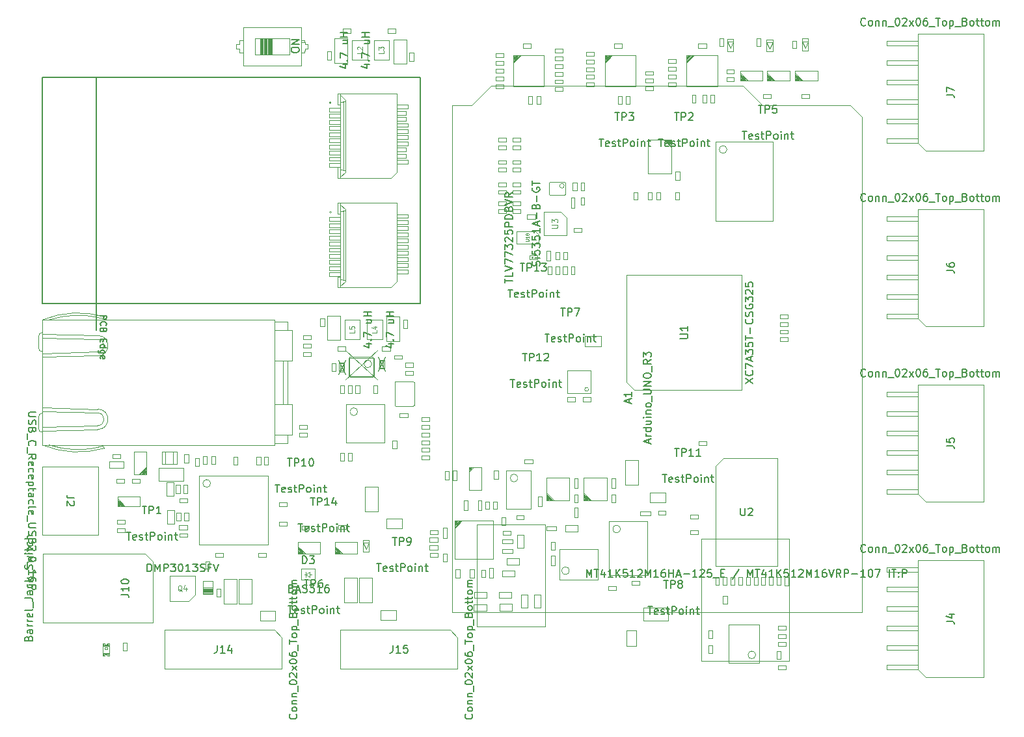
<source format=gbr>
%TF.GenerationSoftware,KiCad,Pcbnew,9.0.1*%
%TF.CreationDate,2025-05-15T18:24:47+02:00*%
%TF.ProjectId,Marble_Tiny,4d617262-6c65-45f5-9469-6e792e6b6963,rev?*%
%TF.SameCoordinates,Original*%
%TF.FileFunction,AssemblyDrawing,Top*%
%FSLAX46Y46*%
G04 Gerber Fmt 4.6, Leading zero omitted, Abs format (unit mm)*
G04 Created by KiCad (PCBNEW 9.0.1) date 2025-05-15 18:24:47*
%MOMM*%
%LPD*%
G01*
G04 APERTURE LIST*
%ADD10C,0.150000*%
%ADD11C,0.110000*%
%ADD12C,0.090000*%
%ADD13C,0.060000*%
%ADD14C,0.169230*%
%ADD15C,0.100000*%
%ADD16C,0.200000*%
%ADD17C,0.127000*%
G04 APERTURE END LIST*
D10*
X167657200Y-85976189D02*
X167704819Y-85833332D01*
X167704819Y-85833332D02*
X167704819Y-85595237D01*
X167704819Y-85595237D02*
X167657200Y-85499999D01*
X167657200Y-85499999D02*
X167609580Y-85452380D01*
X167609580Y-85452380D02*
X167514342Y-85404761D01*
X167514342Y-85404761D02*
X167419104Y-85404761D01*
X167419104Y-85404761D02*
X167323866Y-85452380D01*
X167323866Y-85452380D02*
X167276247Y-85499999D01*
X167276247Y-85499999D02*
X167228628Y-85595237D01*
X167228628Y-85595237D02*
X167181009Y-85785713D01*
X167181009Y-85785713D02*
X167133390Y-85880951D01*
X167133390Y-85880951D02*
X167085771Y-85928570D01*
X167085771Y-85928570D02*
X166990533Y-85976189D01*
X166990533Y-85976189D02*
X166895295Y-85976189D01*
X166895295Y-85976189D02*
X166800057Y-85928570D01*
X166800057Y-85928570D02*
X166752438Y-85880951D01*
X166752438Y-85880951D02*
X166704819Y-85785713D01*
X166704819Y-85785713D02*
X166704819Y-85547618D01*
X166704819Y-85547618D02*
X166752438Y-85404761D01*
X167704819Y-84976189D02*
X167038152Y-84976189D01*
X166704819Y-84976189D02*
X166752438Y-85023808D01*
X166752438Y-85023808D02*
X166800057Y-84976189D01*
X166800057Y-84976189D02*
X166752438Y-84928570D01*
X166752438Y-84928570D02*
X166704819Y-84976189D01*
X166704819Y-84976189D02*
X166800057Y-84976189D01*
X166704819Y-84023809D02*
X166704819Y-84499999D01*
X166704819Y-84499999D02*
X167181009Y-84547618D01*
X167181009Y-84547618D02*
X167133390Y-84499999D01*
X167133390Y-84499999D02*
X167085771Y-84404761D01*
X167085771Y-84404761D02*
X167085771Y-84166666D01*
X167085771Y-84166666D02*
X167133390Y-84071428D01*
X167133390Y-84071428D02*
X167181009Y-84023809D01*
X167181009Y-84023809D02*
X167276247Y-83976190D01*
X167276247Y-83976190D02*
X167514342Y-83976190D01*
X167514342Y-83976190D02*
X167609580Y-84023809D01*
X167609580Y-84023809D02*
X167657200Y-84071428D01*
X167657200Y-84071428D02*
X167704819Y-84166666D01*
X167704819Y-84166666D02*
X167704819Y-84404761D01*
X167704819Y-84404761D02*
X167657200Y-84499999D01*
X167657200Y-84499999D02*
X167609580Y-84547618D01*
X166704819Y-83642856D02*
X166704819Y-83023809D01*
X166704819Y-83023809D02*
X167085771Y-83357142D01*
X167085771Y-83357142D02*
X167085771Y-83214285D01*
X167085771Y-83214285D02*
X167133390Y-83119047D01*
X167133390Y-83119047D02*
X167181009Y-83071428D01*
X167181009Y-83071428D02*
X167276247Y-83023809D01*
X167276247Y-83023809D02*
X167514342Y-83023809D01*
X167514342Y-83023809D02*
X167609580Y-83071428D01*
X167609580Y-83071428D02*
X167657200Y-83119047D01*
X167657200Y-83119047D02*
X167704819Y-83214285D01*
X167704819Y-83214285D02*
X167704819Y-83499999D01*
X167704819Y-83499999D02*
X167657200Y-83595237D01*
X167657200Y-83595237D02*
X167609580Y-83642856D01*
X166704819Y-82119047D02*
X166704819Y-82595237D01*
X166704819Y-82595237D02*
X167181009Y-82642856D01*
X167181009Y-82642856D02*
X167133390Y-82595237D01*
X167133390Y-82595237D02*
X167085771Y-82499999D01*
X167085771Y-82499999D02*
X167085771Y-82261904D01*
X167085771Y-82261904D02*
X167133390Y-82166666D01*
X167133390Y-82166666D02*
X167181009Y-82119047D01*
X167181009Y-82119047D02*
X167276247Y-82071428D01*
X167276247Y-82071428D02*
X167514342Y-82071428D01*
X167514342Y-82071428D02*
X167609580Y-82119047D01*
X167609580Y-82119047D02*
X167657200Y-82166666D01*
X167657200Y-82166666D02*
X167704819Y-82261904D01*
X167704819Y-82261904D02*
X167704819Y-82499999D01*
X167704819Y-82499999D02*
X167657200Y-82595237D01*
X167657200Y-82595237D02*
X167609580Y-82642856D01*
X167704819Y-81119047D02*
X167704819Y-81690475D01*
X167704819Y-81404761D02*
X166704819Y-81404761D01*
X166704819Y-81404761D02*
X166847676Y-81499999D01*
X166847676Y-81499999D02*
X166942914Y-81595237D01*
X166942914Y-81595237D02*
X166990533Y-81690475D01*
X167419104Y-80738094D02*
X167419104Y-80261904D01*
X167704819Y-80833332D02*
X166704819Y-80499999D01*
X166704819Y-80499999D02*
X167704819Y-80166666D01*
X167323866Y-79833332D02*
X167323866Y-79071428D01*
X167181009Y-78261904D02*
X167228628Y-78119047D01*
X167228628Y-78119047D02*
X167276247Y-78071428D01*
X167276247Y-78071428D02*
X167371485Y-78023809D01*
X167371485Y-78023809D02*
X167514342Y-78023809D01*
X167514342Y-78023809D02*
X167609580Y-78071428D01*
X167609580Y-78071428D02*
X167657200Y-78119047D01*
X167657200Y-78119047D02*
X167704819Y-78214285D01*
X167704819Y-78214285D02*
X167704819Y-78595237D01*
X167704819Y-78595237D02*
X166704819Y-78595237D01*
X166704819Y-78595237D02*
X166704819Y-78261904D01*
X166704819Y-78261904D02*
X166752438Y-78166666D01*
X166752438Y-78166666D02*
X166800057Y-78119047D01*
X166800057Y-78119047D02*
X166895295Y-78071428D01*
X166895295Y-78071428D02*
X166990533Y-78071428D01*
X166990533Y-78071428D02*
X167085771Y-78119047D01*
X167085771Y-78119047D02*
X167133390Y-78166666D01*
X167133390Y-78166666D02*
X167181009Y-78261904D01*
X167181009Y-78261904D02*
X167181009Y-78595237D01*
X167323866Y-77595237D02*
X167323866Y-76833333D01*
X166752438Y-75833333D02*
X166704819Y-75928571D01*
X166704819Y-75928571D02*
X166704819Y-76071428D01*
X166704819Y-76071428D02*
X166752438Y-76214285D01*
X166752438Y-76214285D02*
X166847676Y-76309523D01*
X166847676Y-76309523D02*
X166942914Y-76357142D01*
X166942914Y-76357142D02*
X167133390Y-76404761D01*
X167133390Y-76404761D02*
X167276247Y-76404761D01*
X167276247Y-76404761D02*
X167466723Y-76357142D01*
X167466723Y-76357142D02*
X167561961Y-76309523D01*
X167561961Y-76309523D02*
X167657200Y-76214285D01*
X167657200Y-76214285D02*
X167704819Y-76071428D01*
X167704819Y-76071428D02*
X167704819Y-75976190D01*
X167704819Y-75976190D02*
X167657200Y-75833333D01*
X167657200Y-75833333D02*
X167609580Y-75785714D01*
X167609580Y-75785714D02*
X167276247Y-75785714D01*
X167276247Y-75785714D02*
X167276247Y-75976190D01*
X166704819Y-75499999D02*
X166704819Y-74928571D01*
X167704819Y-75214285D02*
X166704819Y-75214285D01*
D11*
X169291244Y-81071428D02*
X169898387Y-81071428D01*
X169898387Y-81071428D02*
X169969815Y-81035714D01*
X169969815Y-81035714D02*
X170005530Y-81000000D01*
X170005530Y-81000000D02*
X170041244Y-80928571D01*
X170041244Y-80928571D02*
X170041244Y-80785714D01*
X170041244Y-80785714D02*
X170005530Y-80714285D01*
X170005530Y-80714285D02*
X169969815Y-80678571D01*
X169969815Y-80678571D02*
X169898387Y-80642857D01*
X169898387Y-80642857D02*
X169291244Y-80642857D01*
X169291244Y-80357143D02*
X169291244Y-79892857D01*
X169291244Y-79892857D02*
X169576958Y-80142857D01*
X169576958Y-80142857D02*
X169576958Y-80035714D01*
X169576958Y-80035714D02*
X169612672Y-79964286D01*
X169612672Y-79964286D02*
X169648387Y-79928571D01*
X169648387Y-79928571D02*
X169719815Y-79892857D01*
X169719815Y-79892857D02*
X169898387Y-79892857D01*
X169898387Y-79892857D02*
X169969815Y-79928571D01*
X169969815Y-79928571D02*
X170005530Y-79964286D01*
X170005530Y-79964286D02*
X170041244Y-80035714D01*
X170041244Y-80035714D02*
X170041244Y-80250000D01*
X170041244Y-80250000D02*
X170005530Y-80321428D01*
X170005530Y-80321428D02*
X169969815Y-80357143D01*
D10*
X183166666Y-69454819D02*
X183738094Y-69454819D01*
X183452380Y-70454819D02*
X183452380Y-69454819D01*
X184452380Y-70407200D02*
X184357142Y-70454819D01*
X184357142Y-70454819D02*
X184166666Y-70454819D01*
X184166666Y-70454819D02*
X184071428Y-70407200D01*
X184071428Y-70407200D02*
X184023809Y-70311961D01*
X184023809Y-70311961D02*
X184023809Y-69931009D01*
X184023809Y-69931009D02*
X184071428Y-69835771D01*
X184071428Y-69835771D02*
X184166666Y-69788152D01*
X184166666Y-69788152D02*
X184357142Y-69788152D01*
X184357142Y-69788152D02*
X184452380Y-69835771D01*
X184452380Y-69835771D02*
X184499999Y-69931009D01*
X184499999Y-69931009D02*
X184499999Y-70026247D01*
X184499999Y-70026247D02*
X184023809Y-70121485D01*
X184880952Y-70407200D02*
X184976190Y-70454819D01*
X184976190Y-70454819D02*
X185166666Y-70454819D01*
X185166666Y-70454819D02*
X185261904Y-70407200D01*
X185261904Y-70407200D02*
X185309523Y-70311961D01*
X185309523Y-70311961D02*
X185309523Y-70264342D01*
X185309523Y-70264342D02*
X185261904Y-70169104D01*
X185261904Y-70169104D02*
X185166666Y-70121485D01*
X185166666Y-70121485D02*
X185023809Y-70121485D01*
X185023809Y-70121485D02*
X184928571Y-70073866D01*
X184928571Y-70073866D02*
X184880952Y-69978628D01*
X184880952Y-69978628D02*
X184880952Y-69931009D01*
X184880952Y-69931009D02*
X184928571Y-69835771D01*
X184928571Y-69835771D02*
X185023809Y-69788152D01*
X185023809Y-69788152D02*
X185166666Y-69788152D01*
X185166666Y-69788152D02*
X185261904Y-69835771D01*
X185595238Y-69788152D02*
X185976190Y-69788152D01*
X185738095Y-69454819D02*
X185738095Y-70311961D01*
X185738095Y-70311961D02*
X185785714Y-70407200D01*
X185785714Y-70407200D02*
X185880952Y-70454819D01*
X185880952Y-70454819D02*
X185976190Y-70454819D01*
X186309524Y-70454819D02*
X186309524Y-69454819D01*
X186309524Y-69454819D02*
X186690476Y-69454819D01*
X186690476Y-69454819D02*
X186785714Y-69502438D01*
X186785714Y-69502438D02*
X186833333Y-69550057D01*
X186833333Y-69550057D02*
X186880952Y-69645295D01*
X186880952Y-69645295D02*
X186880952Y-69788152D01*
X186880952Y-69788152D02*
X186833333Y-69883390D01*
X186833333Y-69883390D02*
X186785714Y-69931009D01*
X186785714Y-69931009D02*
X186690476Y-69978628D01*
X186690476Y-69978628D02*
X186309524Y-69978628D01*
X187452381Y-70454819D02*
X187357143Y-70407200D01*
X187357143Y-70407200D02*
X187309524Y-70359580D01*
X187309524Y-70359580D02*
X187261905Y-70264342D01*
X187261905Y-70264342D02*
X187261905Y-69978628D01*
X187261905Y-69978628D02*
X187309524Y-69883390D01*
X187309524Y-69883390D02*
X187357143Y-69835771D01*
X187357143Y-69835771D02*
X187452381Y-69788152D01*
X187452381Y-69788152D02*
X187595238Y-69788152D01*
X187595238Y-69788152D02*
X187690476Y-69835771D01*
X187690476Y-69835771D02*
X187738095Y-69883390D01*
X187738095Y-69883390D02*
X187785714Y-69978628D01*
X187785714Y-69978628D02*
X187785714Y-70264342D01*
X187785714Y-70264342D02*
X187738095Y-70359580D01*
X187738095Y-70359580D02*
X187690476Y-70407200D01*
X187690476Y-70407200D02*
X187595238Y-70454819D01*
X187595238Y-70454819D02*
X187452381Y-70454819D01*
X188214286Y-70454819D02*
X188214286Y-69788152D01*
X188214286Y-69454819D02*
X188166667Y-69502438D01*
X188166667Y-69502438D02*
X188214286Y-69550057D01*
X188214286Y-69550057D02*
X188261905Y-69502438D01*
X188261905Y-69502438D02*
X188214286Y-69454819D01*
X188214286Y-69454819D02*
X188214286Y-69550057D01*
X188690476Y-69788152D02*
X188690476Y-70454819D01*
X188690476Y-69883390D02*
X188738095Y-69835771D01*
X188738095Y-69835771D02*
X188833333Y-69788152D01*
X188833333Y-69788152D02*
X188976190Y-69788152D01*
X188976190Y-69788152D02*
X189071428Y-69835771D01*
X189071428Y-69835771D02*
X189119047Y-69931009D01*
X189119047Y-69931009D02*
X189119047Y-70454819D01*
X189452381Y-69788152D02*
X189833333Y-69788152D01*
X189595238Y-69454819D02*
X189595238Y-70311961D01*
X189595238Y-70311961D02*
X189642857Y-70407200D01*
X189642857Y-70407200D02*
X189738095Y-70454819D01*
X189738095Y-70454819D02*
X189833333Y-70454819D01*
X185238095Y-66054819D02*
X185809523Y-66054819D01*
X185523809Y-67054819D02*
X185523809Y-66054819D01*
X186142857Y-67054819D02*
X186142857Y-66054819D01*
X186142857Y-66054819D02*
X186523809Y-66054819D01*
X186523809Y-66054819D02*
X186619047Y-66102438D01*
X186619047Y-66102438D02*
X186666666Y-66150057D01*
X186666666Y-66150057D02*
X186714285Y-66245295D01*
X186714285Y-66245295D02*
X186714285Y-66388152D01*
X186714285Y-66388152D02*
X186666666Y-66483390D01*
X186666666Y-66483390D02*
X186619047Y-66531009D01*
X186619047Y-66531009D02*
X186523809Y-66578628D01*
X186523809Y-66578628D02*
X186142857Y-66578628D01*
X187095238Y-66150057D02*
X187142857Y-66102438D01*
X187142857Y-66102438D02*
X187238095Y-66054819D01*
X187238095Y-66054819D02*
X187476190Y-66054819D01*
X187476190Y-66054819D02*
X187571428Y-66102438D01*
X187571428Y-66102438D02*
X187619047Y-66150057D01*
X187619047Y-66150057D02*
X187666666Y-66245295D01*
X187666666Y-66245295D02*
X187666666Y-66340533D01*
X187666666Y-66340533D02*
X187619047Y-66483390D01*
X187619047Y-66483390D02*
X187047619Y-67054819D01*
X187047619Y-67054819D02*
X187666666Y-67054819D01*
X163866666Y-100804819D02*
X164438094Y-100804819D01*
X164152380Y-101804819D02*
X164152380Y-100804819D01*
X165152380Y-101757200D02*
X165057142Y-101804819D01*
X165057142Y-101804819D02*
X164866666Y-101804819D01*
X164866666Y-101804819D02*
X164771428Y-101757200D01*
X164771428Y-101757200D02*
X164723809Y-101661961D01*
X164723809Y-101661961D02*
X164723809Y-101281009D01*
X164723809Y-101281009D02*
X164771428Y-101185771D01*
X164771428Y-101185771D02*
X164866666Y-101138152D01*
X164866666Y-101138152D02*
X165057142Y-101138152D01*
X165057142Y-101138152D02*
X165152380Y-101185771D01*
X165152380Y-101185771D02*
X165199999Y-101281009D01*
X165199999Y-101281009D02*
X165199999Y-101376247D01*
X165199999Y-101376247D02*
X164723809Y-101471485D01*
X165580952Y-101757200D02*
X165676190Y-101804819D01*
X165676190Y-101804819D02*
X165866666Y-101804819D01*
X165866666Y-101804819D02*
X165961904Y-101757200D01*
X165961904Y-101757200D02*
X166009523Y-101661961D01*
X166009523Y-101661961D02*
X166009523Y-101614342D01*
X166009523Y-101614342D02*
X165961904Y-101519104D01*
X165961904Y-101519104D02*
X165866666Y-101471485D01*
X165866666Y-101471485D02*
X165723809Y-101471485D01*
X165723809Y-101471485D02*
X165628571Y-101423866D01*
X165628571Y-101423866D02*
X165580952Y-101328628D01*
X165580952Y-101328628D02*
X165580952Y-101281009D01*
X165580952Y-101281009D02*
X165628571Y-101185771D01*
X165628571Y-101185771D02*
X165723809Y-101138152D01*
X165723809Y-101138152D02*
X165866666Y-101138152D01*
X165866666Y-101138152D02*
X165961904Y-101185771D01*
X166295238Y-101138152D02*
X166676190Y-101138152D01*
X166438095Y-100804819D02*
X166438095Y-101661961D01*
X166438095Y-101661961D02*
X166485714Y-101757200D01*
X166485714Y-101757200D02*
X166580952Y-101804819D01*
X166580952Y-101804819D02*
X166676190Y-101804819D01*
X167009524Y-101804819D02*
X167009524Y-100804819D01*
X167009524Y-100804819D02*
X167390476Y-100804819D01*
X167390476Y-100804819D02*
X167485714Y-100852438D01*
X167485714Y-100852438D02*
X167533333Y-100900057D01*
X167533333Y-100900057D02*
X167580952Y-100995295D01*
X167580952Y-100995295D02*
X167580952Y-101138152D01*
X167580952Y-101138152D02*
X167533333Y-101233390D01*
X167533333Y-101233390D02*
X167485714Y-101281009D01*
X167485714Y-101281009D02*
X167390476Y-101328628D01*
X167390476Y-101328628D02*
X167009524Y-101328628D01*
X168152381Y-101804819D02*
X168057143Y-101757200D01*
X168057143Y-101757200D02*
X168009524Y-101709580D01*
X168009524Y-101709580D02*
X167961905Y-101614342D01*
X167961905Y-101614342D02*
X167961905Y-101328628D01*
X167961905Y-101328628D02*
X168009524Y-101233390D01*
X168009524Y-101233390D02*
X168057143Y-101185771D01*
X168057143Y-101185771D02*
X168152381Y-101138152D01*
X168152381Y-101138152D02*
X168295238Y-101138152D01*
X168295238Y-101138152D02*
X168390476Y-101185771D01*
X168390476Y-101185771D02*
X168438095Y-101233390D01*
X168438095Y-101233390D02*
X168485714Y-101328628D01*
X168485714Y-101328628D02*
X168485714Y-101614342D01*
X168485714Y-101614342D02*
X168438095Y-101709580D01*
X168438095Y-101709580D02*
X168390476Y-101757200D01*
X168390476Y-101757200D02*
X168295238Y-101804819D01*
X168295238Y-101804819D02*
X168152381Y-101804819D01*
X168914286Y-101804819D02*
X168914286Y-101138152D01*
X168914286Y-100804819D02*
X168866667Y-100852438D01*
X168866667Y-100852438D02*
X168914286Y-100900057D01*
X168914286Y-100900057D02*
X168961905Y-100852438D01*
X168961905Y-100852438D02*
X168914286Y-100804819D01*
X168914286Y-100804819D02*
X168914286Y-100900057D01*
X169390476Y-101138152D02*
X169390476Y-101804819D01*
X169390476Y-101233390D02*
X169438095Y-101185771D01*
X169438095Y-101185771D02*
X169533333Y-101138152D01*
X169533333Y-101138152D02*
X169676190Y-101138152D01*
X169676190Y-101138152D02*
X169771428Y-101185771D01*
X169771428Y-101185771D02*
X169819047Y-101281009D01*
X169819047Y-101281009D02*
X169819047Y-101804819D01*
X170152381Y-101138152D02*
X170533333Y-101138152D01*
X170295238Y-100804819D02*
X170295238Y-101661961D01*
X170295238Y-101661961D02*
X170342857Y-101757200D01*
X170342857Y-101757200D02*
X170438095Y-101804819D01*
X170438095Y-101804819D02*
X170533333Y-101804819D01*
X165461905Y-97404819D02*
X166033333Y-97404819D01*
X165747619Y-98404819D02*
X165747619Y-97404819D01*
X166366667Y-98404819D02*
X166366667Y-97404819D01*
X166366667Y-97404819D02*
X166747619Y-97404819D01*
X166747619Y-97404819D02*
X166842857Y-97452438D01*
X166842857Y-97452438D02*
X166890476Y-97500057D01*
X166890476Y-97500057D02*
X166938095Y-97595295D01*
X166938095Y-97595295D02*
X166938095Y-97738152D01*
X166938095Y-97738152D02*
X166890476Y-97833390D01*
X166890476Y-97833390D02*
X166842857Y-97881009D01*
X166842857Y-97881009D02*
X166747619Y-97928628D01*
X166747619Y-97928628D02*
X166366667Y-97928628D01*
X167890476Y-98404819D02*
X167319048Y-98404819D01*
X167604762Y-98404819D02*
X167604762Y-97404819D01*
X167604762Y-97404819D02*
X167509524Y-97547676D01*
X167509524Y-97547676D02*
X167414286Y-97642914D01*
X167414286Y-97642914D02*
X167319048Y-97690533D01*
X168271429Y-97500057D02*
X168319048Y-97452438D01*
X168319048Y-97452438D02*
X168414286Y-97404819D01*
X168414286Y-97404819D02*
X168652381Y-97404819D01*
X168652381Y-97404819D02*
X168747619Y-97452438D01*
X168747619Y-97452438D02*
X168795238Y-97500057D01*
X168795238Y-97500057D02*
X168842857Y-97595295D01*
X168842857Y-97595295D02*
X168842857Y-97690533D01*
X168842857Y-97690533D02*
X168795238Y-97833390D01*
X168795238Y-97833390D02*
X168223810Y-98404819D01*
X168223810Y-98404819D02*
X168842857Y-98404819D01*
X210096427Y-77494580D02*
X210048808Y-77542200D01*
X210048808Y-77542200D02*
X209905951Y-77589819D01*
X209905951Y-77589819D02*
X209810713Y-77589819D01*
X209810713Y-77589819D02*
X209667856Y-77542200D01*
X209667856Y-77542200D02*
X209572618Y-77446961D01*
X209572618Y-77446961D02*
X209524999Y-77351723D01*
X209524999Y-77351723D02*
X209477380Y-77161247D01*
X209477380Y-77161247D02*
X209477380Y-77018390D01*
X209477380Y-77018390D02*
X209524999Y-76827914D01*
X209524999Y-76827914D02*
X209572618Y-76732676D01*
X209572618Y-76732676D02*
X209667856Y-76637438D01*
X209667856Y-76637438D02*
X209810713Y-76589819D01*
X209810713Y-76589819D02*
X209905951Y-76589819D01*
X209905951Y-76589819D02*
X210048808Y-76637438D01*
X210048808Y-76637438D02*
X210096427Y-76685057D01*
X210667856Y-77589819D02*
X210572618Y-77542200D01*
X210572618Y-77542200D02*
X210524999Y-77494580D01*
X210524999Y-77494580D02*
X210477380Y-77399342D01*
X210477380Y-77399342D02*
X210477380Y-77113628D01*
X210477380Y-77113628D02*
X210524999Y-77018390D01*
X210524999Y-77018390D02*
X210572618Y-76970771D01*
X210572618Y-76970771D02*
X210667856Y-76923152D01*
X210667856Y-76923152D02*
X210810713Y-76923152D01*
X210810713Y-76923152D02*
X210905951Y-76970771D01*
X210905951Y-76970771D02*
X210953570Y-77018390D01*
X210953570Y-77018390D02*
X211001189Y-77113628D01*
X211001189Y-77113628D02*
X211001189Y-77399342D01*
X211001189Y-77399342D02*
X210953570Y-77494580D01*
X210953570Y-77494580D02*
X210905951Y-77542200D01*
X210905951Y-77542200D02*
X210810713Y-77589819D01*
X210810713Y-77589819D02*
X210667856Y-77589819D01*
X211429761Y-76923152D02*
X211429761Y-77589819D01*
X211429761Y-77018390D02*
X211477380Y-76970771D01*
X211477380Y-76970771D02*
X211572618Y-76923152D01*
X211572618Y-76923152D02*
X211715475Y-76923152D01*
X211715475Y-76923152D02*
X211810713Y-76970771D01*
X211810713Y-76970771D02*
X211858332Y-77066009D01*
X211858332Y-77066009D02*
X211858332Y-77589819D01*
X212334523Y-76923152D02*
X212334523Y-77589819D01*
X212334523Y-77018390D02*
X212382142Y-76970771D01*
X212382142Y-76970771D02*
X212477380Y-76923152D01*
X212477380Y-76923152D02*
X212620237Y-76923152D01*
X212620237Y-76923152D02*
X212715475Y-76970771D01*
X212715475Y-76970771D02*
X212763094Y-77066009D01*
X212763094Y-77066009D02*
X212763094Y-77589819D01*
X213001190Y-77685057D02*
X213763094Y-77685057D01*
X214191666Y-76589819D02*
X214286904Y-76589819D01*
X214286904Y-76589819D02*
X214382142Y-76637438D01*
X214382142Y-76637438D02*
X214429761Y-76685057D01*
X214429761Y-76685057D02*
X214477380Y-76780295D01*
X214477380Y-76780295D02*
X214524999Y-76970771D01*
X214524999Y-76970771D02*
X214524999Y-77208866D01*
X214524999Y-77208866D02*
X214477380Y-77399342D01*
X214477380Y-77399342D02*
X214429761Y-77494580D01*
X214429761Y-77494580D02*
X214382142Y-77542200D01*
X214382142Y-77542200D02*
X214286904Y-77589819D01*
X214286904Y-77589819D02*
X214191666Y-77589819D01*
X214191666Y-77589819D02*
X214096428Y-77542200D01*
X214096428Y-77542200D02*
X214048809Y-77494580D01*
X214048809Y-77494580D02*
X214001190Y-77399342D01*
X214001190Y-77399342D02*
X213953571Y-77208866D01*
X213953571Y-77208866D02*
X213953571Y-76970771D01*
X213953571Y-76970771D02*
X214001190Y-76780295D01*
X214001190Y-76780295D02*
X214048809Y-76685057D01*
X214048809Y-76685057D02*
X214096428Y-76637438D01*
X214096428Y-76637438D02*
X214191666Y-76589819D01*
X214905952Y-76685057D02*
X214953571Y-76637438D01*
X214953571Y-76637438D02*
X215048809Y-76589819D01*
X215048809Y-76589819D02*
X215286904Y-76589819D01*
X215286904Y-76589819D02*
X215382142Y-76637438D01*
X215382142Y-76637438D02*
X215429761Y-76685057D01*
X215429761Y-76685057D02*
X215477380Y-76780295D01*
X215477380Y-76780295D02*
X215477380Y-76875533D01*
X215477380Y-76875533D02*
X215429761Y-77018390D01*
X215429761Y-77018390D02*
X214858333Y-77589819D01*
X214858333Y-77589819D02*
X215477380Y-77589819D01*
X215810714Y-77589819D02*
X216334523Y-76923152D01*
X215810714Y-76923152D02*
X216334523Y-77589819D01*
X216905952Y-76589819D02*
X217001190Y-76589819D01*
X217001190Y-76589819D02*
X217096428Y-76637438D01*
X217096428Y-76637438D02*
X217144047Y-76685057D01*
X217144047Y-76685057D02*
X217191666Y-76780295D01*
X217191666Y-76780295D02*
X217239285Y-76970771D01*
X217239285Y-76970771D02*
X217239285Y-77208866D01*
X217239285Y-77208866D02*
X217191666Y-77399342D01*
X217191666Y-77399342D02*
X217144047Y-77494580D01*
X217144047Y-77494580D02*
X217096428Y-77542200D01*
X217096428Y-77542200D02*
X217001190Y-77589819D01*
X217001190Y-77589819D02*
X216905952Y-77589819D01*
X216905952Y-77589819D02*
X216810714Y-77542200D01*
X216810714Y-77542200D02*
X216763095Y-77494580D01*
X216763095Y-77494580D02*
X216715476Y-77399342D01*
X216715476Y-77399342D02*
X216667857Y-77208866D01*
X216667857Y-77208866D02*
X216667857Y-76970771D01*
X216667857Y-76970771D02*
X216715476Y-76780295D01*
X216715476Y-76780295D02*
X216763095Y-76685057D01*
X216763095Y-76685057D02*
X216810714Y-76637438D01*
X216810714Y-76637438D02*
X216905952Y-76589819D01*
X218096428Y-76589819D02*
X217905952Y-76589819D01*
X217905952Y-76589819D02*
X217810714Y-76637438D01*
X217810714Y-76637438D02*
X217763095Y-76685057D01*
X217763095Y-76685057D02*
X217667857Y-76827914D01*
X217667857Y-76827914D02*
X217620238Y-77018390D01*
X217620238Y-77018390D02*
X217620238Y-77399342D01*
X217620238Y-77399342D02*
X217667857Y-77494580D01*
X217667857Y-77494580D02*
X217715476Y-77542200D01*
X217715476Y-77542200D02*
X217810714Y-77589819D01*
X217810714Y-77589819D02*
X218001190Y-77589819D01*
X218001190Y-77589819D02*
X218096428Y-77542200D01*
X218096428Y-77542200D02*
X218144047Y-77494580D01*
X218144047Y-77494580D02*
X218191666Y-77399342D01*
X218191666Y-77399342D02*
X218191666Y-77161247D01*
X218191666Y-77161247D02*
X218144047Y-77066009D01*
X218144047Y-77066009D02*
X218096428Y-77018390D01*
X218096428Y-77018390D02*
X218001190Y-76970771D01*
X218001190Y-76970771D02*
X217810714Y-76970771D01*
X217810714Y-76970771D02*
X217715476Y-77018390D01*
X217715476Y-77018390D02*
X217667857Y-77066009D01*
X217667857Y-77066009D02*
X217620238Y-77161247D01*
X218382143Y-77685057D02*
X219144047Y-77685057D01*
X219239286Y-76589819D02*
X219810714Y-76589819D01*
X219525000Y-77589819D02*
X219525000Y-76589819D01*
X220286905Y-77589819D02*
X220191667Y-77542200D01*
X220191667Y-77542200D02*
X220144048Y-77494580D01*
X220144048Y-77494580D02*
X220096429Y-77399342D01*
X220096429Y-77399342D02*
X220096429Y-77113628D01*
X220096429Y-77113628D02*
X220144048Y-77018390D01*
X220144048Y-77018390D02*
X220191667Y-76970771D01*
X220191667Y-76970771D02*
X220286905Y-76923152D01*
X220286905Y-76923152D02*
X220429762Y-76923152D01*
X220429762Y-76923152D02*
X220525000Y-76970771D01*
X220525000Y-76970771D02*
X220572619Y-77018390D01*
X220572619Y-77018390D02*
X220620238Y-77113628D01*
X220620238Y-77113628D02*
X220620238Y-77399342D01*
X220620238Y-77399342D02*
X220572619Y-77494580D01*
X220572619Y-77494580D02*
X220525000Y-77542200D01*
X220525000Y-77542200D02*
X220429762Y-77589819D01*
X220429762Y-77589819D02*
X220286905Y-77589819D01*
X221048810Y-76923152D02*
X221048810Y-77923152D01*
X221048810Y-76970771D02*
X221144048Y-76923152D01*
X221144048Y-76923152D02*
X221334524Y-76923152D01*
X221334524Y-76923152D02*
X221429762Y-76970771D01*
X221429762Y-76970771D02*
X221477381Y-77018390D01*
X221477381Y-77018390D02*
X221525000Y-77113628D01*
X221525000Y-77113628D02*
X221525000Y-77399342D01*
X221525000Y-77399342D02*
X221477381Y-77494580D01*
X221477381Y-77494580D02*
X221429762Y-77542200D01*
X221429762Y-77542200D02*
X221334524Y-77589819D01*
X221334524Y-77589819D02*
X221144048Y-77589819D01*
X221144048Y-77589819D02*
X221048810Y-77542200D01*
X221715477Y-77685057D02*
X222477381Y-77685057D01*
X223048810Y-77066009D02*
X223191667Y-77113628D01*
X223191667Y-77113628D02*
X223239286Y-77161247D01*
X223239286Y-77161247D02*
X223286905Y-77256485D01*
X223286905Y-77256485D02*
X223286905Y-77399342D01*
X223286905Y-77399342D02*
X223239286Y-77494580D01*
X223239286Y-77494580D02*
X223191667Y-77542200D01*
X223191667Y-77542200D02*
X223096429Y-77589819D01*
X223096429Y-77589819D02*
X222715477Y-77589819D01*
X222715477Y-77589819D02*
X222715477Y-76589819D01*
X222715477Y-76589819D02*
X223048810Y-76589819D01*
X223048810Y-76589819D02*
X223144048Y-76637438D01*
X223144048Y-76637438D02*
X223191667Y-76685057D01*
X223191667Y-76685057D02*
X223239286Y-76780295D01*
X223239286Y-76780295D02*
X223239286Y-76875533D01*
X223239286Y-76875533D02*
X223191667Y-76970771D01*
X223191667Y-76970771D02*
X223144048Y-77018390D01*
X223144048Y-77018390D02*
X223048810Y-77066009D01*
X223048810Y-77066009D02*
X222715477Y-77066009D01*
X223858334Y-77589819D02*
X223763096Y-77542200D01*
X223763096Y-77542200D02*
X223715477Y-77494580D01*
X223715477Y-77494580D02*
X223667858Y-77399342D01*
X223667858Y-77399342D02*
X223667858Y-77113628D01*
X223667858Y-77113628D02*
X223715477Y-77018390D01*
X223715477Y-77018390D02*
X223763096Y-76970771D01*
X223763096Y-76970771D02*
X223858334Y-76923152D01*
X223858334Y-76923152D02*
X224001191Y-76923152D01*
X224001191Y-76923152D02*
X224096429Y-76970771D01*
X224096429Y-76970771D02*
X224144048Y-77018390D01*
X224144048Y-77018390D02*
X224191667Y-77113628D01*
X224191667Y-77113628D02*
X224191667Y-77399342D01*
X224191667Y-77399342D02*
X224144048Y-77494580D01*
X224144048Y-77494580D02*
X224096429Y-77542200D01*
X224096429Y-77542200D02*
X224001191Y-77589819D01*
X224001191Y-77589819D02*
X223858334Y-77589819D01*
X224477382Y-76923152D02*
X224858334Y-76923152D01*
X224620239Y-76589819D02*
X224620239Y-77446961D01*
X224620239Y-77446961D02*
X224667858Y-77542200D01*
X224667858Y-77542200D02*
X224763096Y-77589819D01*
X224763096Y-77589819D02*
X224858334Y-77589819D01*
X225048811Y-76923152D02*
X225429763Y-76923152D01*
X225191668Y-76589819D02*
X225191668Y-77446961D01*
X225191668Y-77446961D02*
X225239287Y-77542200D01*
X225239287Y-77542200D02*
X225334525Y-77589819D01*
X225334525Y-77589819D02*
X225429763Y-77589819D01*
X225905954Y-77589819D02*
X225810716Y-77542200D01*
X225810716Y-77542200D02*
X225763097Y-77494580D01*
X225763097Y-77494580D02*
X225715478Y-77399342D01*
X225715478Y-77399342D02*
X225715478Y-77113628D01*
X225715478Y-77113628D02*
X225763097Y-77018390D01*
X225763097Y-77018390D02*
X225810716Y-76970771D01*
X225810716Y-76970771D02*
X225905954Y-76923152D01*
X225905954Y-76923152D02*
X226048811Y-76923152D01*
X226048811Y-76923152D02*
X226144049Y-76970771D01*
X226144049Y-76970771D02*
X226191668Y-77018390D01*
X226191668Y-77018390D02*
X226239287Y-77113628D01*
X226239287Y-77113628D02*
X226239287Y-77399342D01*
X226239287Y-77399342D02*
X226191668Y-77494580D01*
X226191668Y-77494580D02*
X226144049Y-77542200D01*
X226144049Y-77542200D02*
X226048811Y-77589819D01*
X226048811Y-77589819D02*
X225905954Y-77589819D01*
X226667859Y-77589819D02*
X226667859Y-76923152D01*
X226667859Y-77018390D02*
X226715478Y-76970771D01*
X226715478Y-76970771D02*
X226810716Y-76923152D01*
X226810716Y-76923152D02*
X226953573Y-76923152D01*
X226953573Y-76923152D02*
X227048811Y-76970771D01*
X227048811Y-76970771D02*
X227096430Y-77066009D01*
X227096430Y-77066009D02*
X227096430Y-77589819D01*
X227096430Y-77066009D02*
X227144049Y-76970771D01*
X227144049Y-76970771D02*
X227239287Y-76923152D01*
X227239287Y-76923152D02*
X227382144Y-76923152D01*
X227382144Y-76923152D02*
X227477383Y-76970771D01*
X227477383Y-76970771D02*
X227525002Y-77066009D01*
X227525002Y-77066009D02*
X227525002Y-77589819D01*
X220644819Y-86588333D02*
X221359104Y-86588333D01*
X221359104Y-86588333D02*
X221501961Y-86635952D01*
X221501961Y-86635952D02*
X221597200Y-86731190D01*
X221597200Y-86731190D02*
X221644819Y-86874047D01*
X221644819Y-86874047D02*
X221644819Y-86969285D01*
X220644819Y-85683571D02*
X220644819Y-85874047D01*
X220644819Y-85874047D02*
X220692438Y-85969285D01*
X220692438Y-85969285D02*
X220740057Y-86016904D01*
X220740057Y-86016904D02*
X220882914Y-86112142D01*
X220882914Y-86112142D02*
X221073390Y-86159761D01*
X221073390Y-86159761D02*
X221454342Y-86159761D01*
X221454342Y-86159761D02*
X221549580Y-86112142D01*
X221549580Y-86112142D02*
X221597200Y-86064523D01*
X221597200Y-86064523D02*
X221644819Y-85969285D01*
X221644819Y-85969285D02*
X221644819Y-85778809D01*
X221644819Y-85778809D02*
X221597200Y-85683571D01*
X221597200Y-85683571D02*
X221549580Y-85635952D01*
X221549580Y-85635952D02*
X221454342Y-85588333D01*
X221454342Y-85588333D02*
X221216247Y-85588333D01*
X221216247Y-85588333D02*
X221121009Y-85635952D01*
X221121009Y-85635952D02*
X221073390Y-85683571D01*
X221073390Y-85683571D02*
X221025771Y-85778809D01*
X221025771Y-85778809D02*
X221025771Y-85969285D01*
X221025771Y-85969285D02*
X221073390Y-86064523D01*
X221073390Y-86064523D02*
X221121009Y-86112142D01*
X221121009Y-86112142D02*
X221216247Y-86159761D01*
X133266666Y-114504819D02*
X133838094Y-114504819D01*
X133552380Y-115504819D02*
X133552380Y-114504819D01*
X134552380Y-115457200D02*
X134457142Y-115504819D01*
X134457142Y-115504819D02*
X134266666Y-115504819D01*
X134266666Y-115504819D02*
X134171428Y-115457200D01*
X134171428Y-115457200D02*
X134123809Y-115361961D01*
X134123809Y-115361961D02*
X134123809Y-114981009D01*
X134123809Y-114981009D02*
X134171428Y-114885771D01*
X134171428Y-114885771D02*
X134266666Y-114838152D01*
X134266666Y-114838152D02*
X134457142Y-114838152D01*
X134457142Y-114838152D02*
X134552380Y-114885771D01*
X134552380Y-114885771D02*
X134599999Y-114981009D01*
X134599999Y-114981009D02*
X134599999Y-115076247D01*
X134599999Y-115076247D02*
X134123809Y-115171485D01*
X134980952Y-115457200D02*
X135076190Y-115504819D01*
X135076190Y-115504819D02*
X135266666Y-115504819D01*
X135266666Y-115504819D02*
X135361904Y-115457200D01*
X135361904Y-115457200D02*
X135409523Y-115361961D01*
X135409523Y-115361961D02*
X135409523Y-115314342D01*
X135409523Y-115314342D02*
X135361904Y-115219104D01*
X135361904Y-115219104D02*
X135266666Y-115171485D01*
X135266666Y-115171485D02*
X135123809Y-115171485D01*
X135123809Y-115171485D02*
X135028571Y-115123866D01*
X135028571Y-115123866D02*
X134980952Y-115028628D01*
X134980952Y-115028628D02*
X134980952Y-114981009D01*
X134980952Y-114981009D02*
X135028571Y-114885771D01*
X135028571Y-114885771D02*
X135123809Y-114838152D01*
X135123809Y-114838152D02*
X135266666Y-114838152D01*
X135266666Y-114838152D02*
X135361904Y-114885771D01*
X135695238Y-114838152D02*
X136076190Y-114838152D01*
X135838095Y-114504819D02*
X135838095Y-115361961D01*
X135838095Y-115361961D02*
X135885714Y-115457200D01*
X135885714Y-115457200D02*
X135980952Y-115504819D01*
X135980952Y-115504819D02*
X136076190Y-115504819D01*
X136409524Y-115504819D02*
X136409524Y-114504819D01*
X136409524Y-114504819D02*
X136790476Y-114504819D01*
X136790476Y-114504819D02*
X136885714Y-114552438D01*
X136885714Y-114552438D02*
X136933333Y-114600057D01*
X136933333Y-114600057D02*
X136980952Y-114695295D01*
X136980952Y-114695295D02*
X136980952Y-114838152D01*
X136980952Y-114838152D02*
X136933333Y-114933390D01*
X136933333Y-114933390D02*
X136885714Y-114981009D01*
X136885714Y-114981009D02*
X136790476Y-115028628D01*
X136790476Y-115028628D02*
X136409524Y-115028628D01*
X137552381Y-115504819D02*
X137457143Y-115457200D01*
X137457143Y-115457200D02*
X137409524Y-115409580D01*
X137409524Y-115409580D02*
X137361905Y-115314342D01*
X137361905Y-115314342D02*
X137361905Y-115028628D01*
X137361905Y-115028628D02*
X137409524Y-114933390D01*
X137409524Y-114933390D02*
X137457143Y-114885771D01*
X137457143Y-114885771D02*
X137552381Y-114838152D01*
X137552381Y-114838152D02*
X137695238Y-114838152D01*
X137695238Y-114838152D02*
X137790476Y-114885771D01*
X137790476Y-114885771D02*
X137838095Y-114933390D01*
X137838095Y-114933390D02*
X137885714Y-115028628D01*
X137885714Y-115028628D02*
X137885714Y-115314342D01*
X137885714Y-115314342D02*
X137838095Y-115409580D01*
X137838095Y-115409580D02*
X137790476Y-115457200D01*
X137790476Y-115457200D02*
X137695238Y-115504819D01*
X137695238Y-115504819D02*
X137552381Y-115504819D01*
X138314286Y-115504819D02*
X138314286Y-114838152D01*
X138314286Y-114504819D02*
X138266667Y-114552438D01*
X138266667Y-114552438D02*
X138314286Y-114600057D01*
X138314286Y-114600057D02*
X138361905Y-114552438D01*
X138361905Y-114552438D02*
X138314286Y-114504819D01*
X138314286Y-114504819D02*
X138314286Y-114600057D01*
X138790476Y-114838152D02*
X138790476Y-115504819D01*
X138790476Y-114933390D02*
X138838095Y-114885771D01*
X138838095Y-114885771D02*
X138933333Y-114838152D01*
X138933333Y-114838152D02*
X139076190Y-114838152D01*
X139076190Y-114838152D02*
X139171428Y-114885771D01*
X139171428Y-114885771D02*
X139219047Y-114981009D01*
X139219047Y-114981009D02*
X139219047Y-115504819D01*
X139552381Y-114838152D02*
X139933333Y-114838152D01*
X139695238Y-114504819D02*
X139695238Y-115361961D01*
X139695238Y-115361961D02*
X139742857Y-115457200D01*
X139742857Y-115457200D02*
X139838095Y-115504819D01*
X139838095Y-115504819D02*
X139933333Y-115504819D01*
X134861905Y-111104819D02*
X135433333Y-111104819D01*
X135147619Y-112104819D02*
X135147619Y-111104819D01*
X135766667Y-112104819D02*
X135766667Y-111104819D01*
X135766667Y-111104819D02*
X136147619Y-111104819D01*
X136147619Y-111104819D02*
X136242857Y-111152438D01*
X136242857Y-111152438D02*
X136290476Y-111200057D01*
X136290476Y-111200057D02*
X136338095Y-111295295D01*
X136338095Y-111295295D02*
X136338095Y-111438152D01*
X136338095Y-111438152D02*
X136290476Y-111533390D01*
X136290476Y-111533390D02*
X136242857Y-111581009D01*
X136242857Y-111581009D02*
X136147619Y-111628628D01*
X136147619Y-111628628D02*
X135766667Y-111628628D01*
X137290476Y-112104819D02*
X136719048Y-112104819D01*
X137004762Y-112104819D02*
X137004762Y-111104819D01*
X137004762Y-111104819D02*
X136909524Y-111247676D01*
X136909524Y-111247676D02*
X136814286Y-111342914D01*
X136814286Y-111342914D02*
X136719048Y-111390533D01*
X137909524Y-111104819D02*
X138004762Y-111104819D01*
X138004762Y-111104819D02*
X138100000Y-111152438D01*
X138100000Y-111152438D02*
X138147619Y-111200057D01*
X138147619Y-111200057D02*
X138195238Y-111295295D01*
X138195238Y-111295295D02*
X138242857Y-111485771D01*
X138242857Y-111485771D02*
X138242857Y-111723866D01*
X138242857Y-111723866D02*
X138195238Y-111914342D01*
X138195238Y-111914342D02*
X138147619Y-112009580D01*
X138147619Y-112009580D02*
X138100000Y-112057200D01*
X138100000Y-112057200D02*
X138004762Y-112104819D01*
X138004762Y-112104819D02*
X137909524Y-112104819D01*
X137909524Y-112104819D02*
X137814286Y-112057200D01*
X137814286Y-112057200D02*
X137766667Y-112009580D01*
X137766667Y-112009580D02*
X137719048Y-111914342D01*
X137719048Y-111914342D02*
X137671429Y-111723866D01*
X137671429Y-111723866D02*
X137671429Y-111485771D01*
X137671429Y-111485771D02*
X137719048Y-111295295D01*
X137719048Y-111295295D02*
X137766667Y-111200057D01*
X137766667Y-111200057D02*
X137814286Y-111152438D01*
X137814286Y-111152438D02*
X137909524Y-111104819D01*
X144838152Y-59780952D02*
X145504819Y-59780952D01*
X144457200Y-60019047D02*
X145171485Y-60257142D01*
X145171485Y-60257142D02*
X145171485Y-59638095D01*
X145409580Y-59257142D02*
X145457200Y-59209523D01*
X145457200Y-59209523D02*
X145504819Y-59257142D01*
X145504819Y-59257142D02*
X145457200Y-59304761D01*
X145457200Y-59304761D02*
X145409580Y-59257142D01*
X145409580Y-59257142D02*
X145504819Y-59257142D01*
X144504819Y-58876190D02*
X144504819Y-58209524D01*
X144504819Y-58209524D02*
X145504819Y-58638095D01*
X144838152Y-56638095D02*
X145504819Y-56638095D01*
X144838152Y-57066666D02*
X145361961Y-57066666D01*
X145361961Y-57066666D02*
X145457200Y-57019047D01*
X145457200Y-57019047D02*
X145504819Y-56923809D01*
X145504819Y-56923809D02*
X145504819Y-56780952D01*
X145504819Y-56780952D02*
X145457200Y-56685714D01*
X145457200Y-56685714D02*
X145409580Y-56638095D01*
X145504819Y-56161904D02*
X144504819Y-56161904D01*
X144981009Y-56161904D02*
X144981009Y-55590476D01*
X145504819Y-55590476D02*
X144504819Y-55590476D01*
D12*
X147382143Y-58003332D02*
X147382143Y-58298570D01*
X147382143Y-58298570D02*
X146762143Y-58298570D01*
X146762143Y-57855713D02*
X146762143Y-57471904D01*
X146762143Y-57471904D02*
X146998334Y-57678570D01*
X146998334Y-57678570D02*
X146998334Y-57589999D01*
X146998334Y-57589999D02*
X147027858Y-57530951D01*
X147027858Y-57530951D02*
X147057381Y-57501427D01*
X147057381Y-57501427D02*
X147116429Y-57471904D01*
X147116429Y-57471904D02*
X147264048Y-57471904D01*
X147264048Y-57471904D02*
X147323096Y-57501427D01*
X147323096Y-57501427D02*
X147352620Y-57530951D01*
X147352620Y-57530951D02*
X147382143Y-57589999D01*
X147382143Y-57589999D02*
X147382143Y-57767142D01*
X147382143Y-57767142D02*
X147352620Y-57826189D01*
X147352620Y-57826189D02*
X147323096Y-57855713D01*
D10*
X163154819Y-88228571D02*
X163154819Y-87657143D01*
X164154819Y-87942857D02*
X163154819Y-87942857D01*
X164154819Y-86847619D02*
X164154819Y-87323809D01*
X164154819Y-87323809D02*
X163154819Y-87323809D01*
X163154819Y-86657142D02*
X164154819Y-86323809D01*
X164154819Y-86323809D02*
X163154819Y-85990476D01*
X163154819Y-85752380D02*
X163154819Y-85085714D01*
X163154819Y-85085714D02*
X164154819Y-85514285D01*
X163154819Y-84799999D02*
X163154819Y-84133333D01*
X163154819Y-84133333D02*
X164154819Y-84561904D01*
X163154819Y-83847618D02*
X163154819Y-83228571D01*
X163154819Y-83228571D02*
X163535771Y-83561904D01*
X163535771Y-83561904D02*
X163535771Y-83419047D01*
X163535771Y-83419047D02*
X163583390Y-83323809D01*
X163583390Y-83323809D02*
X163631009Y-83276190D01*
X163631009Y-83276190D02*
X163726247Y-83228571D01*
X163726247Y-83228571D02*
X163964342Y-83228571D01*
X163964342Y-83228571D02*
X164059580Y-83276190D01*
X164059580Y-83276190D02*
X164107200Y-83323809D01*
X164107200Y-83323809D02*
X164154819Y-83419047D01*
X164154819Y-83419047D02*
X164154819Y-83704761D01*
X164154819Y-83704761D02*
X164107200Y-83799999D01*
X164107200Y-83799999D02*
X164059580Y-83847618D01*
X163250057Y-82847618D02*
X163202438Y-82799999D01*
X163202438Y-82799999D02*
X163154819Y-82704761D01*
X163154819Y-82704761D02*
X163154819Y-82466666D01*
X163154819Y-82466666D02*
X163202438Y-82371428D01*
X163202438Y-82371428D02*
X163250057Y-82323809D01*
X163250057Y-82323809D02*
X163345295Y-82276190D01*
X163345295Y-82276190D02*
X163440533Y-82276190D01*
X163440533Y-82276190D02*
X163583390Y-82323809D01*
X163583390Y-82323809D02*
X164154819Y-82895237D01*
X164154819Y-82895237D02*
X164154819Y-82276190D01*
X163154819Y-81371428D02*
X163154819Y-81847618D01*
X163154819Y-81847618D02*
X163631009Y-81895237D01*
X163631009Y-81895237D02*
X163583390Y-81847618D01*
X163583390Y-81847618D02*
X163535771Y-81752380D01*
X163535771Y-81752380D02*
X163535771Y-81514285D01*
X163535771Y-81514285D02*
X163583390Y-81419047D01*
X163583390Y-81419047D02*
X163631009Y-81371428D01*
X163631009Y-81371428D02*
X163726247Y-81323809D01*
X163726247Y-81323809D02*
X163964342Y-81323809D01*
X163964342Y-81323809D02*
X164059580Y-81371428D01*
X164059580Y-81371428D02*
X164107200Y-81419047D01*
X164107200Y-81419047D02*
X164154819Y-81514285D01*
X164154819Y-81514285D02*
X164154819Y-81752380D01*
X164154819Y-81752380D02*
X164107200Y-81847618D01*
X164107200Y-81847618D02*
X164059580Y-81895237D01*
X164154819Y-80895237D02*
X163154819Y-80895237D01*
X163154819Y-80895237D02*
X163154819Y-80514285D01*
X163154819Y-80514285D02*
X163202438Y-80419047D01*
X163202438Y-80419047D02*
X163250057Y-80371428D01*
X163250057Y-80371428D02*
X163345295Y-80323809D01*
X163345295Y-80323809D02*
X163488152Y-80323809D01*
X163488152Y-80323809D02*
X163583390Y-80371428D01*
X163583390Y-80371428D02*
X163631009Y-80419047D01*
X163631009Y-80419047D02*
X163678628Y-80514285D01*
X163678628Y-80514285D02*
X163678628Y-80895237D01*
X164154819Y-79895237D02*
X163154819Y-79895237D01*
X163154819Y-79895237D02*
X163154819Y-79657142D01*
X163154819Y-79657142D02*
X163202438Y-79514285D01*
X163202438Y-79514285D02*
X163297676Y-79419047D01*
X163297676Y-79419047D02*
X163392914Y-79371428D01*
X163392914Y-79371428D02*
X163583390Y-79323809D01*
X163583390Y-79323809D02*
X163726247Y-79323809D01*
X163726247Y-79323809D02*
X163916723Y-79371428D01*
X163916723Y-79371428D02*
X164011961Y-79419047D01*
X164011961Y-79419047D02*
X164107200Y-79514285D01*
X164107200Y-79514285D02*
X164154819Y-79657142D01*
X164154819Y-79657142D02*
X164154819Y-79895237D01*
X163631009Y-78561904D02*
X163678628Y-78419047D01*
X163678628Y-78419047D02*
X163726247Y-78371428D01*
X163726247Y-78371428D02*
X163821485Y-78323809D01*
X163821485Y-78323809D02*
X163964342Y-78323809D01*
X163964342Y-78323809D02*
X164059580Y-78371428D01*
X164059580Y-78371428D02*
X164107200Y-78419047D01*
X164107200Y-78419047D02*
X164154819Y-78514285D01*
X164154819Y-78514285D02*
X164154819Y-78895237D01*
X164154819Y-78895237D02*
X163154819Y-78895237D01*
X163154819Y-78895237D02*
X163154819Y-78561904D01*
X163154819Y-78561904D02*
X163202438Y-78466666D01*
X163202438Y-78466666D02*
X163250057Y-78419047D01*
X163250057Y-78419047D02*
X163345295Y-78371428D01*
X163345295Y-78371428D02*
X163440533Y-78371428D01*
X163440533Y-78371428D02*
X163535771Y-78419047D01*
X163535771Y-78419047D02*
X163583390Y-78466666D01*
X163583390Y-78466666D02*
X163631009Y-78561904D01*
X163631009Y-78561904D02*
X163631009Y-78895237D01*
X163154819Y-78038094D02*
X164154819Y-77704761D01*
X164154819Y-77704761D02*
X163154819Y-77371428D01*
X164154819Y-76466666D02*
X163678628Y-76799999D01*
X164154819Y-77038094D02*
X163154819Y-77038094D01*
X163154819Y-77038094D02*
X163154819Y-76657142D01*
X163154819Y-76657142D02*
X163202438Y-76561904D01*
X163202438Y-76561904D02*
X163250057Y-76514285D01*
X163250057Y-76514285D02*
X163345295Y-76466666D01*
X163345295Y-76466666D02*
X163488152Y-76466666D01*
X163488152Y-76466666D02*
X163583390Y-76514285D01*
X163583390Y-76514285D02*
X163631009Y-76561904D01*
X163631009Y-76561904D02*
X163678628Y-76657142D01*
X163678628Y-76657142D02*
X163678628Y-77038094D01*
D13*
X165881927Y-82795237D02*
X166205737Y-82795237D01*
X166205737Y-82795237D02*
X166243832Y-82776190D01*
X166243832Y-82776190D02*
X166262880Y-82757142D01*
X166262880Y-82757142D02*
X166281927Y-82719047D01*
X166281927Y-82719047D02*
X166281927Y-82642856D01*
X166281927Y-82642856D02*
X166262880Y-82604761D01*
X166262880Y-82604761D02*
X166243832Y-82585714D01*
X166243832Y-82585714D02*
X166205737Y-82566666D01*
X166205737Y-82566666D02*
X165881927Y-82566666D01*
X166281927Y-82166666D02*
X166281927Y-82395237D01*
X166281927Y-82280951D02*
X165881927Y-82280951D01*
X165881927Y-82280951D02*
X165939070Y-82319047D01*
X165939070Y-82319047D02*
X165977165Y-82357142D01*
X165977165Y-82357142D02*
X165996213Y-82395237D01*
X166053356Y-81938095D02*
X166034308Y-81976190D01*
X166034308Y-81976190D02*
X166015260Y-81995237D01*
X166015260Y-81995237D02*
X165977165Y-82014285D01*
X165977165Y-82014285D02*
X165958118Y-82014285D01*
X165958118Y-82014285D02*
X165920022Y-81995237D01*
X165920022Y-81995237D02*
X165900975Y-81976190D01*
X165900975Y-81976190D02*
X165881927Y-81938095D01*
X165881927Y-81938095D02*
X165881927Y-81861904D01*
X165881927Y-81861904D02*
X165900975Y-81823809D01*
X165900975Y-81823809D02*
X165920022Y-81804761D01*
X165920022Y-81804761D02*
X165958118Y-81785714D01*
X165958118Y-81785714D02*
X165977165Y-81785714D01*
X165977165Y-81785714D02*
X166015260Y-81804761D01*
X166015260Y-81804761D02*
X166034308Y-81823809D01*
X166034308Y-81823809D02*
X166053356Y-81861904D01*
X166053356Y-81861904D02*
X166053356Y-81938095D01*
X166053356Y-81938095D02*
X166072403Y-81976190D01*
X166072403Y-81976190D02*
X166091451Y-81995237D01*
X166091451Y-81995237D02*
X166129546Y-82014285D01*
X166129546Y-82014285D02*
X166205737Y-82014285D01*
X166205737Y-82014285D02*
X166243832Y-81995237D01*
X166243832Y-81995237D02*
X166262880Y-81976190D01*
X166262880Y-81976190D02*
X166281927Y-81938095D01*
X166281927Y-81938095D02*
X166281927Y-81861904D01*
X166281927Y-81861904D02*
X166262880Y-81823809D01*
X166262880Y-81823809D02*
X166243832Y-81804761D01*
X166243832Y-81804761D02*
X166205737Y-81785714D01*
X166205737Y-81785714D02*
X166129546Y-81785714D01*
X166129546Y-81785714D02*
X166091451Y-81804761D01*
X166091451Y-81804761D02*
X166072403Y-81823809D01*
X166072403Y-81823809D02*
X166053356Y-81861904D01*
D10*
X194066666Y-68504819D02*
X194638094Y-68504819D01*
X194352380Y-69504819D02*
X194352380Y-68504819D01*
X195352380Y-69457200D02*
X195257142Y-69504819D01*
X195257142Y-69504819D02*
X195066666Y-69504819D01*
X195066666Y-69504819D02*
X194971428Y-69457200D01*
X194971428Y-69457200D02*
X194923809Y-69361961D01*
X194923809Y-69361961D02*
X194923809Y-68981009D01*
X194923809Y-68981009D02*
X194971428Y-68885771D01*
X194971428Y-68885771D02*
X195066666Y-68838152D01*
X195066666Y-68838152D02*
X195257142Y-68838152D01*
X195257142Y-68838152D02*
X195352380Y-68885771D01*
X195352380Y-68885771D02*
X195399999Y-68981009D01*
X195399999Y-68981009D02*
X195399999Y-69076247D01*
X195399999Y-69076247D02*
X194923809Y-69171485D01*
X195780952Y-69457200D02*
X195876190Y-69504819D01*
X195876190Y-69504819D02*
X196066666Y-69504819D01*
X196066666Y-69504819D02*
X196161904Y-69457200D01*
X196161904Y-69457200D02*
X196209523Y-69361961D01*
X196209523Y-69361961D02*
X196209523Y-69314342D01*
X196209523Y-69314342D02*
X196161904Y-69219104D01*
X196161904Y-69219104D02*
X196066666Y-69171485D01*
X196066666Y-69171485D02*
X195923809Y-69171485D01*
X195923809Y-69171485D02*
X195828571Y-69123866D01*
X195828571Y-69123866D02*
X195780952Y-69028628D01*
X195780952Y-69028628D02*
X195780952Y-68981009D01*
X195780952Y-68981009D02*
X195828571Y-68885771D01*
X195828571Y-68885771D02*
X195923809Y-68838152D01*
X195923809Y-68838152D02*
X196066666Y-68838152D01*
X196066666Y-68838152D02*
X196161904Y-68885771D01*
X196495238Y-68838152D02*
X196876190Y-68838152D01*
X196638095Y-68504819D02*
X196638095Y-69361961D01*
X196638095Y-69361961D02*
X196685714Y-69457200D01*
X196685714Y-69457200D02*
X196780952Y-69504819D01*
X196780952Y-69504819D02*
X196876190Y-69504819D01*
X197209524Y-69504819D02*
X197209524Y-68504819D01*
X197209524Y-68504819D02*
X197590476Y-68504819D01*
X197590476Y-68504819D02*
X197685714Y-68552438D01*
X197685714Y-68552438D02*
X197733333Y-68600057D01*
X197733333Y-68600057D02*
X197780952Y-68695295D01*
X197780952Y-68695295D02*
X197780952Y-68838152D01*
X197780952Y-68838152D02*
X197733333Y-68933390D01*
X197733333Y-68933390D02*
X197685714Y-68981009D01*
X197685714Y-68981009D02*
X197590476Y-69028628D01*
X197590476Y-69028628D02*
X197209524Y-69028628D01*
X198352381Y-69504819D02*
X198257143Y-69457200D01*
X198257143Y-69457200D02*
X198209524Y-69409580D01*
X198209524Y-69409580D02*
X198161905Y-69314342D01*
X198161905Y-69314342D02*
X198161905Y-69028628D01*
X198161905Y-69028628D02*
X198209524Y-68933390D01*
X198209524Y-68933390D02*
X198257143Y-68885771D01*
X198257143Y-68885771D02*
X198352381Y-68838152D01*
X198352381Y-68838152D02*
X198495238Y-68838152D01*
X198495238Y-68838152D02*
X198590476Y-68885771D01*
X198590476Y-68885771D02*
X198638095Y-68933390D01*
X198638095Y-68933390D02*
X198685714Y-69028628D01*
X198685714Y-69028628D02*
X198685714Y-69314342D01*
X198685714Y-69314342D02*
X198638095Y-69409580D01*
X198638095Y-69409580D02*
X198590476Y-69457200D01*
X198590476Y-69457200D02*
X198495238Y-69504819D01*
X198495238Y-69504819D02*
X198352381Y-69504819D01*
X199114286Y-69504819D02*
X199114286Y-68838152D01*
X199114286Y-68504819D02*
X199066667Y-68552438D01*
X199066667Y-68552438D02*
X199114286Y-68600057D01*
X199114286Y-68600057D02*
X199161905Y-68552438D01*
X199161905Y-68552438D02*
X199114286Y-68504819D01*
X199114286Y-68504819D02*
X199114286Y-68600057D01*
X199590476Y-68838152D02*
X199590476Y-69504819D01*
X199590476Y-68933390D02*
X199638095Y-68885771D01*
X199638095Y-68885771D02*
X199733333Y-68838152D01*
X199733333Y-68838152D02*
X199876190Y-68838152D01*
X199876190Y-68838152D02*
X199971428Y-68885771D01*
X199971428Y-68885771D02*
X200019047Y-68981009D01*
X200019047Y-68981009D02*
X200019047Y-69504819D01*
X200352381Y-68838152D02*
X200733333Y-68838152D01*
X200495238Y-68504819D02*
X200495238Y-69361961D01*
X200495238Y-69361961D02*
X200542857Y-69457200D01*
X200542857Y-69457200D02*
X200638095Y-69504819D01*
X200638095Y-69504819D02*
X200733333Y-69504819D01*
X196138095Y-65104819D02*
X196709523Y-65104819D01*
X196423809Y-66104819D02*
X196423809Y-65104819D01*
X197042857Y-66104819D02*
X197042857Y-65104819D01*
X197042857Y-65104819D02*
X197423809Y-65104819D01*
X197423809Y-65104819D02*
X197519047Y-65152438D01*
X197519047Y-65152438D02*
X197566666Y-65200057D01*
X197566666Y-65200057D02*
X197614285Y-65295295D01*
X197614285Y-65295295D02*
X197614285Y-65438152D01*
X197614285Y-65438152D02*
X197566666Y-65533390D01*
X197566666Y-65533390D02*
X197519047Y-65581009D01*
X197519047Y-65581009D02*
X197423809Y-65628628D01*
X197423809Y-65628628D02*
X197042857Y-65628628D01*
X198519047Y-65104819D02*
X198042857Y-65104819D01*
X198042857Y-65104819D02*
X197995238Y-65581009D01*
X197995238Y-65581009D02*
X198042857Y-65533390D01*
X198042857Y-65533390D02*
X198138095Y-65485771D01*
X198138095Y-65485771D02*
X198376190Y-65485771D01*
X198376190Y-65485771D02*
X198471428Y-65533390D01*
X198471428Y-65533390D02*
X198519047Y-65581009D01*
X198519047Y-65581009D02*
X198566666Y-65676247D01*
X198566666Y-65676247D02*
X198566666Y-65914342D01*
X198566666Y-65914342D02*
X198519047Y-66009580D01*
X198519047Y-66009580D02*
X198471428Y-66057200D01*
X198471428Y-66057200D02*
X198376190Y-66104819D01*
X198376190Y-66104819D02*
X198138095Y-66104819D01*
X198138095Y-66104819D02*
X198042857Y-66057200D01*
X198042857Y-66057200D02*
X197995238Y-66009580D01*
X183666666Y-113204819D02*
X184238094Y-113204819D01*
X183952380Y-114204819D02*
X183952380Y-113204819D01*
X184952380Y-114157200D02*
X184857142Y-114204819D01*
X184857142Y-114204819D02*
X184666666Y-114204819D01*
X184666666Y-114204819D02*
X184571428Y-114157200D01*
X184571428Y-114157200D02*
X184523809Y-114061961D01*
X184523809Y-114061961D02*
X184523809Y-113681009D01*
X184523809Y-113681009D02*
X184571428Y-113585771D01*
X184571428Y-113585771D02*
X184666666Y-113538152D01*
X184666666Y-113538152D02*
X184857142Y-113538152D01*
X184857142Y-113538152D02*
X184952380Y-113585771D01*
X184952380Y-113585771D02*
X184999999Y-113681009D01*
X184999999Y-113681009D02*
X184999999Y-113776247D01*
X184999999Y-113776247D02*
X184523809Y-113871485D01*
X185380952Y-114157200D02*
X185476190Y-114204819D01*
X185476190Y-114204819D02*
X185666666Y-114204819D01*
X185666666Y-114204819D02*
X185761904Y-114157200D01*
X185761904Y-114157200D02*
X185809523Y-114061961D01*
X185809523Y-114061961D02*
X185809523Y-114014342D01*
X185809523Y-114014342D02*
X185761904Y-113919104D01*
X185761904Y-113919104D02*
X185666666Y-113871485D01*
X185666666Y-113871485D02*
X185523809Y-113871485D01*
X185523809Y-113871485D02*
X185428571Y-113823866D01*
X185428571Y-113823866D02*
X185380952Y-113728628D01*
X185380952Y-113728628D02*
X185380952Y-113681009D01*
X185380952Y-113681009D02*
X185428571Y-113585771D01*
X185428571Y-113585771D02*
X185523809Y-113538152D01*
X185523809Y-113538152D02*
X185666666Y-113538152D01*
X185666666Y-113538152D02*
X185761904Y-113585771D01*
X186095238Y-113538152D02*
X186476190Y-113538152D01*
X186238095Y-113204819D02*
X186238095Y-114061961D01*
X186238095Y-114061961D02*
X186285714Y-114157200D01*
X186285714Y-114157200D02*
X186380952Y-114204819D01*
X186380952Y-114204819D02*
X186476190Y-114204819D01*
X186809524Y-114204819D02*
X186809524Y-113204819D01*
X186809524Y-113204819D02*
X187190476Y-113204819D01*
X187190476Y-113204819D02*
X187285714Y-113252438D01*
X187285714Y-113252438D02*
X187333333Y-113300057D01*
X187333333Y-113300057D02*
X187380952Y-113395295D01*
X187380952Y-113395295D02*
X187380952Y-113538152D01*
X187380952Y-113538152D02*
X187333333Y-113633390D01*
X187333333Y-113633390D02*
X187285714Y-113681009D01*
X187285714Y-113681009D02*
X187190476Y-113728628D01*
X187190476Y-113728628D02*
X186809524Y-113728628D01*
X187952381Y-114204819D02*
X187857143Y-114157200D01*
X187857143Y-114157200D02*
X187809524Y-114109580D01*
X187809524Y-114109580D02*
X187761905Y-114014342D01*
X187761905Y-114014342D02*
X187761905Y-113728628D01*
X187761905Y-113728628D02*
X187809524Y-113633390D01*
X187809524Y-113633390D02*
X187857143Y-113585771D01*
X187857143Y-113585771D02*
X187952381Y-113538152D01*
X187952381Y-113538152D02*
X188095238Y-113538152D01*
X188095238Y-113538152D02*
X188190476Y-113585771D01*
X188190476Y-113585771D02*
X188238095Y-113633390D01*
X188238095Y-113633390D02*
X188285714Y-113728628D01*
X188285714Y-113728628D02*
X188285714Y-114014342D01*
X188285714Y-114014342D02*
X188238095Y-114109580D01*
X188238095Y-114109580D02*
X188190476Y-114157200D01*
X188190476Y-114157200D02*
X188095238Y-114204819D01*
X188095238Y-114204819D02*
X187952381Y-114204819D01*
X188714286Y-114204819D02*
X188714286Y-113538152D01*
X188714286Y-113204819D02*
X188666667Y-113252438D01*
X188666667Y-113252438D02*
X188714286Y-113300057D01*
X188714286Y-113300057D02*
X188761905Y-113252438D01*
X188761905Y-113252438D02*
X188714286Y-113204819D01*
X188714286Y-113204819D02*
X188714286Y-113300057D01*
X189190476Y-113538152D02*
X189190476Y-114204819D01*
X189190476Y-113633390D02*
X189238095Y-113585771D01*
X189238095Y-113585771D02*
X189333333Y-113538152D01*
X189333333Y-113538152D02*
X189476190Y-113538152D01*
X189476190Y-113538152D02*
X189571428Y-113585771D01*
X189571428Y-113585771D02*
X189619047Y-113681009D01*
X189619047Y-113681009D02*
X189619047Y-114204819D01*
X189952381Y-113538152D02*
X190333333Y-113538152D01*
X190095238Y-113204819D02*
X190095238Y-114061961D01*
X190095238Y-114061961D02*
X190142857Y-114157200D01*
X190142857Y-114157200D02*
X190238095Y-114204819D01*
X190238095Y-114204819D02*
X190333333Y-114204819D01*
X185261905Y-109804819D02*
X185833333Y-109804819D01*
X185547619Y-110804819D02*
X185547619Y-109804819D01*
X186166667Y-110804819D02*
X186166667Y-109804819D01*
X186166667Y-109804819D02*
X186547619Y-109804819D01*
X186547619Y-109804819D02*
X186642857Y-109852438D01*
X186642857Y-109852438D02*
X186690476Y-109900057D01*
X186690476Y-109900057D02*
X186738095Y-109995295D01*
X186738095Y-109995295D02*
X186738095Y-110138152D01*
X186738095Y-110138152D02*
X186690476Y-110233390D01*
X186690476Y-110233390D02*
X186642857Y-110281009D01*
X186642857Y-110281009D02*
X186547619Y-110328628D01*
X186547619Y-110328628D02*
X186166667Y-110328628D01*
X187690476Y-110804819D02*
X187119048Y-110804819D01*
X187404762Y-110804819D02*
X187404762Y-109804819D01*
X187404762Y-109804819D02*
X187309524Y-109947676D01*
X187309524Y-109947676D02*
X187214286Y-110042914D01*
X187214286Y-110042914D02*
X187119048Y-110090533D01*
X188642857Y-110804819D02*
X188071429Y-110804819D01*
X188357143Y-110804819D02*
X188357143Y-109804819D01*
X188357143Y-109804819D02*
X188261905Y-109947676D01*
X188261905Y-109947676D02*
X188166667Y-110042914D01*
X188166667Y-110042914D02*
X188071429Y-110090533D01*
X102145180Y-105076189D02*
X101335657Y-105076189D01*
X101335657Y-105076189D02*
X101240419Y-105123808D01*
X101240419Y-105123808D02*
X101192800Y-105171427D01*
X101192800Y-105171427D02*
X101145180Y-105266665D01*
X101145180Y-105266665D02*
X101145180Y-105457141D01*
X101145180Y-105457141D02*
X101192800Y-105552379D01*
X101192800Y-105552379D02*
X101240419Y-105599998D01*
X101240419Y-105599998D02*
X101335657Y-105647617D01*
X101335657Y-105647617D02*
X102145180Y-105647617D01*
X101192800Y-106076189D02*
X101145180Y-106219046D01*
X101145180Y-106219046D02*
X101145180Y-106457141D01*
X101145180Y-106457141D02*
X101192800Y-106552379D01*
X101192800Y-106552379D02*
X101240419Y-106599998D01*
X101240419Y-106599998D02*
X101335657Y-106647617D01*
X101335657Y-106647617D02*
X101430895Y-106647617D01*
X101430895Y-106647617D02*
X101526133Y-106599998D01*
X101526133Y-106599998D02*
X101573752Y-106552379D01*
X101573752Y-106552379D02*
X101621371Y-106457141D01*
X101621371Y-106457141D02*
X101668990Y-106266665D01*
X101668990Y-106266665D02*
X101716609Y-106171427D01*
X101716609Y-106171427D02*
X101764228Y-106123808D01*
X101764228Y-106123808D02*
X101859466Y-106076189D01*
X101859466Y-106076189D02*
X101954704Y-106076189D01*
X101954704Y-106076189D02*
X102049942Y-106123808D01*
X102049942Y-106123808D02*
X102097561Y-106171427D01*
X102097561Y-106171427D02*
X102145180Y-106266665D01*
X102145180Y-106266665D02*
X102145180Y-106504760D01*
X102145180Y-106504760D02*
X102097561Y-106647617D01*
X101668990Y-107409522D02*
X101621371Y-107552379D01*
X101621371Y-107552379D02*
X101573752Y-107599998D01*
X101573752Y-107599998D02*
X101478514Y-107647617D01*
X101478514Y-107647617D02*
X101335657Y-107647617D01*
X101335657Y-107647617D02*
X101240419Y-107599998D01*
X101240419Y-107599998D02*
X101192800Y-107552379D01*
X101192800Y-107552379D02*
X101145180Y-107457141D01*
X101145180Y-107457141D02*
X101145180Y-107076189D01*
X101145180Y-107076189D02*
X102145180Y-107076189D01*
X102145180Y-107076189D02*
X102145180Y-107409522D01*
X102145180Y-107409522D02*
X102097561Y-107504760D01*
X102097561Y-107504760D02*
X102049942Y-107552379D01*
X102049942Y-107552379D02*
X101954704Y-107599998D01*
X101954704Y-107599998D02*
X101859466Y-107599998D01*
X101859466Y-107599998D02*
X101764228Y-107552379D01*
X101764228Y-107552379D02*
X101716609Y-107504760D01*
X101716609Y-107504760D02*
X101668990Y-107409522D01*
X101668990Y-107409522D02*
X101668990Y-107076189D01*
X101049942Y-107838094D02*
X101049942Y-108599998D01*
X101240419Y-109409522D02*
X101192800Y-109361903D01*
X101192800Y-109361903D02*
X101145180Y-109219046D01*
X101145180Y-109219046D02*
X101145180Y-109123808D01*
X101145180Y-109123808D02*
X101192800Y-108980951D01*
X101192800Y-108980951D02*
X101288038Y-108885713D01*
X101288038Y-108885713D02*
X101383276Y-108838094D01*
X101383276Y-108838094D02*
X101573752Y-108790475D01*
X101573752Y-108790475D02*
X101716609Y-108790475D01*
X101716609Y-108790475D02*
X101907085Y-108838094D01*
X101907085Y-108838094D02*
X102002323Y-108885713D01*
X102002323Y-108885713D02*
X102097561Y-108980951D01*
X102097561Y-108980951D02*
X102145180Y-109123808D01*
X102145180Y-109123808D02*
X102145180Y-109219046D01*
X102145180Y-109219046D02*
X102097561Y-109361903D01*
X102097561Y-109361903D02*
X102049942Y-109409522D01*
X101049942Y-109599999D02*
X101049942Y-110361903D01*
X101145180Y-111171427D02*
X101621371Y-110838094D01*
X101145180Y-110599999D02*
X102145180Y-110599999D01*
X102145180Y-110599999D02*
X102145180Y-110980951D01*
X102145180Y-110980951D02*
X102097561Y-111076189D01*
X102097561Y-111076189D02*
X102049942Y-111123808D01*
X102049942Y-111123808D02*
X101954704Y-111171427D01*
X101954704Y-111171427D02*
X101811847Y-111171427D01*
X101811847Y-111171427D02*
X101716609Y-111123808D01*
X101716609Y-111123808D02*
X101668990Y-111076189D01*
X101668990Y-111076189D02*
X101621371Y-110980951D01*
X101621371Y-110980951D02*
X101621371Y-110599999D01*
X101192800Y-111980951D02*
X101145180Y-111885713D01*
X101145180Y-111885713D02*
X101145180Y-111695237D01*
X101145180Y-111695237D02*
X101192800Y-111599999D01*
X101192800Y-111599999D02*
X101288038Y-111552380D01*
X101288038Y-111552380D02*
X101668990Y-111552380D01*
X101668990Y-111552380D02*
X101764228Y-111599999D01*
X101764228Y-111599999D02*
X101811847Y-111695237D01*
X101811847Y-111695237D02*
X101811847Y-111885713D01*
X101811847Y-111885713D02*
X101764228Y-111980951D01*
X101764228Y-111980951D02*
X101668990Y-112028570D01*
X101668990Y-112028570D02*
X101573752Y-112028570D01*
X101573752Y-112028570D02*
X101478514Y-111552380D01*
X101192800Y-112885713D02*
X101145180Y-112790475D01*
X101145180Y-112790475D02*
X101145180Y-112599999D01*
X101145180Y-112599999D02*
X101192800Y-112504761D01*
X101192800Y-112504761D02*
X101240419Y-112457142D01*
X101240419Y-112457142D02*
X101335657Y-112409523D01*
X101335657Y-112409523D02*
X101621371Y-112409523D01*
X101621371Y-112409523D02*
X101716609Y-112457142D01*
X101716609Y-112457142D02*
X101764228Y-112504761D01*
X101764228Y-112504761D02*
X101811847Y-112599999D01*
X101811847Y-112599999D02*
X101811847Y-112790475D01*
X101811847Y-112790475D02*
X101764228Y-112885713D01*
X101192800Y-113695237D02*
X101145180Y-113599999D01*
X101145180Y-113599999D02*
X101145180Y-113409523D01*
X101145180Y-113409523D02*
X101192800Y-113314285D01*
X101192800Y-113314285D02*
X101288038Y-113266666D01*
X101288038Y-113266666D02*
X101668990Y-113266666D01*
X101668990Y-113266666D02*
X101764228Y-113314285D01*
X101764228Y-113314285D02*
X101811847Y-113409523D01*
X101811847Y-113409523D02*
X101811847Y-113599999D01*
X101811847Y-113599999D02*
X101764228Y-113695237D01*
X101764228Y-113695237D02*
X101668990Y-113742856D01*
X101668990Y-113742856D02*
X101573752Y-113742856D01*
X101573752Y-113742856D02*
X101478514Y-113266666D01*
X101811847Y-114171428D02*
X100811847Y-114171428D01*
X101764228Y-114171428D02*
X101811847Y-114266666D01*
X101811847Y-114266666D02*
X101811847Y-114457142D01*
X101811847Y-114457142D02*
X101764228Y-114552380D01*
X101764228Y-114552380D02*
X101716609Y-114599999D01*
X101716609Y-114599999D02*
X101621371Y-114647618D01*
X101621371Y-114647618D02*
X101335657Y-114647618D01*
X101335657Y-114647618D02*
X101240419Y-114599999D01*
X101240419Y-114599999D02*
X101192800Y-114552380D01*
X101192800Y-114552380D02*
X101145180Y-114457142D01*
X101145180Y-114457142D02*
X101145180Y-114266666D01*
X101145180Y-114266666D02*
X101192800Y-114171428D01*
X101811847Y-114933333D02*
X101811847Y-115314285D01*
X102145180Y-115076190D02*
X101288038Y-115076190D01*
X101288038Y-115076190D02*
X101192800Y-115123809D01*
X101192800Y-115123809D02*
X101145180Y-115219047D01*
X101145180Y-115219047D02*
X101145180Y-115314285D01*
X101145180Y-116076190D02*
X101668990Y-116076190D01*
X101668990Y-116076190D02*
X101764228Y-116028571D01*
X101764228Y-116028571D02*
X101811847Y-115933333D01*
X101811847Y-115933333D02*
X101811847Y-115742857D01*
X101811847Y-115742857D02*
X101764228Y-115647619D01*
X101192800Y-116076190D02*
X101145180Y-115980952D01*
X101145180Y-115980952D02*
X101145180Y-115742857D01*
X101145180Y-115742857D02*
X101192800Y-115647619D01*
X101192800Y-115647619D02*
X101288038Y-115600000D01*
X101288038Y-115600000D02*
X101383276Y-115600000D01*
X101383276Y-115600000D02*
X101478514Y-115647619D01*
X101478514Y-115647619D02*
X101526133Y-115742857D01*
X101526133Y-115742857D02*
X101526133Y-115980952D01*
X101526133Y-115980952D02*
X101573752Y-116076190D01*
X101192800Y-116980952D02*
X101145180Y-116885714D01*
X101145180Y-116885714D02*
X101145180Y-116695238D01*
X101145180Y-116695238D02*
X101192800Y-116600000D01*
X101192800Y-116600000D02*
X101240419Y-116552381D01*
X101240419Y-116552381D02*
X101335657Y-116504762D01*
X101335657Y-116504762D02*
X101621371Y-116504762D01*
X101621371Y-116504762D02*
X101716609Y-116552381D01*
X101716609Y-116552381D02*
X101764228Y-116600000D01*
X101764228Y-116600000D02*
X101811847Y-116695238D01*
X101811847Y-116695238D02*
X101811847Y-116885714D01*
X101811847Y-116885714D02*
X101764228Y-116980952D01*
X101145180Y-117552381D02*
X101192800Y-117457143D01*
X101192800Y-117457143D02*
X101288038Y-117409524D01*
X101288038Y-117409524D02*
X102145180Y-117409524D01*
X101192800Y-118314286D02*
X101145180Y-118219048D01*
X101145180Y-118219048D02*
X101145180Y-118028572D01*
X101145180Y-118028572D02*
X101192800Y-117933334D01*
X101192800Y-117933334D02*
X101288038Y-117885715D01*
X101288038Y-117885715D02*
X101668990Y-117885715D01*
X101668990Y-117885715D02*
X101764228Y-117933334D01*
X101764228Y-117933334D02*
X101811847Y-118028572D01*
X101811847Y-118028572D02*
X101811847Y-118219048D01*
X101811847Y-118219048D02*
X101764228Y-118314286D01*
X101764228Y-118314286D02*
X101668990Y-118361905D01*
X101668990Y-118361905D02*
X101573752Y-118361905D01*
X101573752Y-118361905D02*
X101478514Y-117885715D01*
X101049942Y-118552382D02*
X101049942Y-119314286D01*
X102145180Y-119552382D02*
X101335657Y-119552382D01*
X101335657Y-119552382D02*
X101240419Y-119600001D01*
X101240419Y-119600001D02*
X101192800Y-119647620D01*
X101192800Y-119647620D02*
X101145180Y-119742858D01*
X101145180Y-119742858D02*
X101145180Y-119933334D01*
X101145180Y-119933334D02*
X101192800Y-120028572D01*
X101192800Y-120028572D02*
X101240419Y-120076191D01*
X101240419Y-120076191D02*
X101335657Y-120123810D01*
X101335657Y-120123810D02*
X102145180Y-120123810D01*
X101192800Y-120552382D02*
X101145180Y-120695239D01*
X101145180Y-120695239D02*
X101145180Y-120933334D01*
X101145180Y-120933334D02*
X101192800Y-121028572D01*
X101192800Y-121028572D02*
X101240419Y-121076191D01*
X101240419Y-121076191D02*
X101335657Y-121123810D01*
X101335657Y-121123810D02*
X101430895Y-121123810D01*
X101430895Y-121123810D02*
X101526133Y-121076191D01*
X101526133Y-121076191D02*
X101573752Y-121028572D01*
X101573752Y-121028572D02*
X101621371Y-120933334D01*
X101621371Y-120933334D02*
X101668990Y-120742858D01*
X101668990Y-120742858D02*
X101716609Y-120647620D01*
X101716609Y-120647620D02*
X101764228Y-120600001D01*
X101764228Y-120600001D02*
X101859466Y-120552382D01*
X101859466Y-120552382D02*
X101954704Y-120552382D01*
X101954704Y-120552382D02*
X102049942Y-120600001D01*
X102049942Y-120600001D02*
X102097561Y-120647620D01*
X102097561Y-120647620D02*
X102145180Y-120742858D01*
X102145180Y-120742858D02*
X102145180Y-120980953D01*
X102145180Y-120980953D02*
X102097561Y-121123810D01*
X101668990Y-121885715D02*
X101621371Y-122028572D01*
X101621371Y-122028572D02*
X101573752Y-122076191D01*
X101573752Y-122076191D02*
X101478514Y-122123810D01*
X101478514Y-122123810D02*
X101335657Y-122123810D01*
X101335657Y-122123810D02*
X101240419Y-122076191D01*
X101240419Y-122076191D02*
X101192800Y-122028572D01*
X101192800Y-122028572D02*
X101145180Y-121933334D01*
X101145180Y-121933334D02*
X101145180Y-121552382D01*
X101145180Y-121552382D02*
X102145180Y-121552382D01*
X102145180Y-121552382D02*
X102145180Y-121885715D01*
X102145180Y-121885715D02*
X102097561Y-121980953D01*
X102097561Y-121980953D02*
X102049942Y-122028572D01*
X102049942Y-122028572D02*
X101954704Y-122076191D01*
X101954704Y-122076191D02*
X101859466Y-122076191D01*
X101859466Y-122076191D02*
X101764228Y-122028572D01*
X101764228Y-122028572D02*
X101716609Y-121980953D01*
X101716609Y-121980953D02*
X101668990Y-121885715D01*
X101668990Y-121885715D02*
X101668990Y-121552382D01*
X102049942Y-122504763D02*
X102097561Y-122552382D01*
X102097561Y-122552382D02*
X102145180Y-122647620D01*
X102145180Y-122647620D02*
X102145180Y-122885715D01*
X102145180Y-122885715D02*
X102097561Y-122980953D01*
X102097561Y-122980953D02*
X102049942Y-123028572D01*
X102049942Y-123028572D02*
X101954704Y-123076191D01*
X101954704Y-123076191D02*
X101859466Y-123076191D01*
X101859466Y-123076191D02*
X101716609Y-123028572D01*
X101716609Y-123028572D02*
X101145180Y-122457144D01*
X101145180Y-122457144D02*
X101145180Y-123076191D01*
X101240419Y-123504763D02*
X101192800Y-123552382D01*
X101192800Y-123552382D02*
X101145180Y-123504763D01*
X101145180Y-123504763D02*
X101192800Y-123457144D01*
X101192800Y-123457144D02*
X101240419Y-123504763D01*
X101240419Y-123504763D02*
X101145180Y-123504763D01*
X102145180Y-124171429D02*
X102145180Y-124266667D01*
X102145180Y-124266667D02*
X102097561Y-124361905D01*
X102097561Y-124361905D02*
X102049942Y-124409524D01*
X102049942Y-124409524D02*
X101954704Y-124457143D01*
X101954704Y-124457143D02*
X101764228Y-124504762D01*
X101764228Y-124504762D02*
X101526133Y-124504762D01*
X101526133Y-124504762D02*
X101335657Y-124457143D01*
X101335657Y-124457143D02*
X101240419Y-124409524D01*
X101240419Y-124409524D02*
X101192800Y-124361905D01*
X101192800Y-124361905D02*
X101145180Y-124266667D01*
X101145180Y-124266667D02*
X101145180Y-124171429D01*
X101145180Y-124171429D02*
X101192800Y-124076191D01*
X101192800Y-124076191D02*
X101240419Y-124028572D01*
X101240419Y-124028572D02*
X101335657Y-123980953D01*
X101335657Y-123980953D02*
X101526133Y-123933334D01*
X101526133Y-123933334D02*
X101764228Y-123933334D01*
X101764228Y-123933334D02*
X101954704Y-123980953D01*
X101954704Y-123980953D02*
X102049942Y-124028572D01*
X102049942Y-124028572D02*
X102097561Y-124076191D01*
X102097561Y-124076191D02*
X102145180Y-124171429D01*
X101049942Y-124695239D02*
X101049942Y-125457143D01*
X101145180Y-126219048D02*
X101145180Y-125647620D01*
X101145180Y-125933334D02*
X102145180Y-125933334D01*
X102145180Y-125933334D02*
X102002323Y-125838096D01*
X102002323Y-125838096D02*
X101907085Y-125742858D01*
X101907085Y-125742858D02*
X101859466Y-125647620D01*
X102145180Y-127076191D02*
X102145180Y-126885715D01*
X102145180Y-126885715D02*
X102097561Y-126790477D01*
X102097561Y-126790477D02*
X102049942Y-126742858D01*
X102049942Y-126742858D02*
X101907085Y-126647620D01*
X101907085Y-126647620D02*
X101716609Y-126600001D01*
X101716609Y-126600001D02*
X101335657Y-126600001D01*
X101335657Y-126600001D02*
X101240419Y-126647620D01*
X101240419Y-126647620D02*
X101192800Y-126695239D01*
X101192800Y-126695239D02*
X101145180Y-126790477D01*
X101145180Y-126790477D02*
X101145180Y-126980953D01*
X101145180Y-126980953D02*
X101192800Y-127076191D01*
X101192800Y-127076191D02*
X101240419Y-127123810D01*
X101240419Y-127123810D02*
X101335657Y-127171429D01*
X101335657Y-127171429D02*
X101573752Y-127171429D01*
X101573752Y-127171429D02*
X101668990Y-127123810D01*
X101668990Y-127123810D02*
X101716609Y-127076191D01*
X101716609Y-127076191D02*
X101764228Y-126980953D01*
X101764228Y-126980953D02*
X101764228Y-126790477D01*
X101764228Y-126790477D02*
X101716609Y-126695239D01*
X101716609Y-126695239D02*
X101668990Y-126647620D01*
X101668990Y-126647620D02*
X101573752Y-126600001D01*
X101145180Y-127600001D02*
X102145180Y-127600001D01*
X102145180Y-127600001D02*
X102145180Y-127980953D01*
X102145180Y-127980953D02*
X102097561Y-128076191D01*
X102097561Y-128076191D02*
X102049942Y-128123810D01*
X102049942Y-128123810D02*
X101954704Y-128171429D01*
X101954704Y-128171429D02*
X101811847Y-128171429D01*
X101811847Y-128171429D02*
X101716609Y-128123810D01*
X101716609Y-128123810D02*
X101668990Y-128076191D01*
X101668990Y-128076191D02*
X101621371Y-127980953D01*
X101621371Y-127980953D02*
X101621371Y-127600001D01*
X107145180Y-116266666D02*
X106430895Y-116266666D01*
X106430895Y-116266666D02*
X106288038Y-116219047D01*
X106288038Y-116219047D02*
X106192800Y-116123809D01*
X106192800Y-116123809D02*
X106145180Y-115980952D01*
X106145180Y-115980952D02*
X106145180Y-115885714D01*
X107049942Y-116695238D02*
X107097561Y-116742857D01*
X107097561Y-116742857D02*
X107145180Y-116838095D01*
X107145180Y-116838095D02*
X107145180Y-117076190D01*
X107145180Y-117076190D02*
X107097561Y-117171428D01*
X107097561Y-117171428D02*
X107049942Y-117219047D01*
X107049942Y-117219047D02*
X106954704Y-117266666D01*
X106954704Y-117266666D02*
X106859466Y-117266666D01*
X106859466Y-117266666D02*
X106716609Y-117219047D01*
X106716609Y-117219047D02*
X106145180Y-116647619D01*
X106145180Y-116647619D02*
X106145180Y-117266666D01*
X145138152Y-96180952D02*
X145804819Y-96180952D01*
X144757200Y-96419047D02*
X145471485Y-96657142D01*
X145471485Y-96657142D02*
X145471485Y-96038095D01*
X145709580Y-95657142D02*
X145757200Y-95609523D01*
X145757200Y-95609523D02*
X145804819Y-95657142D01*
X145804819Y-95657142D02*
X145757200Y-95704761D01*
X145757200Y-95704761D02*
X145709580Y-95657142D01*
X145709580Y-95657142D02*
X145804819Y-95657142D01*
X144804819Y-95276190D02*
X144804819Y-94609524D01*
X144804819Y-94609524D02*
X145804819Y-95038095D01*
X145138152Y-93038095D02*
X145804819Y-93038095D01*
X145138152Y-93466666D02*
X145661961Y-93466666D01*
X145661961Y-93466666D02*
X145757200Y-93419047D01*
X145757200Y-93419047D02*
X145804819Y-93323809D01*
X145804819Y-93323809D02*
X145804819Y-93180952D01*
X145804819Y-93180952D02*
X145757200Y-93085714D01*
X145757200Y-93085714D02*
X145709580Y-93038095D01*
X145804819Y-92561904D02*
X144804819Y-92561904D01*
X145281009Y-92561904D02*
X145281009Y-91990476D01*
X145804819Y-91990476D02*
X144804819Y-91990476D01*
D12*
X143582143Y-94403332D02*
X143582143Y-94698570D01*
X143582143Y-94698570D02*
X142962143Y-94698570D01*
X142962143Y-93901427D02*
X142962143Y-94196665D01*
X142962143Y-94196665D02*
X143257381Y-94226189D01*
X143257381Y-94226189D02*
X143227858Y-94196665D01*
X143227858Y-94196665D02*
X143198334Y-94137618D01*
X143198334Y-94137618D02*
X143198334Y-93989999D01*
X143198334Y-93989999D02*
X143227858Y-93930951D01*
X143227858Y-93930951D02*
X143257381Y-93901427D01*
X143257381Y-93901427D02*
X143316429Y-93871904D01*
X143316429Y-93871904D02*
X143464048Y-93871904D01*
X143464048Y-93871904D02*
X143523096Y-93901427D01*
X143523096Y-93901427D02*
X143552620Y-93930951D01*
X143552620Y-93930951D02*
X143582143Y-93989999D01*
X143582143Y-93989999D02*
X143582143Y-94137618D01*
X143582143Y-94137618D02*
X143552620Y-94196665D01*
X143552620Y-94196665D02*
X143523096Y-94226189D01*
D10*
X210096427Y-123214580D02*
X210048808Y-123262200D01*
X210048808Y-123262200D02*
X209905951Y-123309819D01*
X209905951Y-123309819D02*
X209810713Y-123309819D01*
X209810713Y-123309819D02*
X209667856Y-123262200D01*
X209667856Y-123262200D02*
X209572618Y-123166961D01*
X209572618Y-123166961D02*
X209524999Y-123071723D01*
X209524999Y-123071723D02*
X209477380Y-122881247D01*
X209477380Y-122881247D02*
X209477380Y-122738390D01*
X209477380Y-122738390D02*
X209524999Y-122547914D01*
X209524999Y-122547914D02*
X209572618Y-122452676D01*
X209572618Y-122452676D02*
X209667856Y-122357438D01*
X209667856Y-122357438D02*
X209810713Y-122309819D01*
X209810713Y-122309819D02*
X209905951Y-122309819D01*
X209905951Y-122309819D02*
X210048808Y-122357438D01*
X210048808Y-122357438D02*
X210096427Y-122405057D01*
X210667856Y-123309819D02*
X210572618Y-123262200D01*
X210572618Y-123262200D02*
X210524999Y-123214580D01*
X210524999Y-123214580D02*
X210477380Y-123119342D01*
X210477380Y-123119342D02*
X210477380Y-122833628D01*
X210477380Y-122833628D02*
X210524999Y-122738390D01*
X210524999Y-122738390D02*
X210572618Y-122690771D01*
X210572618Y-122690771D02*
X210667856Y-122643152D01*
X210667856Y-122643152D02*
X210810713Y-122643152D01*
X210810713Y-122643152D02*
X210905951Y-122690771D01*
X210905951Y-122690771D02*
X210953570Y-122738390D01*
X210953570Y-122738390D02*
X211001189Y-122833628D01*
X211001189Y-122833628D02*
X211001189Y-123119342D01*
X211001189Y-123119342D02*
X210953570Y-123214580D01*
X210953570Y-123214580D02*
X210905951Y-123262200D01*
X210905951Y-123262200D02*
X210810713Y-123309819D01*
X210810713Y-123309819D02*
X210667856Y-123309819D01*
X211429761Y-122643152D02*
X211429761Y-123309819D01*
X211429761Y-122738390D02*
X211477380Y-122690771D01*
X211477380Y-122690771D02*
X211572618Y-122643152D01*
X211572618Y-122643152D02*
X211715475Y-122643152D01*
X211715475Y-122643152D02*
X211810713Y-122690771D01*
X211810713Y-122690771D02*
X211858332Y-122786009D01*
X211858332Y-122786009D02*
X211858332Y-123309819D01*
X212334523Y-122643152D02*
X212334523Y-123309819D01*
X212334523Y-122738390D02*
X212382142Y-122690771D01*
X212382142Y-122690771D02*
X212477380Y-122643152D01*
X212477380Y-122643152D02*
X212620237Y-122643152D01*
X212620237Y-122643152D02*
X212715475Y-122690771D01*
X212715475Y-122690771D02*
X212763094Y-122786009D01*
X212763094Y-122786009D02*
X212763094Y-123309819D01*
X213001190Y-123405057D02*
X213763094Y-123405057D01*
X214191666Y-122309819D02*
X214286904Y-122309819D01*
X214286904Y-122309819D02*
X214382142Y-122357438D01*
X214382142Y-122357438D02*
X214429761Y-122405057D01*
X214429761Y-122405057D02*
X214477380Y-122500295D01*
X214477380Y-122500295D02*
X214524999Y-122690771D01*
X214524999Y-122690771D02*
X214524999Y-122928866D01*
X214524999Y-122928866D02*
X214477380Y-123119342D01*
X214477380Y-123119342D02*
X214429761Y-123214580D01*
X214429761Y-123214580D02*
X214382142Y-123262200D01*
X214382142Y-123262200D02*
X214286904Y-123309819D01*
X214286904Y-123309819D02*
X214191666Y-123309819D01*
X214191666Y-123309819D02*
X214096428Y-123262200D01*
X214096428Y-123262200D02*
X214048809Y-123214580D01*
X214048809Y-123214580D02*
X214001190Y-123119342D01*
X214001190Y-123119342D02*
X213953571Y-122928866D01*
X213953571Y-122928866D02*
X213953571Y-122690771D01*
X213953571Y-122690771D02*
X214001190Y-122500295D01*
X214001190Y-122500295D02*
X214048809Y-122405057D01*
X214048809Y-122405057D02*
X214096428Y-122357438D01*
X214096428Y-122357438D02*
X214191666Y-122309819D01*
X214905952Y-122405057D02*
X214953571Y-122357438D01*
X214953571Y-122357438D02*
X215048809Y-122309819D01*
X215048809Y-122309819D02*
X215286904Y-122309819D01*
X215286904Y-122309819D02*
X215382142Y-122357438D01*
X215382142Y-122357438D02*
X215429761Y-122405057D01*
X215429761Y-122405057D02*
X215477380Y-122500295D01*
X215477380Y-122500295D02*
X215477380Y-122595533D01*
X215477380Y-122595533D02*
X215429761Y-122738390D01*
X215429761Y-122738390D02*
X214858333Y-123309819D01*
X214858333Y-123309819D02*
X215477380Y-123309819D01*
X215810714Y-123309819D02*
X216334523Y-122643152D01*
X215810714Y-122643152D02*
X216334523Y-123309819D01*
X216905952Y-122309819D02*
X217001190Y-122309819D01*
X217001190Y-122309819D02*
X217096428Y-122357438D01*
X217096428Y-122357438D02*
X217144047Y-122405057D01*
X217144047Y-122405057D02*
X217191666Y-122500295D01*
X217191666Y-122500295D02*
X217239285Y-122690771D01*
X217239285Y-122690771D02*
X217239285Y-122928866D01*
X217239285Y-122928866D02*
X217191666Y-123119342D01*
X217191666Y-123119342D02*
X217144047Y-123214580D01*
X217144047Y-123214580D02*
X217096428Y-123262200D01*
X217096428Y-123262200D02*
X217001190Y-123309819D01*
X217001190Y-123309819D02*
X216905952Y-123309819D01*
X216905952Y-123309819D02*
X216810714Y-123262200D01*
X216810714Y-123262200D02*
X216763095Y-123214580D01*
X216763095Y-123214580D02*
X216715476Y-123119342D01*
X216715476Y-123119342D02*
X216667857Y-122928866D01*
X216667857Y-122928866D02*
X216667857Y-122690771D01*
X216667857Y-122690771D02*
X216715476Y-122500295D01*
X216715476Y-122500295D02*
X216763095Y-122405057D01*
X216763095Y-122405057D02*
X216810714Y-122357438D01*
X216810714Y-122357438D02*
X216905952Y-122309819D01*
X218096428Y-122309819D02*
X217905952Y-122309819D01*
X217905952Y-122309819D02*
X217810714Y-122357438D01*
X217810714Y-122357438D02*
X217763095Y-122405057D01*
X217763095Y-122405057D02*
X217667857Y-122547914D01*
X217667857Y-122547914D02*
X217620238Y-122738390D01*
X217620238Y-122738390D02*
X217620238Y-123119342D01*
X217620238Y-123119342D02*
X217667857Y-123214580D01*
X217667857Y-123214580D02*
X217715476Y-123262200D01*
X217715476Y-123262200D02*
X217810714Y-123309819D01*
X217810714Y-123309819D02*
X218001190Y-123309819D01*
X218001190Y-123309819D02*
X218096428Y-123262200D01*
X218096428Y-123262200D02*
X218144047Y-123214580D01*
X218144047Y-123214580D02*
X218191666Y-123119342D01*
X218191666Y-123119342D02*
X218191666Y-122881247D01*
X218191666Y-122881247D02*
X218144047Y-122786009D01*
X218144047Y-122786009D02*
X218096428Y-122738390D01*
X218096428Y-122738390D02*
X218001190Y-122690771D01*
X218001190Y-122690771D02*
X217810714Y-122690771D01*
X217810714Y-122690771D02*
X217715476Y-122738390D01*
X217715476Y-122738390D02*
X217667857Y-122786009D01*
X217667857Y-122786009D02*
X217620238Y-122881247D01*
X218382143Y-123405057D02*
X219144047Y-123405057D01*
X219239286Y-122309819D02*
X219810714Y-122309819D01*
X219525000Y-123309819D02*
X219525000Y-122309819D01*
X220286905Y-123309819D02*
X220191667Y-123262200D01*
X220191667Y-123262200D02*
X220144048Y-123214580D01*
X220144048Y-123214580D02*
X220096429Y-123119342D01*
X220096429Y-123119342D02*
X220096429Y-122833628D01*
X220096429Y-122833628D02*
X220144048Y-122738390D01*
X220144048Y-122738390D02*
X220191667Y-122690771D01*
X220191667Y-122690771D02*
X220286905Y-122643152D01*
X220286905Y-122643152D02*
X220429762Y-122643152D01*
X220429762Y-122643152D02*
X220525000Y-122690771D01*
X220525000Y-122690771D02*
X220572619Y-122738390D01*
X220572619Y-122738390D02*
X220620238Y-122833628D01*
X220620238Y-122833628D02*
X220620238Y-123119342D01*
X220620238Y-123119342D02*
X220572619Y-123214580D01*
X220572619Y-123214580D02*
X220525000Y-123262200D01*
X220525000Y-123262200D02*
X220429762Y-123309819D01*
X220429762Y-123309819D02*
X220286905Y-123309819D01*
X221048810Y-122643152D02*
X221048810Y-123643152D01*
X221048810Y-122690771D02*
X221144048Y-122643152D01*
X221144048Y-122643152D02*
X221334524Y-122643152D01*
X221334524Y-122643152D02*
X221429762Y-122690771D01*
X221429762Y-122690771D02*
X221477381Y-122738390D01*
X221477381Y-122738390D02*
X221525000Y-122833628D01*
X221525000Y-122833628D02*
X221525000Y-123119342D01*
X221525000Y-123119342D02*
X221477381Y-123214580D01*
X221477381Y-123214580D02*
X221429762Y-123262200D01*
X221429762Y-123262200D02*
X221334524Y-123309819D01*
X221334524Y-123309819D02*
X221144048Y-123309819D01*
X221144048Y-123309819D02*
X221048810Y-123262200D01*
X221715477Y-123405057D02*
X222477381Y-123405057D01*
X223048810Y-122786009D02*
X223191667Y-122833628D01*
X223191667Y-122833628D02*
X223239286Y-122881247D01*
X223239286Y-122881247D02*
X223286905Y-122976485D01*
X223286905Y-122976485D02*
X223286905Y-123119342D01*
X223286905Y-123119342D02*
X223239286Y-123214580D01*
X223239286Y-123214580D02*
X223191667Y-123262200D01*
X223191667Y-123262200D02*
X223096429Y-123309819D01*
X223096429Y-123309819D02*
X222715477Y-123309819D01*
X222715477Y-123309819D02*
X222715477Y-122309819D01*
X222715477Y-122309819D02*
X223048810Y-122309819D01*
X223048810Y-122309819D02*
X223144048Y-122357438D01*
X223144048Y-122357438D02*
X223191667Y-122405057D01*
X223191667Y-122405057D02*
X223239286Y-122500295D01*
X223239286Y-122500295D02*
X223239286Y-122595533D01*
X223239286Y-122595533D02*
X223191667Y-122690771D01*
X223191667Y-122690771D02*
X223144048Y-122738390D01*
X223144048Y-122738390D02*
X223048810Y-122786009D01*
X223048810Y-122786009D02*
X222715477Y-122786009D01*
X223858334Y-123309819D02*
X223763096Y-123262200D01*
X223763096Y-123262200D02*
X223715477Y-123214580D01*
X223715477Y-123214580D02*
X223667858Y-123119342D01*
X223667858Y-123119342D02*
X223667858Y-122833628D01*
X223667858Y-122833628D02*
X223715477Y-122738390D01*
X223715477Y-122738390D02*
X223763096Y-122690771D01*
X223763096Y-122690771D02*
X223858334Y-122643152D01*
X223858334Y-122643152D02*
X224001191Y-122643152D01*
X224001191Y-122643152D02*
X224096429Y-122690771D01*
X224096429Y-122690771D02*
X224144048Y-122738390D01*
X224144048Y-122738390D02*
X224191667Y-122833628D01*
X224191667Y-122833628D02*
X224191667Y-123119342D01*
X224191667Y-123119342D02*
X224144048Y-123214580D01*
X224144048Y-123214580D02*
X224096429Y-123262200D01*
X224096429Y-123262200D02*
X224001191Y-123309819D01*
X224001191Y-123309819D02*
X223858334Y-123309819D01*
X224477382Y-122643152D02*
X224858334Y-122643152D01*
X224620239Y-122309819D02*
X224620239Y-123166961D01*
X224620239Y-123166961D02*
X224667858Y-123262200D01*
X224667858Y-123262200D02*
X224763096Y-123309819D01*
X224763096Y-123309819D02*
X224858334Y-123309819D01*
X225048811Y-122643152D02*
X225429763Y-122643152D01*
X225191668Y-122309819D02*
X225191668Y-123166961D01*
X225191668Y-123166961D02*
X225239287Y-123262200D01*
X225239287Y-123262200D02*
X225334525Y-123309819D01*
X225334525Y-123309819D02*
X225429763Y-123309819D01*
X225905954Y-123309819D02*
X225810716Y-123262200D01*
X225810716Y-123262200D02*
X225763097Y-123214580D01*
X225763097Y-123214580D02*
X225715478Y-123119342D01*
X225715478Y-123119342D02*
X225715478Y-122833628D01*
X225715478Y-122833628D02*
X225763097Y-122738390D01*
X225763097Y-122738390D02*
X225810716Y-122690771D01*
X225810716Y-122690771D02*
X225905954Y-122643152D01*
X225905954Y-122643152D02*
X226048811Y-122643152D01*
X226048811Y-122643152D02*
X226144049Y-122690771D01*
X226144049Y-122690771D02*
X226191668Y-122738390D01*
X226191668Y-122738390D02*
X226239287Y-122833628D01*
X226239287Y-122833628D02*
X226239287Y-123119342D01*
X226239287Y-123119342D02*
X226191668Y-123214580D01*
X226191668Y-123214580D02*
X226144049Y-123262200D01*
X226144049Y-123262200D02*
X226048811Y-123309819D01*
X226048811Y-123309819D02*
X225905954Y-123309819D01*
X226667859Y-123309819D02*
X226667859Y-122643152D01*
X226667859Y-122738390D02*
X226715478Y-122690771D01*
X226715478Y-122690771D02*
X226810716Y-122643152D01*
X226810716Y-122643152D02*
X226953573Y-122643152D01*
X226953573Y-122643152D02*
X227048811Y-122690771D01*
X227048811Y-122690771D02*
X227096430Y-122786009D01*
X227096430Y-122786009D02*
X227096430Y-123309819D01*
X227096430Y-122786009D02*
X227144049Y-122690771D01*
X227144049Y-122690771D02*
X227239287Y-122643152D01*
X227239287Y-122643152D02*
X227382144Y-122643152D01*
X227382144Y-122643152D02*
X227477383Y-122690771D01*
X227477383Y-122690771D02*
X227525002Y-122786009D01*
X227525002Y-122786009D02*
X227525002Y-123309819D01*
X220644819Y-132308333D02*
X221359104Y-132308333D01*
X221359104Y-132308333D02*
X221501961Y-132355952D01*
X221501961Y-132355952D02*
X221597200Y-132451190D01*
X221597200Y-132451190D02*
X221644819Y-132594047D01*
X221644819Y-132594047D02*
X221644819Y-132689285D01*
X220978152Y-131403571D02*
X221644819Y-131403571D01*
X220597200Y-131641666D02*
X221311485Y-131879761D01*
X221311485Y-131879761D02*
X221311485Y-131260714D01*
X210096427Y-100354580D02*
X210048808Y-100402200D01*
X210048808Y-100402200D02*
X209905951Y-100449819D01*
X209905951Y-100449819D02*
X209810713Y-100449819D01*
X209810713Y-100449819D02*
X209667856Y-100402200D01*
X209667856Y-100402200D02*
X209572618Y-100306961D01*
X209572618Y-100306961D02*
X209524999Y-100211723D01*
X209524999Y-100211723D02*
X209477380Y-100021247D01*
X209477380Y-100021247D02*
X209477380Y-99878390D01*
X209477380Y-99878390D02*
X209524999Y-99687914D01*
X209524999Y-99687914D02*
X209572618Y-99592676D01*
X209572618Y-99592676D02*
X209667856Y-99497438D01*
X209667856Y-99497438D02*
X209810713Y-99449819D01*
X209810713Y-99449819D02*
X209905951Y-99449819D01*
X209905951Y-99449819D02*
X210048808Y-99497438D01*
X210048808Y-99497438D02*
X210096427Y-99545057D01*
X210667856Y-100449819D02*
X210572618Y-100402200D01*
X210572618Y-100402200D02*
X210524999Y-100354580D01*
X210524999Y-100354580D02*
X210477380Y-100259342D01*
X210477380Y-100259342D02*
X210477380Y-99973628D01*
X210477380Y-99973628D02*
X210524999Y-99878390D01*
X210524999Y-99878390D02*
X210572618Y-99830771D01*
X210572618Y-99830771D02*
X210667856Y-99783152D01*
X210667856Y-99783152D02*
X210810713Y-99783152D01*
X210810713Y-99783152D02*
X210905951Y-99830771D01*
X210905951Y-99830771D02*
X210953570Y-99878390D01*
X210953570Y-99878390D02*
X211001189Y-99973628D01*
X211001189Y-99973628D02*
X211001189Y-100259342D01*
X211001189Y-100259342D02*
X210953570Y-100354580D01*
X210953570Y-100354580D02*
X210905951Y-100402200D01*
X210905951Y-100402200D02*
X210810713Y-100449819D01*
X210810713Y-100449819D02*
X210667856Y-100449819D01*
X211429761Y-99783152D02*
X211429761Y-100449819D01*
X211429761Y-99878390D02*
X211477380Y-99830771D01*
X211477380Y-99830771D02*
X211572618Y-99783152D01*
X211572618Y-99783152D02*
X211715475Y-99783152D01*
X211715475Y-99783152D02*
X211810713Y-99830771D01*
X211810713Y-99830771D02*
X211858332Y-99926009D01*
X211858332Y-99926009D02*
X211858332Y-100449819D01*
X212334523Y-99783152D02*
X212334523Y-100449819D01*
X212334523Y-99878390D02*
X212382142Y-99830771D01*
X212382142Y-99830771D02*
X212477380Y-99783152D01*
X212477380Y-99783152D02*
X212620237Y-99783152D01*
X212620237Y-99783152D02*
X212715475Y-99830771D01*
X212715475Y-99830771D02*
X212763094Y-99926009D01*
X212763094Y-99926009D02*
X212763094Y-100449819D01*
X213001190Y-100545057D02*
X213763094Y-100545057D01*
X214191666Y-99449819D02*
X214286904Y-99449819D01*
X214286904Y-99449819D02*
X214382142Y-99497438D01*
X214382142Y-99497438D02*
X214429761Y-99545057D01*
X214429761Y-99545057D02*
X214477380Y-99640295D01*
X214477380Y-99640295D02*
X214524999Y-99830771D01*
X214524999Y-99830771D02*
X214524999Y-100068866D01*
X214524999Y-100068866D02*
X214477380Y-100259342D01*
X214477380Y-100259342D02*
X214429761Y-100354580D01*
X214429761Y-100354580D02*
X214382142Y-100402200D01*
X214382142Y-100402200D02*
X214286904Y-100449819D01*
X214286904Y-100449819D02*
X214191666Y-100449819D01*
X214191666Y-100449819D02*
X214096428Y-100402200D01*
X214096428Y-100402200D02*
X214048809Y-100354580D01*
X214048809Y-100354580D02*
X214001190Y-100259342D01*
X214001190Y-100259342D02*
X213953571Y-100068866D01*
X213953571Y-100068866D02*
X213953571Y-99830771D01*
X213953571Y-99830771D02*
X214001190Y-99640295D01*
X214001190Y-99640295D02*
X214048809Y-99545057D01*
X214048809Y-99545057D02*
X214096428Y-99497438D01*
X214096428Y-99497438D02*
X214191666Y-99449819D01*
X214905952Y-99545057D02*
X214953571Y-99497438D01*
X214953571Y-99497438D02*
X215048809Y-99449819D01*
X215048809Y-99449819D02*
X215286904Y-99449819D01*
X215286904Y-99449819D02*
X215382142Y-99497438D01*
X215382142Y-99497438D02*
X215429761Y-99545057D01*
X215429761Y-99545057D02*
X215477380Y-99640295D01*
X215477380Y-99640295D02*
X215477380Y-99735533D01*
X215477380Y-99735533D02*
X215429761Y-99878390D01*
X215429761Y-99878390D02*
X214858333Y-100449819D01*
X214858333Y-100449819D02*
X215477380Y-100449819D01*
X215810714Y-100449819D02*
X216334523Y-99783152D01*
X215810714Y-99783152D02*
X216334523Y-100449819D01*
X216905952Y-99449819D02*
X217001190Y-99449819D01*
X217001190Y-99449819D02*
X217096428Y-99497438D01*
X217096428Y-99497438D02*
X217144047Y-99545057D01*
X217144047Y-99545057D02*
X217191666Y-99640295D01*
X217191666Y-99640295D02*
X217239285Y-99830771D01*
X217239285Y-99830771D02*
X217239285Y-100068866D01*
X217239285Y-100068866D02*
X217191666Y-100259342D01*
X217191666Y-100259342D02*
X217144047Y-100354580D01*
X217144047Y-100354580D02*
X217096428Y-100402200D01*
X217096428Y-100402200D02*
X217001190Y-100449819D01*
X217001190Y-100449819D02*
X216905952Y-100449819D01*
X216905952Y-100449819D02*
X216810714Y-100402200D01*
X216810714Y-100402200D02*
X216763095Y-100354580D01*
X216763095Y-100354580D02*
X216715476Y-100259342D01*
X216715476Y-100259342D02*
X216667857Y-100068866D01*
X216667857Y-100068866D02*
X216667857Y-99830771D01*
X216667857Y-99830771D02*
X216715476Y-99640295D01*
X216715476Y-99640295D02*
X216763095Y-99545057D01*
X216763095Y-99545057D02*
X216810714Y-99497438D01*
X216810714Y-99497438D02*
X216905952Y-99449819D01*
X218096428Y-99449819D02*
X217905952Y-99449819D01*
X217905952Y-99449819D02*
X217810714Y-99497438D01*
X217810714Y-99497438D02*
X217763095Y-99545057D01*
X217763095Y-99545057D02*
X217667857Y-99687914D01*
X217667857Y-99687914D02*
X217620238Y-99878390D01*
X217620238Y-99878390D02*
X217620238Y-100259342D01*
X217620238Y-100259342D02*
X217667857Y-100354580D01*
X217667857Y-100354580D02*
X217715476Y-100402200D01*
X217715476Y-100402200D02*
X217810714Y-100449819D01*
X217810714Y-100449819D02*
X218001190Y-100449819D01*
X218001190Y-100449819D02*
X218096428Y-100402200D01*
X218096428Y-100402200D02*
X218144047Y-100354580D01*
X218144047Y-100354580D02*
X218191666Y-100259342D01*
X218191666Y-100259342D02*
X218191666Y-100021247D01*
X218191666Y-100021247D02*
X218144047Y-99926009D01*
X218144047Y-99926009D02*
X218096428Y-99878390D01*
X218096428Y-99878390D02*
X218001190Y-99830771D01*
X218001190Y-99830771D02*
X217810714Y-99830771D01*
X217810714Y-99830771D02*
X217715476Y-99878390D01*
X217715476Y-99878390D02*
X217667857Y-99926009D01*
X217667857Y-99926009D02*
X217620238Y-100021247D01*
X218382143Y-100545057D02*
X219144047Y-100545057D01*
X219239286Y-99449819D02*
X219810714Y-99449819D01*
X219525000Y-100449819D02*
X219525000Y-99449819D01*
X220286905Y-100449819D02*
X220191667Y-100402200D01*
X220191667Y-100402200D02*
X220144048Y-100354580D01*
X220144048Y-100354580D02*
X220096429Y-100259342D01*
X220096429Y-100259342D02*
X220096429Y-99973628D01*
X220096429Y-99973628D02*
X220144048Y-99878390D01*
X220144048Y-99878390D02*
X220191667Y-99830771D01*
X220191667Y-99830771D02*
X220286905Y-99783152D01*
X220286905Y-99783152D02*
X220429762Y-99783152D01*
X220429762Y-99783152D02*
X220525000Y-99830771D01*
X220525000Y-99830771D02*
X220572619Y-99878390D01*
X220572619Y-99878390D02*
X220620238Y-99973628D01*
X220620238Y-99973628D02*
X220620238Y-100259342D01*
X220620238Y-100259342D02*
X220572619Y-100354580D01*
X220572619Y-100354580D02*
X220525000Y-100402200D01*
X220525000Y-100402200D02*
X220429762Y-100449819D01*
X220429762Y-100449819D02*
X220286905Y-100449819D01*
X221048810Y-99783152D02*
X221048810Y-100783152D01*
X221048810Y-99830771D02*
X221144048Y-99783152D01*
X221144048Y-99783152D02*
X221334524Y-99783152D01*
X221334524Y-99783152D02*
X221429762Y-99830771D01*
X221429762Y-99830771D02*
X221477381Y-99878390D01*
X221477381Y-99878390D02*
X221525000Y-99973628D01*
X221525000Y-99973628D02*
X221525000Y-100259342D01*
X221525000Y-100259342D02*
X221477381Y-100354580D01*
X221477381Y-100354580D02*
X221429762Y-100402200D01*
X221429762Y-100402200D02*
X221334524Y-100449819D01*
X221334524Y-100449819D02*
X221144048Y-100449819D01*
X221144048Y-100449819D02*
X221048810Y-100402200D01*
X221715477Y-100545057D02*
X222477381Y-100545057D01*
X223048810Y-99926009D02*
X223191667Y-99973628D01*
X223191667Y-99973628D02*
X223239286Y-100021247D01*
X223239286Y-100021247D02*
X223286905Y-100116485D01*
X223286905Y-100116485D02*
X223286905Y-100259342D01*
X223286905Y-100259342D02*
X223239286Y-100354580D01*
X223239286Y-100354580D02*
X223191667Y-100402200D01*
X223191667Y-100402200D02*
X223096429Y-100449819D01*
X223096429Y-100449819D02*
X222715477Y-100449819D01*
X222715477Y-100449819D02*
X222715477Y-99449819D01*
X222715477Y-99449819D02*
X223048810Y-99449819D01*
X223048810Y-99449819D02*
X223144048Y-99497438D01*
X223144048Y-99497438D02*
X223191667Y-99545057D01*
X223191667Y-99545057D02*
X223239286Y-99640295D01*
X223239286Y-99640295D02*
X223239286Y-99735533D01*
X223239286Y-99735533D02*
X223191667Y-99830771D01*
X223191667Y-99830771D02*
X223144048Y-99878390D01*
X223144048Y-99878390D02*
X223048810Y-99926009D01*
X223048810Y-99926009D02*
X222715477Y-99926009D01*
X223858334Y-100449819D02*
X223763096Y-100402200D01*
X223763096Y-100402200D02*
X223715477Y-100354580D01*
X223715477Y-100354580D02*
X223667858Y-100259342D01*
X223667858Y-100259342D02*
X223667858Y-99973628D01*
X223667858Y-99973628D02*
X223715477Y-99878390D01*
X223715477Y-99878390D02*
X223763096Y-99830771D01*
X223763096Y-99830771D02*
X223858334Y-99783152D01*
X223858334Y-99783152D02*
X224001191Y-99783152D01*
X224001191Y-99783152D02*
X224096429Y-99830771D01*
X224096429Y-99830771D02*
X224144048Y-99878390D01*
X224144048Y-99878390D02*
X224191667Y-99973628D01*
X224191667Y-99973628D02*
X224191667Y-100259342D01*
X224191667Y-100259342D02*
X224144048Y-100354580D01*
X224144048Y-100354580D02*
X224096429Y-100402200D01*
X224096429Y-100402200D02*
X224001191Y-100449819D01*
X224001191Y-100449819D02*
X223858334Y-100449819D01*
X224477382Y-99783152D02*
X224858334Y-99783152D01*
X224620239Y-99449819D02*
X224620239Y-100306961D01*
X224620239Y-100306961D02*
X224667858Y-100402200D01*
X224667858Y-100402200D02*
X224763096Y-100449819D01*
X224763096Y-100449819D02*
X224858334Y-100449819D01*
X225048811Y-99783152D02*
X225429763Y-99783152D01*
X225191668Y-99449819D02*
X225191668Y-100306961D01*
X225191668Y-100306961D02*
X225239287Y-100402200D01*
X225239287Y-100402200D02*
X225334525Y-100449819D01*
X225334525Y-100449819D02*
X225429763Y-100449819D01*
X225905954Y-100449819D02*
X225810716Y-100402200D01*
X225810716Y-100402200D02*
X225763097Y-100354580D01*
X225763097Y-100354580D02*
X225715478Y-100259342D01*
X225715478Y-100259342D02*
X225715478Y-99973628D01*
X225715478Y-99973628D02*
X225763097Y-99878390D01*
X225763097Y-99878390D02*
X225810716Y-99830771D01*
X225810716Y-99830771D02*
X225905954Y-99783152D01*
X225905954Y-99783152D02*
X226048811Y-99783152D01*
X226048811Y-99783152D02*
X226144049Y-99830771D01*
X226144049Y-99830771D02*
X226191668Y-99878390D01*
X226191668Y-99878390D02*
X226239287Y-99973628D01*
X226239287Y-99973628D02*
X226239287Y-100259342D01*
X226239287Y-100259342D02*
X226191668Y-100354580D01*
X226191668Y-100354580D02*
X226144049Y-100402200D01*
X226144049Y-100402200D02*
X226048811Y-100449819D01*
X226048811Y-100449819D02*
X225905954Y-100449819D01*
X226667859Y-100449819D02*
X226667859Y-99783152D01*
X226667859Y-99878390D02*
X226715478Y-99830771D01*
X226715478Y-99830771D02*
X226810716Y-99783152D01*
X226810716Y-99783152D02*
X226953573Y-99783152D01*
X226953573Y-99783152D02*
X227048811Y-99830771D01*
X227048811Y-99830771D02*
X227096430Y-99926009D01*
X227096430Y-99926009D02*
X227096430Y-100449819D01*
X227096430Y-99926009D02*
X227144049Y-99830771D01*
X227144049Y-99830771D02*
X227239287Y-99783152D01*
X227239287Y-99783152D02*
X227382144Y-99783152D01*
X227382144Y-99783152D02*
X227477383Y-99830771D01*
X227477383Y-99830771D02*
X227525002Y-99926009D01*
X227525002Y-99926009D02*
X227525002Y-100449819D01*
X220644819Y-109448333D02*
X221359104Y-109448333D01*
X221359104Y-109448333D02*
X221501961Y-109495952D01*
X221501961Y-109495952D02*
X221597200Y-109591190D01*
X221597200Y-109591190D02*
X221644819Y-109734047D01*
X221644819Y-109734047D02*
X221644819Y-109829285D01*
X220644819Y-108495952D02*
X220644819Y-108972142D01*
X220644819Y-108972142D02*
X221121009Y-109019761D01*
X221121009Y-109019761D02*
X221073390Y-108972142D01*
X221073390Y-108972142D02*
X221025771Y-108876904D01*
X221025771Y-108876904D02*
X221025771Y-108638809D01*
X221025771Y-108638809D02*
X221073390Y-108543571D01*
X221073390Y-108543571D02*
X221121009Y-108495952D01*
X221121009Y-108495952D02*
X221216247Y-108448333D01*
X221216247Y-108448333D02*
X221454342Y-108448333D01*
X221454342Y-108448333D02*
X221549580Y-108495952D01*
X221549580Y-108495952D02*
X221597200Y-108543571D01*
X221597200Y-108543571D02*
X221644819Y-108638809D01*
X221644819Y-108638809D02*
X221644819Y-108876904D01*
X221644819Y-108876904D02*
X221597200Y-108972142D01*
X221597200Y-108972142D02*
X221549580Y-109019761D01*
X142038152Y-59780952D02*
X142704819Y-59780952D01*
X141657200Y-60019047D02*
X142371485Y-60257142D01*
X142371485Y-60257142D02*
X142371485Y-59638095D01*
X142609580Y-59257142D02*
X142657200Y-59209523D01*
X142657200Y-59209523D02*
X142704819Y-59257142D01*
X142704819Y-59257142D02*
X142657200Y-59304761D01*
X142657200Y-59304761D02*
X142609580Y-59257142D01*
X142609580Y-59257142D02*
X142704819Y-59257142D01*
X141704819Y-58876190D02*
X141704819Y-58209524D01*
X141704819Y-58209524D02*
X142704819Y-58638095D01*
X142038152Y-56638095D02*
X142704819Y-56638095D01*
X142038152Y-57066666D02*
X142561961Y-57066666D01*
X142561961Y-57066666D02*
X142657200Y-57019047D01*
X142657200Y-57019047D02*
X142704819Y-56923809D01*
X142704819Y-56923809D02*
X142704819Y-56780952D01*
X142704819Y-56780952D02*
X142657200Y-56685714D01*
X142657200Y-56685714D02*
X142609580Y-56638095D01*
X142704819Y-56161904D02*
X141704819Y-56161904D01*
X142181009Y-56161904D02*
X142181009Y-55590476D01*
X142704819Y-55590476D02*
X141704819Y-55590476D01*
D12*
X144582143Y-58003332D02*
X144582143Y-58298570D01*
X144582143Y-58298570D02*
X143962143Y-58298570D01*
X144021191Y-57826189D02*
X143991667Y-57796665D01*
X143991667Y-57796665D02*
X143962143Y-57737618D01*
X143962143Y-57737618D02*
X143962143Y-57589999D01*
X143962143Y-57589999D02*
X143991667Y-57530951D01*
X143991667Y-57530951D02*
X144021191Y-57501427D01*
X144021191Y-57501427D02*
X144080239Y-57471904D01*
X144080239Y-57471904D02*
X144139286Y-57471904D01*
X144139286Y-57471904D02*
X144227858Y-57501427D01*
X144227858Y-57501427D02*
X144582143Y-57855713D01*
X144582143Y-57855713D02*
X144582143Y-57471904D01*
D10*
X146466666Y-124804819D02*
X147038094Y-124804819D01*
X146752380Y-125804819D02*
X146752380Y-124804819D01*
X147752380Y-125757200D02*
X147657142Y-125804819D01*
X147657142Y-125804819D02*
X147466666Y-125804819D01*
X147466666Y-125804819D02*
X147371428Y-125757200D01*
X147371428Y-125757200D02*
X147323809Y-125661961D01*
X147323809Y-125661961D02*
X147323809Y-125281009D01*
X147323809Y-125281009D02*
X147371428Y-125185771D01*
X147371428Y-125185771D02*
X147466666Y-125138152D01*
X147466666Y-125138152D02*
X147657142Y-125138152D01*
X147657142Y-125138152D02*
X147752380Y-125185771D01*
X147752380Y-125185771D02*
X147799999Y-125281009D01*
X147799999Y-125281009D02*
X147799999Y-125376247D01*
X147799999Y-125376247D02*
X147323809Y-125471485D01*
X148180952Y-125757200D02*
X148276190Y-125804819D01*
X148276190Y-125804819D02*
X148466666Y-125804819D01*
X148466666Y-125804819D02*
X148561904Y-125757200D01*
X148561904Y-125757200D02*
X148609523Y-125661961D01*
X148609523Y-125661961D02*
X148609523Y-125614342D01*
X148609523Y-125614342D02*
X148561904Y-125519104D01*
X148561904Y-125519104D02*
X148466666Y-125471485D01*
X148466666Y-125471485D02*
X148323809Y-125471485D01*
X148323809Y-125471485D02*
X148228571Y-125423866D01*
X148228571Y-125423866D02*
X148180952Y-125328628D01*
X148180952Y-125328628D02*
X148180952Y-125281009D01*
X148180952Y-125281009D02*
X148228571Y-125185771D01*
X148228571Y-125185771D02*
X148323809Y-125138152D01*
X148323809Y-125138152D02*
X148466666Y-125138152D01*
X148466666Y-125138152D02*
X148561904Y-125185771D01*
X148895238Y-125138152D02*
X149276190Y-125138152D01*
X149038095Y-124804819D02*
X149038095Y-125661961D01*
X149038095Y-125661961D02*
X149085714Y-125757200D01*
X149085714Y-125757200D02*
X149180952Y-125804819D01*
X149180952Y-125804819D02*
X149276190Y-125804819D01*
X149609524Y-125804819D02*
X149609524Y-124804819D01*
X149609524Y-124804819D02*
X149990476Y-124804819D01*
X149990476Y-124804819D02*
X150085714Y-124852438D01*
X150085714Y-124852438D02*
X150133333Y-124900057D01*
X150133333Y-124900057D02*
X150180952Y-124995295D01*
X150180952Y-124995295D02*
X150180952Y-125138152D01*
X150180952Y-125138152D02*
X150133333Y-125233390D01*
X150133333Y-125233390D02*
X150085714Y-125281009D01*
X150085714Y-125281009D02*
X149990476Y-125328628D01*
X149990476Y-125328628D02*
X149609524Y-125328628D01*
X150752381Y-125804819D02*
X150657143Y-125757200D01*
X150657143Y-125757200D02*
X150609524Y-125709580D01*
X150609524Y-125709580D02*
X150561905Y-125614342D01*
X150561905Y-125614342D02*
X150561905Y-125328628D01*
X150561905Y-125328628D02*
X150609524Y-125233390D01*
X150609524Y-125233390D02*
X150657143Y-125185771D01*
X150657143Y-125185771D02*
X150752381Y-125138152D01*
X150752381Y-125138152D02*
X150895238Y-125138152D01*
X150895238Y-125138152D02*
X150990476Y-125185771D01*
X150990476Y-125185771D02*
X151038095Y-125233390D01*
X151038095Y-125233390D02*
X151085714Y-125328628D01*
X151085714Y-125328628D02*
X151085714Y-125614342D01*
X151085714Y-125614342D02*
X151038095Y-125709580D01*
X151038095Y-125709580D02*
X150990476Y-125757200D01*
X150990476Y-125757200D02*
X150895238Y-125804819D01*
X150895238Y-125804819D02*
X150752381Y-125804819D01*
X151514286Y-125804819D02*
X151514286Y-125138152D01*
X151514286Y-124804819D02*
X151466667Y-124852438D01*
X151466667Y-124852438D02*
X151514286Y-124900057D01*
X151514286Y-124900057D02*
X151561905Y-124852438D01*
X151561905Y-124852438D02*
X151514286Y-124804819D01*
X151514286Y-124804819D02*
X151514286Y-124900057D01*
X151990476Y-125138152D02*
X151990476Y-125804819D01*
X151990476Y-125233390D02*
X152038095Y-125185771D01*
X152038095Y-125185771D02*
X152133333Y-125138152D01*
X152133333Y-125138152D02*
X152276190Y-125138152D01*
X152276190Y-125138152D02*
X152371428Y-125185771D01*
X152371428Y-125185771D02*
X152419047Y-125281009D01*
X152419047Y-125281009D02*
X152419047Y-125804819D01*
X152752381Y-125138152D02*
X153133333Y-125138152D01*
X152895238Y-124804819D02*
X152895238Y-125661961D01*
X152895238Y-125661961D02*
X152942857Y-125757200D01*
X152942857Y-125757200D02*
X153038095Y-125804819D01*
X153038095Y-125804819D02*
X153133333Y-125804819D01*
X148538095Y-121404819D02*
X149109523Y-121404819D01*
X148823809Y-122404819D02*
X148823809Y-121404819D01*
X149442857Y-122404819D02*
X149442857Y-121404819D01*
X149442857Y-121404819D02*
X149823809Y-121404819D01*
X149823809Y-121404819D02*
X149919047Y-121452438D01*
X149919047Y-121452438D02*
X149966666Y-121500057D01*
X149966666Y-121500057D02*
X150014285Y-121595295D01*
X150014285Y-121595295D02*
X150014285Y-121738152D01*
X150014285Y-121738152D02*
X149966666Y-121833390D01*
X149966666Y-121833390D02*
X149919047Y-121881009D01*
X149919047Y-121881009D02*
X149823809Y-121928628D01*
X149823809Y-121928628D02*
X149442857Y-121928628D01*
X150490476Y-122404819D02*
X150680952Y-122404819D01*
X150680952Y-122404819D02*
X150776190Y-122357200D01*
X150776190Y-122357200D02*
X150823809Y-122309580D01*
X150823809Y-122309580D02*
X150919047Y-122166723D01*
X150919047Y-122166723D02*
X150966666Y-121976247D01*
X150966666Y-121976247D02*
X150966666Y-121595295D01*
X150966666Y-121595295D02*
X150919047Y-121500057D01*
X150919047Y-121500057D02*
X150871428Y-121452438D01*
X150871428Y-121452438D02*
X150776190Y-121404819D01*
X150776190Y-121404819D02*
X150585714Y-121404819D01*
X150585714Y-121404819D02*
X150490476Y-121452438D01*
X150490476Y-121452438D02*
X150442857Y-121500057D01*
X150442857Y-121500057D02*
X150395238Y-121595295D01*
X150395238Y-121595295D02*
X150395238Y-121833390D01*
X150395238Y-121833390D02*
X150442857Y-121928628D01*
X150442857Y-121928628D02*
X150490476Y-121976247D01*
X150490476Y-121976247D02*
X150585714Y-122023866D01*
X150585714Y-122023866D02*
X150776190Y-122023866D01*
X150776190Y-122023866D02*
X150871428Y-121976247D01*
X150871428Y-121976247D02*
X150919047Y-121928628D01*
X150919047Y-121928628D02*
X150966666Y-121833390D01*
X136004580Y-144408572D02*
X136052200Y-144456191D01*
X136052200Y-144456191D02*
X136099819Y-144599048D01*
X136099819Y-144599048D02*
X136099819Y-144694286D01*
X136099819Y-144694286D02*
X136052200Y-144837143D01*
X136052200Y-144837143D02*
X135956961Y-144932381D01*
X135956961Y-144932381D02*
X135861723Y-144980000D01*
X135861723Y-144980000D02*
X135671247Y-145027619D01*
X135671247Y-145027619D02*
X135528390Y-145027619D01*
X135528390Y-145027619D02*
X135337914Y-144980000D01*
X135337914Y-144980000D02*
X135242676Y-144932381D01*
X135242676Y-144932381D02*
X135147438Y-144837143D01*
X135147438Y-144837143D02*
X135099819Y-144694286D01*
X135099819Y-144694286D02*
X135099819Y-144599048D01*
X135099819Y-144599048D02*
X135147438Y-144456191D01*
X135147438Y-144456191D02*
X135195057Y-144408572D01*
X136099819Y-143837143D02*
X136052200Y-143932381D01*
X136052200Y-143932381D02*
X136004580Y-143980000D01*
X136004580Y-143980000D02*
X135909342Y-144027619D01*
X135909342Y-144027619D02*
X135623628Y-144027619D01*
X135623628Y-144027619D02*
X135528390Y-143980000D01*
X135528390Y-143980000D02*
X135480771Y-143932381D01*
X135480771Y-143932381D02*
X135433152Y-143837143D01*
X135433152Y-143837143D02*
X135433152Y-143694286D01*
X135433152Y-143694286D02*
X135480771Y-143599048D01*
X135480771Y-143599048D02*
X135528390Y-143551429D01*
X135528390Y-143551429D02*
X135623628Y-143503810D01*
X135623628Y-143503810D02*
X135909342Y-143503810D01*
X135909342Y-143503810D02*
X136004580Y-143551429D01*
X136004580Y-143551429D02*
X136052200Y-143599048D01*
X136052200Y-143599048D02*
X136099819Y-143694286D01*
X136099819Y-143694286D02*
X136099819Y-143837143D01*
X135433152Y-143075238D02*
X136099819Y-143075238D01*
X135528390Y-143075238D02*
X135480771Y-143027619D01*
X135480771Y-143027619D02*
X135433152Y-142932381D01*
X135433152Y-142932381D02*
X135433152Y-142789524D01*
X135433152Y-142789524D02*
X135480771Y-142694286D01*
X135480771Y-142694286D02*
X135576009Y-142646667D01*
X135576009Y-142646667D02*
X136099819Y-142646667D01*
X135433152Y-142170476D02*
X136099819Y-142170476D01*
X135528390Y-142170476D02*
X135480771Y-142122857D01*
X135480771Y-142122857D02*
X135433152Y-142027619D01*
X135433152Y-142027619D02*
X135433152Y-141884762D01*
X135433152Y-141884762D02*
X135480771Y-141789524D01*
X135480771Y-141789524D02*
X135576009Y-141741905D01*
X135576009Y-141741905D02*
X136099819Y-141741905D01*
X136195057Y-141503810D02*
X136195057Y-140741905D01*
X135099819Y-140313333D02*
X135099819Y-140218095D01*
X135099819Y-140218095D02*
X135147438Y-140122857D01*
X135147438Y-140122857D02*
X135195057Y-140075238D01*
X135195057Y-140075238D02*
X135290295Y-140027619D01*
X135290295Y-140027619D02*
X135480771Y-139980000D01*
X135480771Y-139980000D02*
X135718866Y-139980000D01*
X135718866Y-139980000D02*
X135909342Y-140027619D01*
X135909342Y-140027619D02*
X136004580Y-140075238D01*
X136004580Y-140075238D02*
X136052200Y-140122857D01*
X136052200Y-140122857D02*
X136099819Y-140218095D01*
X136099819Y-140218095D02*
X136099819Y-140313333D01*
X136099819Y-140313333D02*
X136052200Y-140408571D01*
X136052200Y-140408571D02*
X136004580Y-140456190D01*
X136004580Y-140456190D02*
X135909342Y-140503809D01*
X135909342Y-140503809D02*
X135718866Y-140551428D01*
X135718866Y-140551428D02*
X135480771Y-140551428D01*
X135480771Y-140551428D02*
X135290295Y-140503809D01*
X135290295Y-140503809D02*
X135195057Y-140456190D01*
X135195057Y-140456190D02*
X135147438Y-140408571D01*
X135147438Y-140408571D02*
X135099819Y-140313333D01*
X135195057Y-139599047D02*
X135147438Y-139551428D01*
X135147438Y-139551428D02*
X135099819Y-139456190D01*
X135099819Y-139456190D02*
X135099819Y-139218095D01*
X135099819Y-139218095D02*
X135147438Y-139122857D01*
X135147438Y-139122857D02*
X135195057Y-139075238D01*
X135195057Y-139075238D02*
X135290295Y-139027619D01*
X135290295Y-139027619D02*
X135385533Y-139027619D01*
X135385533Y-139027619D02*
X135528390Y-139075238D01*
X135528390Y-139075238D02*
X136099819Y-139646666D01*
X136099819Y-139646666D02*
X136099819Y-139027619D01*
X136099819Y-138694285D02*
X135433152Y-138170476D01*
X135433152Y-138694285D02*
X136099819Y-138170476D01*
X135099819Y-137599047D02*
X135099819Y-137503809D01*
X135099819Y-137503809D02*
X135147438Y-137408571D01*
X135147438Y-137408571D02*
X135195057Y-137360952D01*
X135195057Y-137360952D02*
X135290295Y-137313333D01*
X135290295Y-137313333D02*
X135480771Y-137265714D01*
X135480771Y-137265714D02*
X135718866Y-137265714D01*
X135718866Y-137265714D02*
X135909342Y-137313333D01*
X135909342Y-137313333D02*
X136004580Y-137360952D01*
X136004580Y-137360952D02*
X136052200Y-137408571D01*
X136052200Y-137408571D02*
X136099819Y-137503809D01*
X136099819Y-137503809D02*
X136099819Y-137599047D01*
X136099819Y-137599047D02*
X136052200Y-137694285D01*
X136052200Y-137694285D02*
X136004580Y-137741904D01*
X136004580Y-137741904D02*
X135909342Y-137789523D01*
X135909342Y-137789523D02*
X135718866Y-137837142D01*
X135718866Y-137837142D02*
X135480771Y-137837142D01*
X135480771Y-137837142D02*
X135290295Y-137789523D01*
X135290295Y-137789523D02*
X135195057Y-137741904D01*
X135195057Y-137741904D02*
X135147438Y-137694285D01*
X135147438Y-137694285D02*
X135099819Y-137599047D01*
X135099819Y-136408571D02*
X135099819Y-136599047D01*
X135099819Y-136599047D02*
X135147438Y-136694285D01*
X135147438Y-136694285D02*
X135195057Y-136741904D01*
X135195057Y-136741904D02*
X135337914Y-136837142D01*
X135337914Y-136837142D02*
X135528390Y-136884761D01*
X135528390Y-136884761D02*
X135909342Y-136884761D01*
X135909342Y-136884761D02*
X136004580Y-136837142D01*
X136004580Y-136837142D02*
X136052200Y-136789523D01*
X136052200Y-136789523D02*
X136099819Y-136694285D01*
X136099819Y-136694285D02*
X136099819Y-136503809D01*
X136099819Y-136503809D02*
X136052200Y-136408571D01*
X136052200Y-136408571D02*
X136004580Y-136360952D01*
X136004580Y-136360952D02*
X135909342Y-136313333D01*
X135909342Y-136313333D02*
X135671247Y-136313333D01*
X135671247Y-136313333D02*
X135576009Y-136360952D01*
X135576009Y-136360952D02*
X135528390Y-136408571D01*
X135528390Y-136408571D02*
X135480771Y-136503809D01*
X135480771Y-136503809D02*
X135480771Y-136694285D01*
X135480771Y-136694285D02*
X135528390Y-136789523D01*
X135528390Y-136789523D02*
X135576009Y-136837142D01*
X135576009Y-136837142D02*
X135671247Y-136884761D01*
X136195057Y-136122857D02*
X136195057Y-135360952D01*
X135099819Y-135265713D02*
X135099819Y-134694285D01*
X136099819Y-134979999D02*
X135099819Y-134979999D01*
X136099819Y-134218094D02*
X136052200Y-134313332D01*
X136052200Y-134313332D02*
X136004580Y-134360951D01*
X136004580Y-134360951D02*
X135909342Y-134408570D01*
X135909342Y-134408570D02*
X135623628Y-134408570D01*
X135623628Y-134408570D02*
X135528390Y-134360951D01*
X135528390Y-134360951D02*
X135480771Y-134313332D01*
X135480771Y-134313332D02*
X135433152Y-134218094D01*
X135433152Y-134218094D02*
X135433152Y-134075237D01*
X135433152Y-134075237D02*
X135480771Y-133979999D01*
X135480771Y-133979999D02*
X135528390Y-133932380D01*
X135528390Y-133932380D02*
X135623628Y-133884761D01*
X135623628Y-133884761D02*
X135909342Y-133884761D01*
X135909342Y-133884761D02*
X136004580Y-133932380D01*
X136004580Y-133932380D02*
X136052200Y-133979999D01*
X136052200Y-133979999D02*
X136099819Y-134075237D01*
X136099819Y-134075237D02*
X136099819Y-134218094D01*
X135433152Y-133456189D02*
X136433152Y-133456189D01*
X135480771Y-133456189D02*
X135433152Y-133360951D01*
X135433152Y-133360951D02*
X135433152Y-133170475D01*
X135433152Y-133170475D02*
X135480771Y-133075237D01*
X135480771Y-133075237D02*
X135528390Y-133027618D01*
X135528390Y-133027618D02*
X135623628Y-132979999D01*
X135623628Y-132979999D02*
X135909342Y-132979999D01*
X135909342Y-132979999D02*
X136004580Y-133027618D01*
X136004580Y-133027618D02*
X136052200Y-133075237D01*
X136052200Y-133075237D02*
X136099819Y-133170475D01*
X136099819Y-133170475D02*
X136099819Y-133360951D01*
X136099819Y-133360951D02*
X136052200Y-133456189D01*
X136195057Y-132789523D02*
X136195057Y-132027618D01*
X135576009Y-131456189D02*
X135623628Y-131313332D01*
X135623628Y-131313332D02*
X135671247Y-131265713D01*
X135671247Y-131265713D02*
X135766485Y-131218094D01*
X135766485Y-131218094D02*
X135909342Y-131218094D01*
X135909342Y-131218094D02*
X136004580Y-131265713D01*
X136004580Y-131265713D02*
X136052200Y-131313332D01*
X136052200Y-131313332D02*
X136099819Y-131408570D01*
X136099819Y-131408570D02*
X136099819Y-131789522D01*
X136099819Y-131789522D02*
X135099819Y-131789522D01*
X135099819Y-131789522D02*
X135099819Y-131456189D01*
X135099819Y-131456189D02*
X135147438Y-131360951D01*
X135147438Y-131360951D02*
X135195057Y-131313332D01*
X135195057Y-131313332D02*
X135290295Y-131265713D01*
X135290295Y-131265713D02*
X135385533Y-131265713D01*
X135385533Y-131265713D02*
X135480771Y-131313332D01*
X135480771Y-131313332D02*
X135528390Y-131360951D01*
X135528390Y-131360951D02*
X135576009Y-131456189D01*
X135576009Y-131456189D02*
X135576009Y-131789522D01*
X136099819Y-130646665D02*
X136052200Y-130741903D01*
X136052200Y-130741903D02*
X136004580Y-130789522D01*
X136004580Y-130789522D02*
X135909342Y-130837141D01*
X135909342Y-130837141D02*
X135623628Y-130837141D01*
X135623628Y-130837141D02*
X135528390Y-130789522D01*
X135528390Y-130789522D02*
X135480771Y-130741903D01*
X135480771Y-130741903D02*
X135433152Y-130646665D01*
X135433152Y-130646665D02*
X135433152Y-130503808D01*
X135433152Y-130503808D02*
X135480771Y-130408570D01*
X135480771Y-130408570D02*
X135528390Y-130360951D01*
X135528390Y-130360951D02*
X135623628Y-130313332D01*
X135623628Y-130313332D02*
X135909342Y-130313332D01*
X135909342Y-130313332D02*
X136004580Y-130360951D01*
X136004580Y-130360951D02*
X136052200Y-130408570D01*
X136052200Y-130408570D02*
X136099819Y-130503808D01*
X136099819Y-130503808D02*
X136099819Y-130646665D01*
X135433152Y-130027617D02*
X135433152Y-129646665D01*
X135099819Y-129884760D02*
X135956961Y-129884760D01*
X135956961Y-129884760D02*
X136052200Y-129837141D01*
X136052200Y-129837141D02*
X136099819Y-129741903D01*
X136099819Y-129741903D02*
X136099819Y-129646665D01*
X135433152Y-129456188D02*
X135433152Y-129075236D01*
X135099819Y-129313331D02*
X135956961Y-129313331D01*
X135956961Y-129313331D02*
X136052200Y-129265712D01*
X136052200Y-129265712D02*
X136099819Y-129170474D01*
X136099819Y-129170474D02*
X136099819Y-129075236D01*
X136099819Y-128599045D02*
X136052200Y-128694283D01*
X136052200Y-128694283D02*
X136004580Y-128741902D01*
X136004580Y-128741902D02*
X135909342Y-128789521D01*
X135909342Y-128789521D02*
X135623628Y-128789521D01*
X135623628Y-128789521D02*
X135528390Y-128741902D01*
X135528390Y-128741902D02*
X135480771Y-128694283D01*
X135480771Y-128694283D02*
X135433152Y-128599045D01*
X135433152Y-128599045D02*
X135433152Y-128456188D01*
X135433152Y-128456188D02*
X135480771Y-128360950D01*
X135480771Y-128360950D02*
X135528390Y-128313331D01*
X135528390Y-128313331D02*
X135623628Y-128265712D01*
X135623628Y-128265712D02*
X135909342Y-128265712D01*
X135909342Y-128265712D02*
X136004580Y-128313331D01*
X136004580Y-128313331D02*
X136052200Y-128360950D01*
X136052200Y-128360950D02*
X136099819Y-128456188D01*
X136099819Y-128456188D02*
X136099819Y-128599045D01*
X136099819Y-127837140D02*
X135433152Y-127837140D01*
X135528390Y-127837140D02*
X135480771Y-127789521D01*
X135480771Y-127789521D02*
X135433152Y-127694283D01*
X135433152Y-127694283D02*
X135433152Y-127551426D01*
X135433152Y-127551426D02*
X135480771Y-127456188D01*
X135480771Y-127456188D02*
X135576009Y-127408569D01*
X135576009Y-127408569D02*
X136099819Y-127408569D01*
X135576009Y-127408569D02*
X135480771Y-127360950D01*
X135480771Y-127360950D02*
X135433152Y-127265712D01*
X135433152Y-127265712D02*
X135433152Y-127122855D01*
X135433152Y-127122855D02*
X135480771Y-127027616D01*
X135480771Y-127027616D02*
X135576009Y-126979997D01*
X135576009Y-126979997D02*
X136099819Y-126979997D01*
X125715476Y-135434819D02*
X125715476Y-136149104D01*
X125715476Y-136149104D02*
X125667857Y-136291961D01*
X125667857Y-136291961D02*
X125572619Y-136387200D01*
X125572619Y-136387200D02*
X125429762Y-136434819D01*
X125429762Y-136434819D02*
X125334524Y-136434819D01*
X126715476Y-136434819D02*
X126144048Y-136434819D01*
X126429762Y-136434819D02*
X126429762Y-135434819D01*
X126429762Y-135434819D02*
X126334524Y-135577676D01*
X126334524Y-135577676D02*
X126239286Y-135672914D01*
X126239286Y-135672914D02*
X126144048Y-135720533D01*
X127572619Y-135768152D02*
X127572619Y-136434819D01*
X127334524Y-135387200D02*
X127096429Y-136101485D01*
X127096429Y-136101485D02*
X127715476Y-136101485D01*
D14*
X110508703Y-92504858D02*
X111321503Y-92504858D01*
X111321503Y-92504858D02*
X111321503Y-92814496D01*
X111321503Y-92814496D02*
X111282798Y-92891906D01*
X111282798Y-92891906D02*
X111244093Y-92930611D01*
X111244093Y-92930611D02*
X111166684Y-92969315D01*
X111166684Y-92969315D02*
X111050569Y-92969315D01*
X111050569Y-92969315D02*
X110973160Y-92930611D01*
X110973160Y-92930611D02*
X110934455Y-92891906D01*
X110934455Y-92891906D02*
X110895750Y-92814496D01*
X110895750Y-92814496D02*
X110895750Y-92504858D01*
X110586112Y-93782115D02*
X110547408Y-93743411D01*
X110547408Y-93743411D02*
X110508703Y-93627296D01*
X110508703Y-93627296D02*
X110508703Y-93549887D01*
X110508703Y-93549887D02*
X110547408Y-93433773D01*
X110547408Y-93433773D02*
X110624817Y-93356363D01*
X110624817Y-93356363D02*
X110702227Y-93317658D01*
X110702227Y-93317658D02*
X110857046Y-93278954D01*
X110857046Y-93278954D02*
X110973160Y-93278954D01*
X110973160Y-93278954D02*
X111127979Y-93317658D01*
X111127979Y-93317658D02*
X111205388Y-93356363D01*
X111205388Y-93356363D02*
X111282798Y-93433773D01*
X111282798Y-93433773D02*
X111321503Y-93549887D01*
X111321503Y-93549887D02*
X111321503Y-93627296D01*
X111321503Y-93627296D02*
X111282798Y-93743411D01*
X111282798Y-93743411D02*
X111244093Y-93782115D01*
X110934455Y-94401392D02*
X110895750Y-94517506D01*
X110895750Y-94517506D02*
X110857046Y-94556211D01*
X110857046Y-94556211D02*
X110779636Y-94594915D01*
X110779636Y-94594915D02*
X110663522Y-94594915D01*
X110663522Y-94594915D02*
X110586112Y-94556211D01*
X110586112Y-94556211D02*
X110547408Y-94517506D01*
X110547408Y-94517506D02*
X110508703Y-94440096D01*
X110508703Y-94440096D02*
X110508703Y-94130458D01*
X110508703Y-94130458D02*
X111321503Y-94130458D01*
X111321503Y-94130458D02*
X111321503Y-94401392D01*
X111321503Y-94401392D02*
X111282798Y-94478801D01*
X111282798Y-94478801D02*
X111244093Y-94517506D01*
X111244093Y-94517506D02*
X111166684Y-94556211D01*
X111166684Y-94556211D02*
X111089274Y-94556211D01*
X111089274Y-94556211D02*
X111011865Y-94517506D01*
X111011865Y-94517506D02*
X110973160Y-94478801D01*
X110973160Y-94478801D02*
X110934455Y-94401392D01*
X110934455Y-94401392D02*
X110934455Y-94130458D01*
X110934455Y-95562534D02*
X110934455Y-95833468D01*
X110508703Y-95949582D02*
X110508703Y-95562534D01*
X110508703Y-95562534D02*
X111321503Y-95562534D01*
X111321503Y-95562534D02*
X111321503Y-95949582D01*
X110508703Y-96646267D02*
X111321503Y-96646267D01*
X110547408Y-96646267D02*
X110508703Y-96568858D01*
X110508703Y-96568858D02*
X110508703Y-96414039D01*
X110508703Y-96414039D02*
X110547408Y-96336629D01*
X110547408Y-96336629D02*
X110586112Y-96297924D01*
X110586112Y-96297924D02*
X110663522Y-96259220D01*
X110663522Y-96259220D02*
X110895750Y-96259220D01*
X110895750Y-96259220D02*
X110973160Y-96297924D01*
X110973160Y-96297924D02*
X111011865Y-96336629D01*
X111011865Y-96336629D02*
X111050569Y-96414039D01*
X111050569Y-96414039D02*
X111050569Y-96568858D01*
X111050569Y-96568858D02*
X111011865Y-96646267D01*
X111050569Y-97381657D02*
X110392588Y-97381657D01*
X110392588Y-97381657D02*
X110315179Y-97342952D01*
X110315179Y-97342952D02*
X110276474Y-97304248D01*
X110276474Y-97304248D02*
X110237769Y-97226838D01*
X110237769Y-97226838D02*
X110237769Y-97110724D01*
X110237769Y-97110724D02*
X110276474Y-97033314D01*
X110547408Y-97381657D02*
X110508703Y-97304248D01*
X110508703Y-97304248D02*
X110508703Y-97149429D01*
X110508703Y-97149429D02*
X110547408Y-97072019D01*
X110547408Y-97072019D02*
X110586112Y-97033314D01*
X110586112Y-97033314D02*
X110663522Y-96994610D01*
X110663522Y-96994610D02*
X110895750Y-96994610D01*
X110895750Y-96994610D02*
X110973160Y-97033314D01*
X110973160Y-97033314D02*
X111011865Y-97072019D01*
X111011865Y-97072019D02*
X111050569Y-97149429D01*
X111050569Y-97149429D02*
X111050569Y-97304248D01*
X111050569Y-97304248D02*
X111011865Y-97381657D01*
X110547408Y-98078342D02*
X110508703Y-98000933D01*
X110508703Y-98000933D02*
X110508703Y-97846114D01*
X110508703Y-97846114D02*
X110547408Y-97768704D01*
X110547408Y-97768704D02*
X110624817Y-97730000D01*
X110624817Y-97730000D02*
X110934455Y-97730000D01*
X110934455Y-97730000D02*
X111011865Y-97768704D01*
X111011865Y-97768704D02*
X111050569Y-97846114D01*
X111050569Y-97846114D02*
X111050569Y-98000933D01*
X111050569Y-98000933D02*
X111011865Y-98078342D01*
X111011865Y-98078342D02*
X110934455Y-98117047D01*
X110934455Y-98117047D02*
X110857046Y-98117047D01*
X110857046Y-98117047D02*
X110779636Y-97730000D01*
D10*
X116628571Y-125829819D02*
X116628571Y-124829819D01*
X116628571Y-124829819D02*
X116866666Y-124829819D01*
X116866666Y-124829819D02*
X117009523Y-124877438D01*
X117009523Y-124877438D02*
X117104761Y-124972676D01*
X117104761Y-124972676D02*
X117152380Y-125067914D01*
X117152380Y-125067914D02*
X117199999Y-125258390D01*
X117199999Y-125258390D02*
X117199999Y-125401247D01*
X117199999Y-125401247D02*
X117152380Y-125591723D01*
X117152380Y-125591723D02*
X117104761Y-125686961D01*
X117104761Y-125686961D02*
X117009523Y-125782200D01*
X117009523Y-125782200D02*
X116866666Y-125829819D01*
X116866666Y-125829819D02*
X116628571Y-125829819D01*
X117628571Y-125829819D02*
X117628571Y-124829819D01*
X117628571Y-124829819D02*
X117961904Y-125544104D01*
X117961904Y-125544104D02*
X118295237Y-124829819D01*
X118295237Y-124829819D02*
X118295237Y-125829819D01*
X118771428Y-125829819D02*
X118771428Y-124829819D01*
X118771428Y-124829819D02*
X119152380Y-124829819D01*
X119152380Y-124829819D02*
X119247618Y-124877438D01*
X119247618Y-124877438D02*
X119295237Y-124925057D01*
X119295237Y-124925057D02*
X119342856Y-125020295D01*
X119342856Y-125020295D02*
X119342856Y-125163152D01*
X119342856Y-125163152D02*
X119295237Y-125258390D01*
X119295237Y-125258390D02*
X119247618Y-125306009D01*
X119247618Y-125306009D02*
X119152380Y-125353628D01*
X119152380Y-125353628D02*
X118771428Y-125353628D01*
X119676190Y-124829819D02*
X120295237Y-124829819D01*
X120295237Y-124829819D02*
X119961904Y-125210771D01*
X119961904Y-125210771D02*
X120104761Y-125210771D01*
X120104761Y-125210771D02*
X120199999Y-125258390D01*
X120199999Y-125258390D02*
X120247618Y-125306009D01*
X120247618Y-125306009D02*
X120295237Y-125401247D01*
X120295237Y-125401247D02*
X120295237Y-125639342D01*
X120295237Y-125639342D02*
X120247618Y-125734580D01*
X120247618Y-125734580D02*
X120199999Y-125782200D01*
X120199999Y-125782200D02*
X120104761Y-125829819D01*
X120104761Y-125829819D02*
X119819047Y-125829819D01*
X119819047Y-125829819D02*
X119723809Y-125782200D01*
X119723809Y-125782200D02*
X119676190Y-125734580D01*
X120914285Y-124829819D02*
X121009523Y-124829819D01*
X121009523Y-124829819D02*
X121104761Y-124877438D01*
X121104761Y-124877438D02*
X121152380Y-124925057D01*
X121152380Y-124925057D02*
X121199999Y-125020295D01*
X121199999Y-125020295D02*
X121247618Y-125210771D01*
X121247618Y-125210771D02*
X121247618Y-125448866D01*
X121247618Y-125448866D02*
X121199999Y-125639342D01*
X121199999Y-125639342D02*
X121152380Y-125734580D01*
X121152380Y-125734580D02*
X121104761Y-125782200D01*
X121104761Y-125782200D02*
X121009523Y-125829819D01*
X121009523Y-125829819D02*
X120914285Y-125829819D01*
X120914285Y-125829819D02*
X120819047Y-125782200D01*
X120819047Y-125782200D02*
X120771428Y-125734580D01*
X120771428Y-125734580D02*
X120723809Y-125639342D01*
X120723809Y-125639342D02*
X120676190Y-125448866D01*
X120676190Y-125448866D02*
X120676190Y-125210771D01*
X120676190Y-125210771D02*
X120723809Y-125020295D01*
X120723809Y-125020295D02*
X120771428Y-124925057D01*
X120771428Y-124925057D02*
X120819047Y-124877438D01*
X120819047Y-124877438D02*
X120914285Y-124829819D01*
X122199999Y-125829819D02*
X121628571Y-125829819D01*
X121914285Y-125829819D02*
X121914285Y-124829819D01*
X121914285Y-124829819D02*
X121819047Y-124972676D01*
X121819047Y-124972676D02*
X121723809Y-125067914D01*
X121723809Y-125067914D02*
X121628571Y-125115533D01*
X122533333Y-124829819D02*
X123152380Y-124829819D01*
X123152380Y-124829819D02*
X122819047Y-125210771D01*
X122819047Y-125210771D02*
X122961904Y-125210771D01*
X122961904Y-125210771D02*
X123057142Y-125258390D01*
X123057142Y-125258390D02*
X123104761Y-125306009D01*
X123104761Y-125306009D02*
X123152380Y-125401247D01*
X123152380Y-125401247D02*
X123152380Y-125639342D01*
X123152380Y-125639342D02*
X123104761Y-125734580D01*
X123104761Y-125734580D02*
X123057142Y-125782200D01*
X123057142Y-125782200D02*
X122961904Y-125829819D01*
X122961904Y-125829819D02*
X122676190Y-125829819D01*
X122676190Y-125829819D02*
X122580952Y-125782200D01*
X122580952Y-125782200D02*
X122533333Y-125734580D01*
X123533333Y-125782200D02*
X123676190Y-125829819D01*
X123676190Y-125829819D02*
X123914285Y-125829819D01*
X123914285Y-125829819D02*
X124009523Y-125782200D01*
X124009523Y-125782200D02*
X124057142Y-125734580D01*
X124057142Y-125734580D02*
X124104761Y-125639342D01*
X124104761Y-125639342D02*
X124104761Y-125544104D01*
X124104761Y-125544104D02*
X124057142Y-125448866D01*
X124057142Y-125448866D02*
X124009523Y-125401247D01*
X124009523Y-125401247D02*
X123914285Y-125353628D01*
X123914285Y-125353628D02*
X123723809Y-125306009D01*
X123723809Y-125306009D02*
X123628571Y-125258390D01*
X123628571Y-125258390D02*
X123580952Y-125210771D01*
X123580952Y-125210771D02*
X123533333Y-125115533D01*
X123533333Y-125115533D02*
X123533333Y-125020295D01*
X123533333Y-125020295D02*
X123580952Y-124925057D01*
X123580952Y-124925057D02*
X123628571Y-124877438D01*
X123628571Y-124877438D02*
X123723809Y-124829819D01*
X123723809Y-124829819D02*
X123961904Y-124829819D01*
X123961904Y-124829819D02*
X124104761Y-124877438D01*
X124866666Y-125306009D02*
X124533333Y-125306009D01*
X124533333Y-125829819D02*
X124533333Y-124829819D01*
X124533333Y-124829819D02*
X125009523Y-124829819D01*
X125247619Y-124829819D02*
X125580952Y-125829819D01*
X125580952Y-125829819D02*
X125914285Y-124829819D01*
D15*
X121133333Y-128410300D02*
X121066666Y-128376966D01*
X121066666Y-128376966D02*
X121000000Y-128310300D01*
X121000000Y-128310300D02*
X120900000Y-128210300D01*
X120900000Y-128210300D02*
X120833333Y-128176966D01*
X120833333Y-128176966D02*
X120766666Y-128176966D01*
X120800000Y-128343633D02*
X120733333Y-128310300D01*
X120733333Y-128310300D02*
X120666666Y-128243633D01*
X120666666Y-128243633D02*
X120633333Y-128110300D01*
X120633333Y-128110300D02*
X120633333Y-127876966D01*
X120633333Y-127876966D02*
X120666666Y-127743633D01*
X120666666Y-127743633D02*
X120733333Y-127676966D01*
X120733333Y-127676966D02*
X120800000Y-127643633D01*
X120800000Y-127643633D02*
X120933333Y-127643633D01*
X120933333Y-127643633D02*
X121000000Y-127676966D01*
X121000000Y-127676966D02*
X121066666Y-127743633D01*
X121066666Y-127743633D02*
X121100000Y-127876966D01*
X121100000Y-127876966D02*
X121100000Y-128110300D01*
X121100000Y-128110300D02*
X121066666Y-128243633D01*
X121066666Y-128243633D02*
X121000000Y-128310300D01*
X121000000Y-128310300D02*
X120933333Y-128343633D01*
X120933333Y-128343633D02*
X120800000Y-128343633D01*
X121699999Y-127876966D02*
X121699999Y-128343633D01*
X121533333Y-127610300D02*
X121366666Y-128110300D01*
X121366666Y-128110300D02*
X121799999Y-128110300D01*
D10*
X158864580Y-144408572D02*
X158912200Y-144456191D01*
X158912200Y-144456191D02*
X158959819Y-144599048D01*
X158959819Y-144599048D02*
X158959819Y-144694286D01*
X158959819Y-144694286D02*
X158912200Y-144837143D01*
X158912200Y-144837143D02*
X158816961Y-144932381D01*
X158816961Y-144932381D02*
X158721723Y-144980000D01*
X158721723Y-144980000D02*
X158531247Y-145027619D01*
X158531247Y-145027619D02*
X158388390Y-145027619D01*
X158388390Y-145027619D02*
X158197914Y-144980000D01*
X158197914Y-144980000D02*
X158102676Y-144932381D01*
X158102676Y-144932381D02*
X158007438Y-144837143D01*
X158007438Y-144837143D02*
X157959819Y-144694286D01*
X157959819Y-144694286D02*
X157959819Y-144599048D01*
X157959819Y-144599048D02*
X158007438Y-144456191D01*
X158007438Y-144456191D02*
X158055057Y-144408572D01*
X158959819Y-143837143D02*
X158912200Y-143932381D01*
X158912200Y-143932381D02*
X158864580Y-143980000D01*
X158864580Y-143980000D02*
X158769342Y-144027619D01*
X158769342Y-144027619D02*
X158483628Y-144027619D01*
X158483628Y-144027619D02*
X158388390Y-143980000D01*
X158388390Y-143980000D02*
X158340771Y-143932381D01*
X158340771Y-143932381D02*
X158293152Y-143837143D01*
X158293152Y-143837143D02*
X158293152Y-143694286D01*
X158293152Y-143694286D02*
X158340771Y-143599048D01*
X158340771Y-143599048D02*
X158388390Y-143551429D01*
X158388390Y-143551429D02*
X158483628Y-143503810D01*
X158483628Y-143503810D02*
X158769342Y-143503810D01*
X158769342Y-143503810D02*
X158864580Y-143551429D01*
X158864580Y-143551429D02*
X158912200Y-143599048D01*
X158912200Y-143599048D02*
X158959819Y-143694286D01*
X158959819Y-143694286D02*
X158959819Y-143837143D01*
X158293152Y-143075238D02*
X158959819Y-143075238D01*
X158388390Y-143075238D02*
X158340771Y-143027619D01*
X158340771Y-143027619D02*
X158293152Y-142932381D01*
X158293152Y-142932381D02*
X158293152Y-142789524D01*
X158293152Y-142789524D02*
X158340771Y-142694286D01*
X158340771Y-142694286D02*
X158436009Y-142646667D01*
X158436009Y-142646667D02*
X158959819Y-142646667D01*
X158293152Y-142170476D02*
X158959819Y-142170476D01*
X158388390Y-142170476D02*
X158340771Y-142122857D01*
X158340771Y-142122857D02*
X158293152Y-142027619D01*
X158293152Y-142027619D02*
X158293152Y-141884762D01*
X158293152Y-141884762D02*
X158340771Y-141789524D01*
X158340771Y-141789524D02*
X158436009Y-141741905D01*
X158436009Y-141741905D02*
X158959819Y-141741905D01*
X159055057Y-141503810D02*
X159055057Y-140741905D01*
X157959819Y-140313333D02*
X157959819Y-140218095D01*
X157959819Y-140218095D02*
X158007438Y-140122857D01*
X158007438Y-140122857D02*
X158055057Y-140075238D01*
X158055057Y-140075238D02*
X158150295Y-140027619D01*
X158150295Y-140027619D02*
X158340771Y-139980000D01*
X158340771Y-139980000D02*
X158578866Y-139980000D01*
X158578866Y-139980000D02*
X158769342Y-140027619D01*
X158769342Y-140027619D02*
X158864580Y-140075238D01*
X158864580Y-140075238D02*
X158912200Y-140122857D01*
X158912200Y-140122857D02*
X158959819Y-140218095D01*
X158959819Y-140218095D02*
X158959819Y-140313333D01*
X158959819Y-140313333D02*
X158912200Y-140408571D01*
X158912200Y-140408571D02*
X158864580Y-140456190D01*
X158864580Y-140456190D02*
X158769342Y-140503809D01*
X158769342Y-140503809D02*
X158578866Y-140551428D01*
X158578866Y-140551428D02*
X158340771Y-140551428D01*
X158340771Y-140551428D02*
X158150295Y-140503809D01*
X158150295Y-140503809D02*
X158055057Y-140456190D01*
X158055057Y-140456190D02*
X158007438Y-140408571D01*
X158007438Y-140408571D02*
X157959819Y-140313333D01*
X158055057Y-139599047D02*
X158007438Y-139551428D01*
X158007438Y-139551428D02*
X157959819Y-139456190D01*
X157959819Y-139456190D02*
X157959819Y-139218095D01*
X157959819Y-139218095D02*
X158007438Y-139122857D01*
X158007438Y-139122857D02*
X158055057Y-139075238D01*
X158055057Y-139075238D02*
X158150295Y-139027619D01*
X158150295Y-139027619D02*
X158245533Y-139027619D01*
X158245533Y-139027619D02*
X158388390Y-139075238D01*
X158388390Y-139075238D02*
X158959819Y-139646666D01*
X158959819Y-139646666D02*
X158959819Y-139027619D01*
X158959819Y-138694285D02*
X158293152Y-138170476D01*
X158293152Y-138694285D02*
X158959819Y-138170476D01*
X157959819Y-137599047D02*
X157959819Y-137503809D01*
X157959819Y-137503809D02*
X158007438Y-137408571D01*
X158007438Y-137408571D02*
X158055057Y-137360952D01*
X158055057Y-137360952D02*
X158150295Y-137313333D01*
X158150295Y-137313333D02*
X158340771Y-137265714D01*
X158340771Y-137265714D02*
X158578866Y-137265714D01*
X158578866Y-137265714D02*
X158769342Y-137313333D01*
X158769342Y-137313333D02*
X158864580Y-137360952D01*
X158864580Y-137360952D02*
X158912200Y-137408571D01*
X158912200Y-137408571D02*
X158959819Y-137503809D01*
X158959819Y-137503809D02*
X158959819Y-137599047D01*
X158959819Y-137599047D02*
X158912200Y-137694285D01*
X158912200Y-137694285D02*
X158864580Y-137741904D01*
X158864580Y-137741904D02*
X158769342Y-137789523D01*
X158769342Y-137789523D02*
X158578866Y-137837142D01*
X158578866Y-137837142D02*
X158340771Y-137837142D01*
X158340771Y-137837142D02*
X158150295Y-137789523D01*
X158150295Y-137789523D02*
X158055057Y-137741904D01*
X158055057Y-137741904D02*
X158007438Y-137694285D01*
X158007438Y-137694285D02*
X157959819Y-137599047D01*
X157959819Y-136408571D02*
X157959819Y-136599047D01*
X157959819Y-136599047D02*
X158007438Y-136694285D01*
X158007438Y-136694285D02*
X158055057Y-136741904D01*
X158055057Y-136741904D02*
X158197914Y-136837142D01*
X158197914Y-136837142D02*
X158388390Y-136884761D01*
X158388390Y-136884761D02*
X158769342Y-136884761D01*
X158769342Y-136884761D02*
X158864580Y-136837142D01*
X158864580Y-136837142D02*
X158912200Y-136789523D01*
X158912200Y-136789523D02*
X158959819Y-136694285D01*
X158959819Y-136694285D02*
X158959819Y-136503809D01*
X158959819Y-136503809D02*
X158912200Y-136408571D01*
X158912200Y-136408571D02*
X158864580Y-136360952D01*
X158864580Y-136360952D02*
X158769342Y-136313333D01*
X158769342Y-136313333D02*
X158531247Y-136313333D01*
X158531247Y-136313333D02*
X158436009Y-136360952D01*
X158436009Y-136360952D02*
X158388390Y-136408571D01*
X158388390Y-136408571D02*
X158340771Y-136503809D01*
X158340771Y-136503809D02*
X158340771Y-136694285D01*
X158340771Y-136694285D02*
X158388390Y-136789523D01*
X158388390Y-136789523D02*
X158436009Y-136837142D01*
X158436009Y-136837142D02*
X158531247Y-136884761D01*
X159055057Y-136122857D02*
X159055057Y-135360952D01*
X157959819Y-135265713D02*
X157959819Y-134694285D01*
X158959819Y-134979999D02*
X157959819Y-134979999D01*
X158959819Y-134218094D02*
X158912200Y-134313332D01*
X158912200Y-134313332D02*
X158864580Y-134360951D01*
X158864580Y-134360951D02*
X158769342Y-134408570D01*
X158769342Y-134408570D02*
X158483628Y-134408570D01*
X158483628Y-134408570D02*
X158388390Y-134360951D01*
X158388390Y-134360951D02*
X158340771Y-134313332D01*
X158340771Y-134313332D02*
X158293152Y-134218094D01*
X158293152Y-134218094D02*
X158293152Y-134075237D01*
X158293152Y-134075237D02*
X158340771Y-133979999D01*
X158340771Y-133979999D02*
X158388390Y-133932380D01*
X158388390Y-133932380D02*
X158483628Y-133884761D01*
X158483628Y-133884761D02*
X158769342Y-133884761D01*
X158769342Y-133884761D02*
X158864580Y-133932380D01*
X158864580Y-133932380D02*
X158912200Y-133979999D01*
X158912200Y-133979999D02*
X158959819Y-134075237D01*
X158959819Y-134075237D02*
X158959819Y-134218094D01*
X158293152Y-133456189D02*
X159293152Y-133456189D01*
X158340771Y-133456189D02*
X158293152Y-133360951D01*
X158293152Y-133360951D02*
X158293152Y-133170475D01*
X158293152Y-133170475D02*
X158340771Y-133075237D01*
X158340771Y-133075237D02*
X158388390Y-133027618D01*
X158388390Y-133027618D02*
X158483628Y-132979999D01*
X158483628Y-132979999D02*
X158769342Y-132979999D01*
X158769342Y-132979999D02*
X158864580Y-133027618D01*
X158864580Y-133027618D02*
X158912200Y-133075237D01*
X158912200Y-133075237D02*
X158959819Y-133170475D01*
X158959819Y-133170475D02*
X158959819Y-133360951D01*
X158959819Y-133360951D02*
X158912200Y-133456189D01*
X159055057Y-132789523D02*
X159055057Y-132027618D01*
X158436009Y-131456189D02*
X158483628Y-131313332D01*
X158483628Y-131313332D02*
X158531247Y-131265713D01*
X158531247Y-131265713D02*
X158626485Y-131218094D01*
X158626485Y-131218094D02*
X158769342Y-131218094D01*
X158769342Y-131218094D02*
X158864580Y-131265713D01*
X158864580Y-131265713D02*
X158912200Y-131313332D01*
X158912200Y-131313332D02*
X158959819Y-131408570D01*
X158959819Y-131408570D02*
X158959819Y-131789522D01*
X158959819Y-131789522D02*
X157959819Y-131789522D01*
X157959819Y-131789522D02*
X157959819Y-131456189D01*
X157959819Y-131456189D02*
X158007438Y-131360951D01*
X158007438Y-131360951D02*
X158055057Y-131313332D01*
X158055057Y-131313332D02*
X158150295Y-131265713D01*
X158150295Y-131265713D02*
X158245533Y-131265713D01*
X158245533Y-131265713D02*
X158340771Y-131313332D01*
X158340771Y-131313332D02*
X158388390Y-131360951D01*
X158388390Y-131360951D02*
X158436009Y-131456189D01*
X158436009Y-131456189D02*
X158436009Y-131789522D01*
X158959819Y-130646665D02*
X158912200Y-130741903D01*
X158912200Y-130741903D02*
X158864580Y-130789522D01*
X158864580Y-130789522D02*
X158769342Y-130837141D01*
X158769342Y-130837141D02*
X158483628Y-130837141D01*
X158483628Y-130837141D02*
X158388390Y-130789522D01*
X158388390Y-130789522D02*
X158340771Y-130741903D01*
X158340771Y-130741903D02*
X158293152Y-130646665D01*
X158293152Y-130646665D02*
X158293152Y-130503808D01*
X158293152Y-130503808D02*
X158340771Y-130408570D01*
X158340771Y-130408570D02*
X158388390Y-130360951D01*
X158388390Y-130360951D02*
X158483628Y-130313332D01*
X158483628Y-130313332D02*
X158769342Y-130313332D01*
X158769342Y-130313332D02*
X158864580Y-130360951D01*
X158864580Y-130360951D02*
X158912200Y-130408570D01*
X158912200Y-130408570D02*
X158959819Y-130503808D01*
X158959819Y-130503808D02*
X158959819Y-130646665D01*
X158293152Y-130027617D02*
X158293152Y-129646665D01*
X157959819Y-129884760D02*
X158816961Y-129884760D01*
X158816961Y-129884760D02*
X158912200Y-129837141D01*
X158912200Y-129837141D02*
X158959819Y-129741903D01*
X158959819Y-129741903D02*
X158959819Y-129646665D01*
X158293152Y-129456188D02*
X158293152Y-129075236D01*
X157959819Y-129313331D02*
X158816961Y-129313331D01*
X158816961Y-129313331D02*
X158912200Y-129265712D01*
X158912200Y-129265712D02*
X158959819Y-129170474D01*
X158959819Y-129170474D02*
X158959819Y-129075236D01*
X158959819Y-128599045D02*
X158912200Y-128694283D01*
X158912200Y-128694283D02*
X158864580Y-128741902D01*
X158864580Y-128741902D02*
X158769342Y-128789521D01*
X158769342Y-128789521D02*
X158483628Y-128789521D01*
X158483628Y-128789521D02*
X158388390Y-128741902D01*
X158388390Y-128741902D02*
X158340771Y-128694283D01*
X158340771Y-128694283D02*
X158293152Y-128599045D01*
X158293152Y-128599045D02*
X158293152Y-128456188D01*
X158293152Y-128456188D02*
X158340771Y-128360950D01*
X158340771Y-128360950D02*
X158388390Y-128313331D01*
X158388390Y-128313331D02*
X158483628Y-128265712D01*
X158483628Y-128265712D02*
X158769342Y-128265712D01*
X158769342Y-128265712D02*
X158864580Y-128313331D01*
X158864580Y-128313331D02*
X158912200Y-128360950D01*
X158912200Y-128360950D02*
X158959819Y-128456188D01*
X158959819Y-128456188D02*
X158959819Y-128599045D01*
X158959819Y-127837140D02*
X158293152Y-127837140D01*
X158388390Y-127837140D02*
X158340771Y-127789521D01*
X158340771Y-127789521D02*
X158293152Y-127694283D01*
X158293152Y-127694283D02*
X158293152Y-127551426D01*
X158293152Y-127551426D02*
X158340771Y-127456188D01*
X158340771Y-127456188D02*
X158436009Y-127408569D01*
X158436009Y-127408569D02*
X158959819Y-127408569D01*
X158436009Y-127408569D02*
X158340771Y-127360950D01*
X158340771Y-127360950D02*
X158293152Y-127265712D01*
X158293152Y-127265712D02*
X158293152Y-127122855D01*
X158293152Y-127122855D02*
X158340771Y-127027616D01*
X158340771Y-127027616D02*
X158436009Y-126979997D01*
X158436009Y-126979997D02*
X158959819Y-126979997D01*
X148575476Y-135434819D02*
X148575476Y-136149104D01*
X148575476Y-136149104D02*
X148527857Y-136291961D01*
X148527857Y-136291961D02*
X148432619Y-136387200D01*
X148432619Y-136387200D02*
X148289762Y-136434819D01*
X148289762Y-136434819D02*
X148194524Y-136434819D01*
X149575476Y-136434819D02*
X149004048Y-136434819D01*
X149289762Y-136434819D02*
X149289762Y-135434819D01*
X149289762Y-135434819D02*
X149194524Y-135577676D01*
X149194524Y-135577676D02*
X149099286Y-135672914D01*
X149099286Y-135672914D02*
X149004048Y-135720533D01*
X150480238Y-135434819D02*
X150004048Y-135434819D01*
X150004048Y-135434819D02*
X149956429Y-135911009D01*
X149956429Y-135911009D02*
X150004048Y-135863390D01*
X150004048Y-135863390D02*
X150099286Y-135815771D01*
X150099286Y-135815771D02*
X150337381Y-135815771D01*
X150337381Y-135815771D02*
X150432619Y-135863390D01*
X150432619Y-135863390D02*
X150480238Y-135911009D01*
X150480238Y-135911009D02*
X150527857Y-136006247D01*
X150527857Y-136006247D02*
X150527857Y-136244342D01*
X150527857Y-136244342D02*
X150480238Y-136339580D01*
X150480238Y-136339580D02*
X150432619Y-136387200D01*
X150432619Y-136387200D02*
X150337381Y-136434819D01*
X150337381Y-136434819D02*
X150099286Y-136434819D01*
X150099286Y-136434819D02*
X150004048Y-136387200D01*
X150004048Y-136387200D02*
X149956429Y-136339580D01*
X181766666Y-130404819D02*
X182338094Y-130404819D01*
X182052380Y-131404819D02*
X182052380Y-130404819D01*
X183052380Y-131357200D02*
X182957142Y-131404819D01*
X182957142Y-131404819D02*
X182766666Y-131404819D01*
X182766666Y-131404819D02*
X182671428Y-131357200D01*
X182671428Y-131357200D02*
X182623809Y-131261961D01*
X182623809Y-131261961D02*
X182623809Y-130881009D01*
X182623809Y-130881009D02*
X182671428Y-130785771D01*
X182671428Y-130785771D02*
X182766666Y-130738152D01*
X182766666Y-130738152D02*
X182957142Y-130738152D01*
X182957142Y-130738152D02*
X183052380Y-130785771D01*
X183052380Y-130785771D02*
X183099999Y-130881009D01*
X183099999Y-130881009D02*
X183099999Y-130976247D01*
X183099999Y-130976247D02*
X182623809Y-131071485D01*
X183480952Y-131357200D02*
X183576190Y-131404819D01*
X183576190Y-131404819D02*
X183766666Y-131404819D01*
X183766666Y-131404819D02*
X183861904Y-131357200D01*
X183861904Y-131357200D02*
X183909523Y-131261961D01*
X183909523Y-131261961D02*
X183909523Y-131214342D01*
X183909523Y-131214342D02*
X183861904Y-131119104D01*
X183861904Y-131119104D02*
X183766666Y-131071485D01*
X183766666Y-131071485D02*
X183623809Y-131071485D01*
X183623809Y-131071485D02*
X183528571Y-131023866D01*
X183528571Y-131023866D02*
X183480952Y-130928628D01*
X183480952Y-130928628D02*
X183480952Y-130881009D01*
X183480952Y-130881009D02*
X183528571Y-130785771D01*
X183528571Y-130785771D02*
X183623809Y-130738152D01*
X183623809Y-130738152D02*
X183766666Y-130738152D01*
X183766666Y-130738152D02*
X183861904Y-130785771D01*
X184195238Y-130738152D02*
X184576190Y-130738152D01*
X184338095Y-130404819D02*
X184338095Y-131261961D01*
X184338095Y-131261961D02*
X184385714Y-131357200D01*
X184385714Y-131357200D02*
X184480952Y-131404819D01*
X184480952Y-131404819D02*
X184576190Y-131404819D01*
X184909524Y-131404819D02*
X184909524Y-130404819D01*
X184909524Y-130404819D02*
X185290476Y-130404819D01*
X185290476Y-130404819D02*
X185385714Y-130452438D01*
X185385714Y-130452438D02*
X185433333Y-130500057D01*
X185433333Y-130500057D02*
X185480952Y-130595295D01*
X185480952Y-130595295D02*
X185480952Y-130738152D01*
X185480952Y-130738152D02*
X185433333Y-130833390D01*
X185433333Y-130833390D02*
X185385714Y-130881009D01*
X185385714Y-130881009D02*
X185290476Y-130928628D01*
X185290476Y-130928628D02*
X184909524Y-130928628D01*
X186052381Y-131404819D02*
X185957143Y-131357200D01*
X185957143Y-131357200D02*
X185909524Y-131309580D01*
X185909524Y-131309580D02*
X185861905Y-131214342D01*
X185861905Y-131214342D02*
X185861905Y-130928628D01*
X185861905Y-130928628D02*
X185909524Y-130833390D01*
X185909524Y-130833390D02*
X185957143Y-130785771D01*
X185957143Y-130785771D02*
X186052381Y-130738152D01*
X186052381Y-130738152D02*
X186195238Y-130738152D01*
X186195238Y-130738152D02*
X186290476Y-130785771D01*
X186290476Y-130785771D02*
X186338095Y-130833390D01*
X186338095Y-130833390D02*
X186385714Y-130928628D01*
X186385714Y-130928628D02*
X186385714Y-131214342D01*
X186385714Y-131214342D02*
X186338095Y-131309580D01*
X186338095Y-131309580D02*
X186290476Y-131357200D01*
X186290476Y-131357200D02*
X186195238Y-131404819D01*
X186195238Y-131404819D02*
X186052381Y-131404819D01*
X186814286Y-131404819D02*
X186814286Y-130738152D01*
X186814286Y-130404819D02*
X186766667Y-130452438D01*
X186766667Y-130452438D02*
X186814286Y-130500057D01*
X186814286Y-130500057D02*
X186861905Y-130452438D01*
X186861905Y-130452438D02*
X186814286Y-130404819D01*
X186814286Y-130404819D02*
X186814286Y-130500057D01*
X187290476Y-130738152D02*
X187290476Y-131404819D01*
X187290476Y-130833390D02*
X187338095Y-130785771D01*
X187338095Y-130785771D02*
X187433333Y-130738152D01*
X187433333Y-130738152D02*
X187576190Y-130738152D01*
X187576190Y-130738152D02*
X187671428Y-130785771D01*
X187671428Y-130785771D02*
X187719047Y-130881009D01*
X187719047Y-130881009D02*
X187719047Y-131404819D01*
X188052381Y-130738152D02*
X188433333Y-130738152D01*
X188195238Y-130404819D02*
X188195238Y-131261961D01*
X188195238Y-131261961D02*
X188242857Y-131357200D01*
X188242857Y-131357200D02*
X188338095Y-131404819D01*
X188338095Y-131404819D02*
X188433333Y-131404819D01*
X183838095Y-127004819D02*
X184409523Y-127004819D01*
X184123809Y-128004819D02*
X184123809Y-127004819D01*
X184742857Y-128004819D02*
X184742857Y-127004819D01*
X184742857Y-127004819D02*
X185123809Y-127004819D01*
X185123809Y-127004819D02*
X185219047Y-127052438D01*
X185219047Y-127052438D02*
X185266666Y-127100057D01*
X185266666Y-127100057D02*
X185314285Y-127195295D01*
X185314285Y-127195295D02*
X185314285Y-127338152D01*
X185314285Y-127338152D02*
X185266666Y-127433390D01*
X185266666Y-127433390D02*
X185219047Y-127481009D01*
X185219047Y-127481009D02*
X185123809Y-127528628D01*
X185123809Y-127528628D02*
X184742857Y-127528628D01*
X185885714Y-127433390D02*
X185790476Y-127385771D01*
X185790476Y-127385771D02*
X185742857Y-127338152D01*
X185742857Y-127338152D02*
X185695238Y-127242914D01*
X185695238Y-127242914D02*
X185695238Y-127195295D01*
X185695238Y-127195295D02*
X185742857Y-127100057D01*
X185742857Y-127100057D02*
X185790476Y-127052438D01*
X185790476Y-127052438D02*
X185885714Y-127004819D01*
X185885714Y-127004819D02*
X186076190Y-127004819D01*
X186076190Y-127004819D02*
X186171428Y-127052438D01*
X186171428Y-127052438D02*
X186219047Y-127100057D01*
X186219047Y-127100057D02*
X186266666Y-127195295D01*
X186266666Y-127195295D02*
X186266666Y-127242914D01*
X186266666Y-127242914D02*
X186219047Y-127338152D01*
X186219047Y-127338152D02*
X186171428Y-127385771D01*
X186171428Y-127385771D02*
X186076190Y-127433390D01*
X186076190Y-127433390D02*
X185885714Y-127433390D01*
X185885714Y-127433390D02*
X185790476Y-127481009D01*
X185790476Y-127481009D02*
X185742857Y-127528628D01*
X185742857Y-127528628D02*
X185695238Y-127623866D01*
X185695238Y-127623866D02*
X185695238Y-127814342D01*
X185695238Y-127814342D02*
X185742857Y-127909580D01*
X185742857Y-127909580D02*
X185790476Y-127957200D01*
X185790476Y-127957200D02*
X185885714Y-128004819D01*
X185885714Y-128004819D02*
X186076190Y-128004819D01*
X186076190Y-128004819D02*
X186171428Y-127957200D01*
X186171428Y-127957200D02*
X186219047Y-127909580D01*
X186219047Y-127909580D02*
X186266666Y-127814342D01*
X186266666Y-127814342D02*
X186266666Y-127623866D01*
X186266666Y-127623866D02*
X186219047Y-127528628D01*
X186219047Y-127528628D02*
X186171428Y-127481009D01*
X186171428Y-127481009D02*
X186076190Y-127433390D01*
X134966666Y-130304819D02*
X135538094Y-130304819D01*
X135252380Y-131304819D02*
X135252380Y-130304819D01*
X136252380Y-131257200D02*
X136157142Y-131304819D01*
X136157142Y-131304819D02*
X135966666Y-131304819D01*
X135966666Y-131304819D02*
X135871428Y-131257200D01*
X135871428Y-131257200D02*
X135823809Y-131161961D01*
X135823809Y-131161961D02*
X135823809Y-130781009D01*
X135823809Y-130781009D02*
X135871428Y-130685771D01*
X135871428Y-130685771D02*
X135966666Y-130638152D01*
X135966666Y-130638152D02*
X136157142Y-130638152D01*
X136157142Y-130638152D02*
X136252380Y-130685771D01*
X136252380Y-130685771D02*
X136299999Y-130781009D01*
X136299999Y-130781009D02*
X136299999Y-130876247D01*
X136299999Y-130876247D02*
X135823809Y-130971485D01*
X136680952Y-131257200D02*
X136776190Y-131304819D01*
X136776190Y-131304819D02*
X136966666Y-131304819D01*
X136966666Y-131304819D02*
X137061904Y-131257200D01*
X137061904Y-131257200D02*
X137109523Y-131161961D01*
X137109523Y-131161961D02*
X137109523Y-131114342D01*
X137109523Y-131114342D02*
X137061904Y-131019104D01*
X137061904Y-131019104D02*
X136966666Y-130971485D01*
X136966666Y-130971485D02*
X136823809Y-130971485D01*
X136823809Y-130971485D02*
X136728571Y-130923866D01*
X136728571Y-130923866D02*
X136680952Y-130828628D01*
X136680952Y-130828628D02*
X136680952Y-130781009D01*
X136680952Y-130781009D02*
X136728571Y-130685771D01*
X136728571Y-130685771D02*
X136823809Y-130638152D01*
X136823809Y-130638152D02*
X136966666Y-130638152D01*
X136966666Y-130638152D02*
X137061904Y-130685771D01*
X137395238Y-130638152D02*
X137776190Y-130638152D01*
X137538095Y-130304819D02*
X137538095Y-131161961D01*
X137538095Y-131161961D02*
X137585714Y-131257200D01*
X137585714Y-131257200D02*
X137680952Y-131304819D01*
X137680952Y-131304819D02*
X137776190Y-131304819D01*
X138109524Y-131304819D02*
X138109524Y-130304819D01*
X138109524Y-130304819D02*
X138490476Y-130304819D01*
X138490476Y-130304819D02*
X138585714Y-130352438D01*
X138585714Y-130352438D02*
X138633333Y-130400057D01*
X138633333Y-130400057D02*
X138680952Y-130495295D01*
X138680952Y-130495295D02*
X138680952Y-130638152D01*
X138680952Y-130638152D02*
X138633333Y-130733390D01*
X138633333Y-130733390D02*
X138585714Y-130781009D01*
X138585714Y-130781009D02*
X138490476Y-130828628D01*
X138490476Y-130828628D02*
X138109524Y-130828628D01*
X139252381Y-131304819D02*
X139157143Y-131257200D01*
X139157143Y-131257200D02*
X139109524Y-131209580D01*
X139109524Y-131209580D02*
X139061905Y-131114342D01*
X139061905Y-131114342D02*
X139061905Y-130828628D01*
X139061905Y-130828628D02*
X139109524Y-130733390D01*
X139109524Y-130733390D02*
X139157143Y-130685771D01*
X139157143Y-130685771D02*
X139252381Y-130638152D01*
X139252381Y-130638152D02*
X139395238Y-130638152D01*
X139395238Y-130638152D02*
X139490476Y-130685771D01*
X139490476Y-130685771D02*
X139538095Y-130733390D01*
X139538095Y-130733390D02*
X139585714Y-130828628D01*
X139585714Y-130828628D02*
X139585714Y-131114342D01*
X139585714Y-131114342D02*
X139538095Y-131209580D01*
X139538095Y-131209580D02*
X139490476Y-131257200D01*
X139490476Y-131257200D02*
X139395238Y-131304819D01*
X139395238Y-131304819D02*
X139252381Y-131304819D01*
X140014286Y-131304819D02*
X140014286Y-130638152D01*
X140014286Y-130304819D02*
X139966667Y-130352438D01*
X139966667Y-130352438D02*
X140014286Y-130400057D01*
X140014286Y-130400057D02*
X140061905Y-130352438D01*
X140061905Y-130352438D02*
X140014286Y-130304819D01*
X140014286Y-130304819D02*
X140014286Y-130400057D01*
X140490476Y-130638152D02*
X140490476Y-131304819D01*
X140490476Y-130733390D02*
X140538095Y-130685771D01*
X140538095Y-130685771D02*
X140633333Y-130638152D01*
X140633333Y-130638152D02*
X140776190Y-130638152D01*
X140776190Y-130638152D02*
X140871428Y-130685771D01*
X140871428Y-130685771D02*
X140919047Y-130781009D01*
X140919047Y-130781009D02*
X140919047Y-131304819D01*
X141252381Y-130638152D02*
X141633333Y-130638152D01*
X141395238Y-130304819D02*
X141395238Y-131161961D01*
X141395238Y-131161961D02*
X141442857Y-131257200D01*
X141442857Y-131257200D02*
X141538095Y-131304819D01*
X141538095Y-131304819D02*
X141633333Y-131304819D01*
X137038095Y-126904819D02*
X137609523Y-126904819D01*
X137323809Y-127904819D02*
X137323809Y-126904819D01*
X137942857Y-127904819D02*
X137942857Y-126904819D01*
X137942857Y-126904819D02*
X138323809Y-126904819D01*
X138323809Y-126904819D02*
X138419047Y-126952438D01*
X138419047Y-126952438D02*
X138466666Y-127000057D01*
X138466666Y-127000057D02*
X138514285Y-127095295D01*
X138514285Y-127095295D02*
X138514285Y-127238152D01*
X138514285Y-127238152D02*
X138466666Y-127333390D01*
X138466666Y-127333390D02*
X138419047Y-127381009D01*
X138419047Y-127381009D02*
X138323809Y-127428628D01*
X138323809Y-127428628D02*
X137942857Y-127428628D01*
X139371428Y-126904819D02*
X139180952Y-126904819D01*
X139180952Y-126904819D02*
X139085714Y-126952438D01*
X139085714Y-126952438D02*
X139038095Y-127000057D01*
X139038095Y-127000057D02*
X138942857Y-127142914D01*
X138942857Y-127142914D02*
X138895238Y-127333390D01*
X138895238Y-127333390D02*
X138895238Y-127714342D01*
X138895238Y-127714342D02*
X138942857Y-127809580D01*
X138942857Y-127809580D02*
X138990476Y-127857200D01*
X138990476Y-127857200D02*
X139085714Y-127904819D01*
X139085714Y-127904819D02*
X139276190Y-127904819D01*
X139276190Y-127904819D02*
X139371428Y-127857200D01*
X139371428Y-127857200D02*
X139419047Y-127809580D01*
X139419047Y-127809580D02*
X139466666Y-127714342D01*
X139466666Y-127714342D02*
X139466666Y-127476247D01*
X139466666Y-127476247D02*
X139419047Y-127381009D01*
X139419047Y-127381009D02*
X139371428Y-127333390D01*
X139371428Y-127333390D02*
X139276190Y-127285771D01*
X139276190Y-127285771D02*
X139085714Y-127285771D01*
X139085714Y-127285771D02*
X138990476Y-127333390D01*
X138990476Y-127333390D02*
X138942857Y-127381009D01*
X138942857Y-127381009D02*
X138895238Y-127476247D01*
X148038152Y-96180952D02*
X148704819Y-96180952D01*
X147657200Y-96419047D02*
X148371485Y-96657142D01*
X148371485Y-96657142D02*
X148371485Y-96038095D01*
X148609580Y-95657142D02*
X148657200Y-95609523D01*
X148657200Y-95609523D02*
X148704819Y-95657142D01*
X148704819Y-95657142D02*
X148657200Y-95704761D01*
X148657200Y-95704761D02*
X148609580Y-95657142D01*
X148609580Y-95657142D02*
X148704819Y-95657142D01*
X147704819Y-95276190D02*
X147704819Y-94609524D01*
X147704819Y-94609524D02*
X148704819Y-95038095D01*
X148038152Y-93038095D02*
X148704819Y-93038095D01*
X148038152Y-93466666D02*
X148561961Y-93466666D01*
X148561961Y-93466666D02*
X148657200Y-93419047D01*
X148657200Y-93419047D02*
X148704819Y-93323809D01*
X148704819Y-93323809D02*
X148704819Y-93180952D01*
X148704819Y-93180952D02*
X148657200Y-93085714D01*
X148657200Y-93085714D02*
X148609580Y-93038095D01*
X148704819Y-92561904D02*
X147704819Y-92561904D01*
X148181009Y-92561904D02*
X148181009Y-91990476D01*
X148704819Y-91990476D02*
X147704819Y-91990476D01*
D12*
X146482143Y-94403332D02*
X146482143Y-94698570D01*
X146482143Y-94698570D02*
X145862143Y-94698570D01*
X146068810Y-93930951D02*
X146482143Y-93930951D01*
X145832620Y-94078570D02*
X146275477Y-94226189D01*
X146275477Y-94226189D02*
X146275477Y-93842380D01*
D10*
X175416666Y-69454819D02*
X175988094Y-69454819D01*
X175702380Y-70454819D02*
X175702380Y-69454819D01*
X176702380Y-70407200D02*
X176607142Y-70454819D01*
X176607142Y-70454819D02*
X176416666Y-70454819D01*
X176416666Y-70454819D02*
X176321428Y-70407200D01*
X176321428Y-70407200D02*
X176273809Y-70311961D01*
X176273809Y-70311961D02*
X176273809Y-69931009D01*
X176273809Y-69931009D02*
X176321428Y-69835771D01*
X176321428Y-69835771D02*
X176416666Y-69788152D01*
X176416666Y-69788152D02*
X176607142Y-69788152D01*
X176607142Y-69788152D02*
X176702380Y-69835771D01*
X176702380Y-69835771D02*
X176749999Y-69931009D01*
X176749999Y-69931009D02*
X176749999Y-70026247D01*
X176749999Y-70026247D02*
X176273809Y-70121485D01*
X177130952Y-70407200D02*
X177226190Y-70454819D01*
X177226190Y-70454819D02*
X177416666Y-70454819D01*
X177416666Y-70454819D02*
X177511904Y-70407200D01*
X177511904Y-70407200D02*
X177559523Y-70311961D01*
X177559523Y-70311961D02*
X177559523Y-70264342D01*
X177559523Y-70264342D02*
X177511904Y-70169104D01*
X177511904Y-70169104D02*
X177416666Y-70121485D01*
X177416666Y-70121485D02*
X177273809Y-70121485D01*
X177273809Y-70121485D02*
X177178571Y-70073866D01*
X177178571Y-70073866D02*
X177130952Y-69978628D01*
X177130952Y-69978628D02*
X177130952Y-69931009D01*
X177130952Y-69931009D02*
X177178571Y-69835771D01*
X177178571Y-69835771D02*
X177273809Y-69788152D01*
X177273809Y-69788152D02*
X177416666Y-69788152D01*
X177416666Y-69788152D02*
X177511904Y-69835771D01*
X177845238Y-69788152D02*
X178226190Y-69788152D01*
X177988095Y-69454819D02*
X177988095Y-70311961D01*
X177988095Y-70311961D02*
X178035714Y-70407200D01*
X178035714Y-70407200D02*
X178130952Y-70454819D01*
X178130952Y-70454819D02*
X178226190Y-70454819D01*
X178559524Y-70454819D02*
X178559524Y-69454819D01*
X178559524Y-69454819D02*
X178940476Y-69454819D01*
X178940476Y-69454819D02*
X179035714Y-69502438D01*
X179035714Y-69502438D02*
X179083333Y-69550057D01*
X179083333Y-69550057D02*
X179130952Y-69645295D01*
X179130952Y-69645295D02*
X179130952Y-69788152D01*
X179130952Y-69788152D02*
X179083333Y-69883390D01*
X179083333Y-69883390D02*
X179035714Y-69931009D01*
X179035714Y-69931009D02*
X178940476Y-69978628D01*
X178940476Y-69978628D02*
X178559524Y-69978628D01*
X179702381Y-70454819D02*
X179607143Y-70407200D01*
X179607143Y-70407200D02*
X179559524Y-70359580D01*
X179559524Y-70359580D02*
X179511905Y-70264342D01*
X179511905Y-70264342D02*
X179511905Y-69978628D01*
X179511905Y-69978628D02*
X179559524Y-69883390D01*
X179559524Y-69883390D02*
X179607143Y-69835771D01*
X179607143Y-69835771D02*
X179702381Y-69788152D01*
X179702381Y-69788152D02*
X179845238Y-69788152D01*
X179845238Y-69788152D02*
X179940476Y-69835771D01*
X179940476Y-69835771D02*
X179988095Y-69883390D01*
X179988095Y-69883390D02*
X180035714Y-69978628D01*
X180035714Y-69978628D02*
X180035714Y-70264342D01*
X180035714Y-70264342D02*
X179988095Y-70359580D01*
X179988095Y-70359580D02*
X179940476Y-70407200D01*
X179940476Y-70407200D02*
X179845238Y-70454819D01*
X179845238Y-70454819D02*
X179702381Y-70454819D01*
X180464286Y-70454819D02*
X180464286Y-69788152D01*
X180464286Y-69454819D02*
X180416667Y-69502438D01*
X180416667Y-69502438D02*
X180464286Y-69550057D01*
X180464286Y-69550057D02*
X180511905Y-69502438D01*
X180511905Y-69502438D02*
X180464286Y-69454819D01*
X180464286Y-69454819D02*
X180464286Y-69550057D01*
X180940476Y-69788152D02*
X180940476Y-70454819D01*
X180940476Y-69883390D02*
X180988095Y-69835771D01*
X180988095Y-69835771D02*
X181083333Y-69788152D01*
X181083333Y-69788152D02*
X181226190Y-69788152D01*
X181226190Y-69788152D02*
X181321428Y-69835771D01*
X181321428Y-69835771D02*
X181369047Y-69931009D01*
X181369047Y-69931009D02*
X181369047Y-70454819D01*
X181702381Y-69788152D02*
X182083333Y-69788152D01*
X181845238Y-69454819D02*
X181845238Y-70311961D01*
X181845238Y-70311961D02*
X181892857Y-70407200D01*
X181892857Y-70407200D02*
X181988095Y-70454819D01*
X181988095Y-70454819D02*
X182083333Y-70454819D01*
X177488095Y-66054819D02*
X178059523Y-66054819D01*
X177773809Y-67054819D02*
X177773809Y-66054819D01*
X178392857Y-67054819D02*
X178392857Y-66054819D01*
X178392857Y-66054819D02*
X178773809Y-66054819D01*
X178773809Y-66054819D02*
X178869047Y-66102438D01*
X178869047Y-66102438D02*
X178916666Y-66150057D01*
X178916666Y-66150057D02*
X178964285Y-66245295D01*
X178964285Y-66245295D02*
X178964285Y-66388152D01*
X178964285Y-66388152D02*
X178916666Y-66483390D01*
X178916666Y-66483390D02*
X178869047Y-66531009D01*
X178869047Y-66531009D02*
X178773809Y-66578628D01*
X178773809Y-66578628D02*
X178392857Y-66578628D01*
X179297619Y-66054819D02*
X179916666Y-66054819D01*
X179916666Y-66054819D02*
X179583333Y-66435771D01*
X179583333Y-66435771D02*
X179726190Y-66435771D01*
X179726190Y-66435771D02*
X179821428Y-66483390D01*
X179821428Y-66483390D02*
X179869047Y-66531009D01*
X179869047Y-66531009D02*
X179916666Y-66626247D01*
X179916666Y-66626247D02*
X179916666Y-66864342D01*
X179916666Y-66864342D02*
X179869047Y-66959580D01*
X179869047Y-66959580D02*
X179821428Y-67007200D01*
X179821428Y-67007200D02*
X179726190Y-67054819D01*
X179726190Y-67054819D02*
X179440476Y-67054819D01*
X179440476Y-67054819D02*
X179345238Y-67007200D01*
X179345238Y-67007200D02*
X179297619Y-66959580D01*
X173790476Y-126554819D02*
X173790476Y-125554819D01*
X173790476Y-125554819D02*
X174123809Y-126269104D01*
X174123809Y-126269104D02*
X174457142Y-125554819D01*
X174457142Y-125554819D02*
X174457142Y-126554819D01*
X174790476Y-125554819D02*
X175361904Y-125554819D01*
X175076190Y-126554819D02*
X175076190Y-125554819D01*
X176123809Y-125888152D02*
X176123809Y-126554819D01*
X175885714Y-125507200D02*
X175647619Y-126221485D01*
X175647619Y-126221485D02*
X176266666Y-126221485D01*
X177171428Y-126554819D02*
X176600000Y-126554819D01*
X176885714Y-126554819D02*
X176885714Y-125554819D01*
X176885714Y-125554819D02*
X176790476Y-125697676D01*
X176790476Y-125697676D02*
X176695238Y-125792914D01*
X176695238Y-125792914D02*
X176600000Y-125840533D01*
X177600000Y-126554819D02*
X177600000Y-125554819D01*
X178171428Y-126554819D02*
X177742857Y-125983390D01*
X178171428Y-125554819D02*
X177600000Y-126126247D01*
X179076190Y-125554819D02*
X178600000Y-125554819D01*
X178600000Y-125554819D02*
X178552381Y-126031009D01*
X178552381Y-126031009D02*
X178600000Y-125983390D01*
X178600000Y-125983390D02*
X178695238Y-125935771D01*
X178695238Y-125935771D02*
X178933333Y-125935771D01*
X178933333Y-125935771D02*
X179028571Y-125983390D01*
X179028571Y-125983390D02*
X179076190Y-126031009D01*
X179076190Y-126031009D02*
X179123809Y-126126247D01*
X179123809Y-126126247D02*
X179123809Y-126364342D01*
X179123809Y-126364342D02*
X179076190Y-126459580D01*
X179076190Y-126459580D02*
X179028571Y-126507200D01*
X179028571Y-126507200D02*
X178933333Y-126554819D01*
X178933333Y-126554819D02*
X178695238Y-126554819D01*
X178695238Y-126554819D02*
X178600000Y-126507200D01*
X178600000Y-126507200D02*
X178552381Y-126459580D01*
X180076190Y-126554819D02*
X179504762Y-126554819D01*
X179790476Y-126554819D02*
X179790476Y-125554819D01*
X179790476Y-125554819D02*
X179695238Y-125697676D01*
X179695238Y-125697676D02*
X179600000Y-125792914D01*
X179600000Y-125792914D02*
X179504762Y-125840533D01*
X180457143Y-125650057D02*
X180504762Y-125602438D01*
X180504762Y-125602438D02*
X180600000Y-125554819D01*
X180600000Y-125554819D02*
X180838095Y-125554819D01*
X180838095Y-125554819D02*
X180933333Y-125602438D01*
X180933333Y-125602438D02*
X180980952Y-125650057D01*
X180980952Y-125650057D02*
X181028571Y-125745295D01*
X181028571Y-125745295D02*
X181028571Y-125840533D01*
X181028571Y-125840533D02*
X180980952Y-125983390D01*
X180980952Y-125983390D02*
X180409524Y-126554819D01*
X180409524Y-126554819D02*
X181028571Y-126554819D01*
X181457143Y-126554819D02*
X181457143Y-125554819D01*
X181457143Y-125554819D02*
X181790476Y-126269104D01*
X181790476Y-126269104D02*
X182123809Y-125554819D01*
X182123809Y-125554819D02*
X182123809Y-126554819D01*
X183123809Y-126554819D02*
X182552381Y-126554819D01*
X182838095Y-126554819D02*
X182838095Y-125554819D01*
X182838095Y-125554819D02*
X182742857Y-125697676D01*
X182742857Y-125697676D02*
X182647619Y-125792914D01*
X182647619Y-125792914D02*
X182552381Y-125840533D01*
X183980952Y-125554819D02*
X183790476Y-125554819D01*
X183790476Y-125554819D02*
X183695238Y-125602438D01*
X183695238Y-125602438D02*
X183647619Y-125650057D01*
X183647619Y-125650057D02*
X183552381Y-125792914D01*
X183552381Y-125792914D02*
X183504762Y-125983390D01*
X183504762Y-125983390D02*
X183504762Y-126364342D01*
X183504762Y-126364342D02*
X183552381Y-126459580D01*
X183552381Y-126459580D02*
X183600000Y-126507200D01*
X183600000Y-126507200D02*
X183695238Y-126554819D01*
X183695238Y-126554819D02*
X183885714Y-126554819D01*
X183885714Y-126554819D02*
X183980952Y-126507200D01*
X183980952Y-126507200D02*
X184028571Y-126459580D01*
X184028571Y-126459580D02*
X184076190Y-126364342D01*
X184076190Y-126364342D02*
X184076190Y-126126247D01*
X184076190Y-126126247D02*
X184028571Y-126031009D01*
X184028571Y-126031009D02*
X183980952Y-125983390D01*
X183980952Y-125983390D02*
X183885714Y-125935771D01*
X183885714Y-125935771D02*
X183695238Y-125935771D01*
X183695238Y-125935771D02*
X183600000Y-125983390D01*
X183600000Y-125983390D02*
X183552381Y-126031009D01*
X183552381Y-126031009D02*
X183504762Y-126126247D01*
X184504762Y-126554819D02*
X184504762Y-125554819D01*
X184504762Y-126031009D02*
X185076190Y-126031009D01*
X185076190Y-126554819D02*
X185076190Y-125554819D01*
X185504762Y-126269104D02*
X185980952Y-126269104D01*
X185409524Y-126554819D02*
X185742857Y-125554819D01*
X185742857Y-125554819D02*
X186076190Y-126554819D01*
X186409524Y-126173866D02*
X187171429Y-126173866D01*
X188171428Y-126554819D02*
X187600000Y-126554819D01*
X187885714Y-126554819D02*
X187885714Y-125554819D01*
X187885714Y-125554819D02*
X187790476Y-125697676D01*
X187790476Y-125697676D02*
X187695238Y-125792914D01*
X187695238Y-125792914D02*
X187600000Y-125840533D01*
X188552381Y-125650057D02*
X188600000Y-125602438D01*
X188600000Y-125602438D02*
X188695238Y-125554819D01*
X188695238Y-125554819D02*
X188933333Y-125554819D01*
X188933333Y-125554819D02*
X189028571Y-125602438D01*
X189028571Y-125602438D02*
X189076190Y-125650057D01*
X189076190Y-125650057D02*
X189123809Y-125745295D01*
X189123809Y-125745295D02*
X189123809Y-125840533D01*
X189123809Y-125840533D02*
X189076190Y-125983390D01*
X189076190Y-125983390D02*
X188504762Y-126554819D01*
X188504762Y-126554819D02*
X189123809Y-126554819D01*
X190028571Y-125554819D02*
X189552381Y-125554819D01*
X189552381Y-125554819D02*
X189504762Y-126031009D01*
X189504762Y-126031009D02*
X189552381Y-125983390D01*
X189552381Y-125983390D02*
X189647619Y-125935771D01*
X189647619Y-125935771D02*
X189885714Y-125935771D01*
X189885714Y-125935771D02*
X189980952Y-125983390D01*
X189980952Y-125983390D02*
X190028571Y-126031009D01*
X190028571Y-126031009D02*
X190076190Y-126126247D01*
X190076190Y-126126247D02*
X190076190Y-126364342D01*
X190076190Y-126364342D02*
X190028571Y-126459580D01*
X190028571Y-126459580D02*
X189980952Y-126507200D01*
X189980952Y-126507200D02*
X189885714Y-126554819D01*
X189885714Y-126554819D02*
X189647619Y-126554819D01*
X189647619Y-126554819D02*
X189552381Y-126507200D01*
X189552381Y-126507200D02*
X189504762Y-126459580D01*
X190266667Y-126650057D02*
X191028571Y-126650057D01*
X191266667Y-126031009D02*
X191600000Y-126031009D01*
X191742857Y-126554819D02*
X191266667Y-126554819D01*
X191266667Y-126554819D02*
X191266667Y-125554819D01*
X191266667Y-125554819D02*
X191742857Y-125554819D01*
X193647619Y-125507200D02*
X192790477Y-126792914D01*
X194742858Y-126554819D02*
X194742858Y-125554819D01*
X194742858Y-125554819D02*
X195076191Y-126269104D01*
X195076191Y-126269104D02*
X195409524Y-125554819D01*
X195409524Y-125554819D02*
X195409524Y-126554819D01*
X195742858Y-125554819D02*
X196314286Y-125554819D01*
X196028572Y-126554819D02*
X196028572Y-125554819D01*
X197076191Y-125888152D02*
X197076191Y-126554819D01*
X196838096Y-125507200D02*
X196600001Y-126221485D01*
X196600001Y-126221485D02*
X197219048Y-126221485D01*
X198123810Y-126554819D02*
X197552382Y-126554819D01*
X197838096Y-126554819D02*
X197838096Y-125554819D01*
X197838096Y-125554819D02*
X197742858Y-125697676D01*
X197742858Y-125697676D02*
X197647620Y-125792914D01*
X197647620Y-125792914D02*
X197552382Y-125840533D01*
X198552382Y-126554819D02*
X198552382Y-125554819D01*
X199123810Y-126554819D02*
X198695239Y-125983390D01*
X199123810Y-125554819D02*
X198552382Y-126126247D01*
X200028572Y-125554819D02*
X199552382Y-125554819D01*
X199552382Y-125554819D02*
X199504763Y-126031009D01*
X199504763Y-126031009D02*
X199552382Y-125983390D01*
X199552382Y-125983390D02*
X199647620Y-125935771D01*
X199647620Y-125935771D02*
X199885715Y-125935771D01*
X199885715Y-125935771D02*
X199980953Y-125983390D01*
X199980953Y-125983390D02*
X200028572Y-126031009D01*
X200028572Y-126031009D02*
X200076191Y-126126247D01*
X200076191Y-126126247D02*
X200076191Y-126364342D01*
X200076191Y-126364342D02*
X200028572Y-126459580D01*
X200028572Y-126459580D02*
X199980953Y-126507200D01*
X199980953Y-126507200D02*
X199885715Y-126554819D01*
X199885715Y-126554819D02*
X199647620Y-126554819D01*
X199647620Y-126554819D02*
X199552382Y-126507200D01*
X199552382Y-126507200D02*
X199504763Y-126459580D01*
X201028572Y-126554819D02*
X200457144Y-126554819D01*
X200742858Y-126554819D02*
X200742858Y-125554819D01*
X200742858Y-125554819D02*
X200647620Y-125697676D01*
X200647620Y-125697676D02*
X200552382Y-125792914D01*
X200552382Y-125792914D02*
X200457144Y-125840533D01*
X201409525Y-125650057D02*
X201457144Y-125602438D01*
X201457144Y-125602438D02*
X201552382Y-125554819D01*
X201552382Y-125554819D02*
X201790477Y-125554819D01*
X201790477Y-125554819D02*
X201885715Y-125602438D01*
X201885715Y-125602438D02*
X201933334Y-125650057D01*
X201933334Y-125650057D02*
X201980953Y-125745295D01*
X201980953Y-125745295D02*
X201980953Y-125840533D01*
X201980953Y-125840533D02*
X201933334Y-125983390D01*
X201933334Y-125983390D02*
X201361906Y-126554819D01*
X201361906Y-126554819D02*
X201980953Y-126554819D01*
X202409525Y-126554819D02*
X202409525Y-125554819D01*
X202409525Y-125554819D02*
X202742858Y-126269104D01*
X202742858Y-126269104D02*
X203076191Y-125554819D01*
X203076191Y-125554819D02*
X203076191Y-126554819D01*
X204076191Y-126554819D02*
X203504763Y-126554819D01*
X203790477Y-126554819D02*
X203790477Y-125554819D01*
X203790477Y-125554819D02*
X203695239Y-125697676D01*
X203695239Y-125697676D02*
X203600001Y-125792914D01*
X203600001Y-125792914D02*
X203504763Y-125840533D01*
X204933334Y-125554819D02*
X204742858Y-125554819D01*
X204742858Y-125554819D02*
X204647620Y-125602438D01*
X204647620Y-125602438D02*
X204600001Y-125650057D01*
X204600001Y-125650057D02*
X204504763Y-125792914D01*
X204504763Y-125792914D02*
X204457144Y-125983390D01*
X204457144Y-125983390D02*
X204457144Y-126364342D01*
X204457144Y-126364342D02*
X204504763Y-126459580D01*
X204504763Y-126459580D02*
X204552382Y-126507200D01*
X204552382Y-126507200D02*
X204647620Y-126554819D01*
X204647620Y-126554819D02*
X204838096Y-126554819D01*
X204838096Y-126554819D02*
X204933334Y-126507200D01*
X204933334Y-126507200D02*
X204980953Y-126459580D01*
X204980953Y-126459580D02*
X205028572Y-126364342D01*
X205028572Y-126364342D02*
X205028572Y-126126247D01*
X205028572Y-126126247D02*
X204980953Y-126031009D01*
X204980953Y-126031009D02*
X204933334Y-125983390D01*
X204933334Y-125983390D02*
X204838096Y-125935771D01*
X204838096Y-125935771D02*
X204647620Y-125935771D01*
X204647620Y-125935771D02*
X204552382Y-125983390D01*
X204552382Y-125983390D02*
X204504763Y-126031009D01*
X204504763Y-126031009D02*
X204457144Y-126126247D01*
X205314287Y-125554819D02*
X205647620Y-126554819D01*
X205647620Y-126554819D02*
X205980953Y-125554819D01*
X206885715Y-126554819D02*
X206552382Y-126078628D01*
X206314287Y-126554819D02*
X206314287Y-125554819D01*
X206314287Y-125554819D02*
X206695239Y-125554819D01*
X206695239Y-125554819D02*
X206790477Y-125602438D01*
X206790477Y-125602438D02*
X206838096Y-125650057D01*
X206838096Y-125650057D02*
X206885715Y-125745295D01*
X206885715Y-125745295D02*
X206885715Y-125888152D01*
X206885715Y-125888152D02*
X206838096Y-125983390D01*
X206838096Y-125983390D02*
X206790477Y-126031009D01*
X206790477Y-126031009D02*
X206695239Y-126078628D01*
X206695239Y-126078628D02*
X206314287Y-126078628D01*
X207314287Y-126554819D02*
X207314287Y-125554819D01*
X207314287Y-125554819D02*
X207695239Y-125554819D01*
X207695239Y-125554819D02*
X207790477Y-125602438D01*
X207790477Y-125602438D02*
X207838096Y-125650057D01*
X207838096Y-125650057D02*
X207885715Y-125745295D01*
X207885715Y-125745295D02*
X207885715Y-125888152D01*
X207885715Y-125888152D02*
X207838096Y-125983390D01*
X207838096Y-125983390D02*
X207790477Y-126031009D01*
X207790477Y-126031009D02*
X207695239Y-126078628D01*
X207695239Y-126078628D02*
X207314287Y-126078628D01*
X208314287Y-126173866D02*
X209076192Y-126173866D01*
X210076191Y-126554819D02*
X209504763Y-126554819D01*
X209790477Y-126554819D02*
X209790477Y-125554819D01*
X209790477Y-125554819D02*
X209695239Y-125697676D01*
X209695239Y-125697676D02*
X209600001Y-125792914D01*
X209600001Y-125792914D02*
X209504763Y-125840533D01*
X210695239Y-125554819D02*
X210790477Y-125554819D01*
X210790477Y-125554819D02*
X210885715Y-125602438D01*
X210885715Y-125602438D02*
X210933334Y-125650057D01*
X210933334Y-125650057D02*
X210980953Y-125745295D01*
X210980953Y-125745295D02*
X211028572Y-125935771D01*
X211028572Y-125935771D02*
X211028572Y-126173866D01*
X211028572Y-126173866D02*
X210980953Y-126364342D01*
X210980953Y-126364342D02*
X210933334Y-126459580D01*
X210933334Y-126459580D02*
X210885715Y-126507200D01*
X210885715Y-126507200D02*
X210790477Y-126554819D01*
X210790477Y-126554819D02*
X210695239Y-126554819D01*
X210695239Y-126554819D02*
X210600001Y-126507200D01*
X210600001Y-126507200D02*
X210552382Y-126459580D01*
X210552382Y-126459580D02*
X210504763Y-126364342D01*
X210504763Y-126364342D02*
X210457144Y-126173866D01*
X210457144Y-126173866D02*
X210457144Y-125935771D01*
X210457144Y-125935771D02*
X210504763Y-125745295D01*
X210504763Y-125745295D02*
X210552382Y-125650057D01*
X210552382Y-125650057D02*
X210600001Y-125602438D01*
X210600001Y-125602438D02*
X210695239Y-125554819D01*
X211361906Y-125554819D02*
X212028572Y-125554819D01*
X212028572Y-125554819D02*
X211600001Y-126554819D01*
X213171430Y-126554819D02*
X213171430Y-125554819D01*
X213504763Y-125554819D02*
X214076191Y-125554819D01*
X213790477Y-126554819D02*
X213790477Y-125554819D01*
X214409525Y-126459580D02*
X214457144Y-126507200D01*
X214457144Y-126507200D02*
X214409525Y-126554819D01*
X214409525Y-126554819D02*
X214361906Y-126507200D01*
X214361906Y-126507200D02*
X214409525Y-126459580D01*
X214409525Y-126459580D02*
X214409525Y-126554819D01*
X214409525Y-125935771D02*
X214457144Y-125983390D01*
X214457144Y-125983390D02*
X214409525Y-126031009D01*
X214409525Y-126031009D02*
X214361906Y-125983390D01*
X214361906Y-125983390D02*
X214409525Y-125935771D01*
X214409525Y-125935771D02*
X214409525Y-126031009D01*
X214885715Y-126554819D02*
X214885715Y-125554819D01*
X214885715Y-125554819D02*
X215266667Y-125554819D01*
X215266667Y-125554819D02*
X215361905Y-125602438D01*
X215361905Y-125602438D02*
X215409524Y-125650057D01*
X215409524Y-125650057D02*
X215457143Y-125745295D01*
X215457143Y-125745295D02*
X215457143Y-125888152D01*
X215457143Y-125888152D02*
X215409524Y-125983390D01*
X215409524Y-125983390D02*
X215361905Y-126031009D01*
X215361905Y-126031009D02*
X215266667Y-126078628D01*
X215266667Y-126078628D02*
X214885715Y-126078628D01*
X193838095Y-117554819D02*
X193838095Y-118364342D01*
X193838095Y-118364342D02*
X193885714Y-118459580D01*
X193885714Y-118459580D02*
X193933333Y-118507200D01*
X193933333Y-118507200D02*
X194028571Y-118554819D01*
X194028571Y-118554819D02*
X194219047Y-118554819D01*
X194219047Y-118554819D02*
X194314285Y-118507200D01*
X194314285Y-118507200D02*
X194361904Y-118459580D01*
X194361904Y-118459580D02*
X194409523Y-118364342D01*
X194409523Y-118364342D02*
X194409523Y-117554819D01*
X194838095Y-117650057D02*
X194885714Y-117602438D01*
X194885714Y-117602438D02*
X194980952Y-117554819D01*
X194980952Y-117554819D02*
X195219047Y-117554819D01*
X195219047Y-117554819D02*
X195314285Y-117602438D01*
X195314285Y-117602438D02*
X195361904Y-117650057D01*
X195361904Y-117650057D02*
X195409523Y-117745295D01*
X195409523Y-117745295D02*
X195409523Y-117840533D01*
X195409523Y-117840533D02*
X195361904Y-117983390D01*
X195361904Y-117983390D02*
X194790476Y-118554819D01*
X194790476Y-118554819D02*
X195409523Y-118554819D01*
X136266666Y-119604819D02*
X136838094Y-119604819D01*
X136552380Y-120604819D02*
X136552380Y-119604819D01*
X137552380Y-120557200D02*
X137457142Y-120604819D01*
X137457142Y-120604819D02*
X137266666Y-120604819D01*
X137266666Y-120604819D02*
X137171428Y-120557200D01*
X137171428Y-120557200D02*
X137123809Y-120461961D01*
X137123809Y-120461961D02*
X137123809Y-120081009D01*
X137123809Y-120081009D02*
X137171428Y-119985771D01*
X137171428Y-119985771D02*
X137266666Y-119938152D01*
X137266666Y-119938152D02*
X137457142Y-119938152D01*
X137457142Y-119938152D02*
X137552380Y-119985771D01*
X137552380Y-119985771D02*
X137599999Y-120081009D01*
X137599999Y-120081009D02*
X137599999Y-120176247D01*
X137599999Y-120176247D02*
X137123809Y-120271485D01*
X137980952Y-120557200D02*
X138076190Y-120604819D01*
X138076190Y-120604819D02*
X138266666Y-120604819D01*
X138266666Y-120604819D02*
X138361904Y-120557200D01*
X138361904Y-120557200D02*
X138409523Y-120461961D01*
X138409523Y-120461961D02*
X138409523Y-120414342D01*
X138409523Y-120414342D02*
X138361904Y-120319104D01*
X138361904Y-120319104D02*
X138266666Y-120271485D01*
X138266666Y-120271485D02*
X138123809Y-120271485D01*
X138123809Y-120271485D02*
X138028571Y-120223866D01*
X138028571Y-120223866D02*
X137980952Y-120128628D01*
X137980952Y-120128628D02*
X137980952Y-120081009D01*
X137980952Y-120081009D02*
X138028571Y-119985771D01*
X138028571Y-119985771D02*
X138123809Y-119938152D01*
X138123809Y-119938152D02*
X138266666Y-119938152D01*
X138266666Y-119938152D02*
X138361904Y-119985771D01*
X138695238Y-119938152D02*
X139076190Y-119938152D01*
X138838095Y-119604819D02*
X138838095Y-120461961D01*
X138838095Y-120461961D02*
X138885714Y-120557200D01*
X138885714Y-120557200D02*
X138980952Y-120604819D01*
X138980952Y-120604819D02*
X139076190Y-120604819D01*
X139409524Y-120604819D02*
X139409524Y-119604819D01*
X139409524Y-119604819D02*
X139790476Y-119604819D01*
X139790476Y-119604819D02*
X139885714Y-119652438D01*
X139885714Y-119652438D02*
X139933333Y-119700057D01*
X139933333Y-119700057D02*
X139980952Y-119795295D01*
X139980952Y-119795295D02*
X139980952Y-119938152D01*
X139980952Y-119938152D02*
X139933333Y-120033390D01*
X139933333Y-120033390D02*
X139885714Y-120081009D01*
X139885714Y-120081009D02*
X139790476Y-120128628D01*
X139790476Y-120128628D02*
X139409524Y-120128628D01*
X140552381Y-120604819D02*
X140457143Y-120557200D01*
X140457143Y-120557200D02*
X140409524Y-120509580D01*
X140409524Y-120509580D02*
X140361905Y-120414342D01*
X140361905Y-120414342D02*
X140361905Y-120128628D01*
X140361905Y-120128628D02*
X140409524Y-120033390D01*
X140409524Y-120033390D02*
X140457143Y-119985771D01*
X140457143Y-119985771D02*
X140552381Y-119938152D01*
X140552381Y-119938152D02*
X140695238Y-119938152D01*
X140695238Y-119938152D02*
X140790476Y-119985771D01*
X140790476Y-119985771D02*
X140838095Y-120033390D01*
X140838095Y-120033390D02*
X140885714Y-120128628D01*
X140885714Y-120128628D02*
X140885714Y-120414342D01*
X140885714Y-120414342D02*
X140838095Y-120509580D01*
X140838095Y-120509580D02*
X140790476Y-120557200D01*
X140790476Y-120557200D02*
X140695238Y-120604819D01*
X140695238Y-120604819D02*
X140552381Y-120604819D01*
X141314286Y-120604819D02*
X141314286Y-119938152D01*
X141314286Y-119604819D02*
X141266667Y-119652438D01*
X141266667Y-119652438D02*
X141314286Y-119700057D01*
X141314286Y-119700057D02*
X141361905Y-119652438D01*
X141361905Y-119652438D02*
X141314286Y-119604819D01*
X141314286Y-119604819D02*
X141314286Y-119700057D01*
X141790476Y-119938152D02*
X141790476Y-120604819D01*
X141790476Y-120033390D02*
X141838095Y-119985771D01*
X141838095Y-119985771D02*
X141933333Y-119938152D01*
X141933333Y-119938152D02*
X142076190Y-119938152D01*
X142076190Y-119938152D02*
X142171428Y-119985771D01*
X142171428Y-119985771D02*
X142219047Y-120081009D01*
X142219047Y-120081009D02*
X142219047Y-120604819D01*
X142552381Y-119938152D02*
X142933333Y-119938152D01*
X142695238Y-119604819D02*
X142695238Y-120461961D01*
X142695238Y-120461961D02*
X142742857Y-120557200D01*
X142742857Y-120557200D02*
X142838095Y-120604819D01*
X142838095Y-120604819D02*
X142933333Y-120604819D01*
X137861905Y-116204819D02*
X138433333Y-116204819D01*
X138147619Y-117204819D02*
X138147619Y-116204819D01*
X138766667Y-117204819D02*
X138766667Y-116204819D01*
X138766667Y-116204819D02*
X139147619Y-116204819D01*
X139147619Y-116204819D02*
X139242857Y-116252438D01*
X139242857Y-116252438D02*
X139290476Y-116300057D01*
X139290476Y-116300057D02*
X139338095Y-116395295D01*
X139338095Y-116395295D02*
X139338095Y-116538152D01*
X139338095Y-116538152D02*
X139290476Y-116633390D01*
X139290476Y-116633390D02*
X139242857Y-116681009D01*
X139242857Y-116681009D02*
X139147619Y-116728628D01*
X139147619Y-116728628D02*
X138766667Y-116728628D01*
X140290476Y-117204819D02*
X139719048Y-117204819D01*
X140004762Y-117204819D02*
X140004762Y-116204819D01*
X140004762Y-116204819D02*
X139909524Y-116347676D01*
X139909524Y-116347676D02*
X139814286Y-116442914D01*
X139814286Y-116442914D02*
X139719048Y-116490533D01*
X141147619Y-116538152D02*
X141147619Y-117204819D01*
X140909524Y-116157200D02*
X140671429Y-116871485D01*
X140671429Y-116871485D02*
X141290476Y-116871485D01*
X168366666Y-94904819D02*
X168938094Y-94904819D01*
X168652380Y-95904819D02*
X168652380Y-94904819D01*
X169652380Y-95857200D02*
X169557142Y-95904819D01*
X169557142Y-95904819D02*
X169366666Y-95904819D01*
X169366666Y-95904819D02*
X169271428Y-95857200D01*
X169271428Y-95857200D02*
X169223809Y-95761961D01*
X169223809Y-95761961D02*
X169223809Y-95381009D01*
X169223809Y-95381009D02*
X169271428Y-95285771D01*
X169271428Y-95285771D02*
X169366666Y-95238152D01*
X169366666Y-95238152D02*
X169557142Y-95238152D01*
X169557142Y-95238152D02*
X169652380Y-95285771D01*
X169652380Y-95285771D02*
X169699999Y-95381009D01*
X169699999Y-95381009D02*
X169699999Y-95476247D01*
X169699999Y-95476247D02*
X169223809Y-95571485D01*
X170080952Y-95857200D02*
X170176190Y-95904819D01*
X170176190Y-95904819D02*
X170366666Y-95904819D01*
X170366666Y-95904819D02*
X170461904Y-95857200D01*
X170461904Y-95857200D02*
X170509523Y-95761961D01*
X170509523Y-95761961D02*
X170509523Y-95714342D01*
X170509523Y-95714342D02*
X170461904Y-95619104D01*
X170461904Y-95619104D02*
X170366666Y-95571485D01*
X170366666Y-95571485D02*
X170223809Y-95571485D01*
X170223809Y-95571485D02*
X170128571Y-95523866D01*
X170128571Y-95523866D02*
X170080952Y-95428628D01*
X170080952Y-95428628D02*
X170080952Y-95381009D01*
X170080952Y-95381009D02*
X170128571Y-95285771D01*
X170128571Y-95285771D02*
X170223809Y-95238152D01*
X170223809Y-95238152D02*
X170366666Y-95238152D01*
X170366666Y-95238152D02*
X170461904Y-95285771D01*
X170795238Y-95238152D02*
X171176190Y-95238152D01*
X170938095Y-94904819D02*
X170938095Y-95761961D01*
X170938095Y-95761961D02*
X170985714Y-95857200D01*
X170985714Y-95857200D02*
X171080952Y-95904819D01*
X171080952Y-95904819D02*
X171176190Y-95904819D01*
X171509524Y-95904819D02*
X171509524Y-94904819D01*
X171509524Y-94904819D02*
X171890476Y-94904819D01*
X171890476Y-94904819D02*
X171985714Y-94952438D01*
X171985714Y-94952438D02*
X172033333Y-95000057D01*
X172033333Y-95000057D02*
X172080952Y-95095295D01*
X172080952Y-95095295D02*
X172080952Y-95238152D01*
X172080952Y-95238152D02*
X172033333Y-95333390D01*
X172033333Y-95333390D02*
X171985714Y-95381009D01*
X171985714Y-95381009D02*
X171890476Y-95428628D01*
X171890476Y-95428628D02*
X171509524Y-95428628D01*
X172652381Y-95904819D02*
X172557143Y-95857200D01*
X172557143Y-95857200D02*
X172509524Y-95809580D01*
X172509524Y-95809580D02*
X172461905Y-95714342D01*
X172461905Y-95714342D02*
X172461905Y-95428628D01*
X172461905Y-95428628D02*
X172509524Y-95333390D01*
X172509524Y-95333390D02*
X172557143Y-95285771D01*
X172557143Y-95285771D02*
X172652381Y-95238152D01*
X172652381Y-95238152D02*
X172795238Y-95238152D01*
X172795238Y-95238152D02*
X172890476Y-95285771D01*
X172890476Y-95285771D02*
X172938095Y-95333390D01*
X172938095Y-95333390D02*
X172985714Y-95428628D01*
X172985714Y-95428628D02*
X172985714Y-95714342D01*
X172985714Y-95714342D02*
X172938095Y-95809580D01*
X172938095Y-95809580D02*
X172890476Y-95857200D01*
X172890476Y-95857200D02*
X172795238Y-95904819D01*
X172795238Y-95904819D02*
X172652381Y-95904819D01*
X173414286Y-95904819D02*
X173414286Y-95238152D01*
X173414286Y-94904819D02*
X173366667Y-94952438D01*
X173366667Y-94952438D02*
X173414286Y-95000057D01*
X173414286Y-95000057D02*
X173461905Y-94952438D01*
X173461905Y-94952438D02*
X173414286Y-94904819D01*
X173414286Y-94904819D02*
X173414286Y-95000057D01*
X173890476Y-95238152D02*
X173890476Y-95904819D01*
X173890476Y-95333390D02*
X173938095Y-95285771D01*
X173938095Y-95285771D02*
X174033333Y-95238152D01*
X174033333Y-95238152D02*
X174176190Y-95238152D01*
X174176190Y-95238152D02*
X174271428Y-95285771D01*
X174271428Y-95285771D02*
X174319047Y-95381009D01*
X174319047Y-95381009D02*
X174319047Y-95904819D01*
X174652381Y-95238152D02*
X175033333Y-95238152D01*
X174795238Y-94904819D02*
X174795238Y-95761961D01*
X174795238Y-95761961D02*
X174842857Y-95857200D01*
X174842857Y-95857200D02*
X174938095Y-95904819D01*
X174938095Y-95904819D02*
X175033333Y-95904819D01*
X170438095Y-91504819D02*
X171009523Y-91504819D01*
X170723809Y-92504819D02*
X170723809Y-91504819D01*
X171342857Y-92504819D02*
X171342857Y-91504819D01*
X171342857Y-91504819D02*
X171723809Y-91504819D01*
X171723809Y-91504819D02*
X171819047Y-91552438D01*
X171819047Y-91552438D02*
X171866666Y-91600057D01*
X171866666Y-91600057D02*
X171914285Y-91695295D01*
X171914285Y-91695295D02*
X171914285Y-91838152D01*
X171914285Y-91838152D02*
X171866666Y-91933390D01*
X171866666Y-91933390D02*
X171819047Y-91981009D01*
X171819047Y-91981009D02*
X171723809Y-92028628D01*
X171723809Y-92028628D02*
X171342857Y-92028628D01*
X172247619Y-91504819D02*
X172914285Y-91504819D01*
X172914285Y-91504819D02*
X172485714Y-92504819D01*
D16*
X135367219Y-57961047D02*
X135367219Y-57770571D01*
X135367219Y-57770571D02*
X135414838Y-57675333D01*
X135414838Y-57675333D02*
X135510076Y-57580095D01*
X135510076Y-57580095D02*
X135700552Y-57532476D01*
X135700552Y-57532476D02*
X136033885Y-57532476D01*
X136033885Y-57532476D02*
X136224361Y-57580095D01*
X136224361Y-57580095D02*
X136319600Y-57675333D01*
X136319600Y-57675333D02*
X136367219Y-57770571D01*
X136367219Y-57770571D02*
X136367219Y-57961047D01*
X136367219Y-57961047D02*
X136319600Y-58056285D01*
X136319600Y-58056285D02*
X136224361Y-58151523D01*
X136224361Y-58151523D02*
X136033885Y-58199142D01*
X136033885Y-58199142D02*
X135700552Y-58199142D01*
X135700552Y-58199142D02*
X135510076Y-58151523D01*
X135510076Y-58151523D02*
X135414838Y-58056285D01*
X135414838Y-58056285D02*
X135367219Y-57961047D01*
X136367219Y-57103904D02*
X135367219Y-57103904D01*
X135367219Y-57103904D02*
X136367219Y-56532476D01*
X136367219Y-56532476D02*
X135367219Y-56532476D01*
D10*
X135388095Y-128031009D02*
X135530952Y-128078628D01*
X135530952Y-128078628D02*
X135578571Y-128126247D01*
X135578571Y-128126247D02*
X135626190Y-128221485D01*
X135626190Y-128221485D02*
X135626190Y-128364342D01*
X135626190Y-128364342D02*
X135578571Y-128459580D01*
X135578571Y-128459580D02*
X135530952Y-128507200D01*
X135530952Y-128507200D02*
X135435714Y-128554819D01*
X135435714Y-128554819D02*
X135054762Y-128554819D01*
X135054762Y-128554819D02*
X135054762Y-127554819D01*
X135054762Y-127554819D02*
X135388095Y-127554819D01*
X135388095Y-127554819D02*
X135483333Y-127602438D01*
X135483333Y-127602438D02*
X135530952Y-127650057D01*
X135530952Y-127650057D02*
X135578571Y-127745295D01*
X135578571Y-127745295D02*
X135578571Y-127840533D01*
X135578571Y-127840533D02*
X135530952Y-127935771D01*
X135530952Y-127935771D02*
X135483333Y-127983390D01*
X135483333Y-127983390D02*
X135388095Y-128031009D01*
X135388095Y-128031009D02*
X135054762Y-128031009D01*
X136007143Y-128269104D02*
X136483333Y-128269104D01*
X135911905Y-128554819D02*
X136245238Y-127554819D01*
X136245238Y-127554819D02*
X136578571Y-128554819D01*
X136864286Y-128507200D02*
X137007143Y-128554819D01*
X137007143Y-128554819D02*
X137245238Y-128554819D01*
X137245238Y-128554819D02*
X137340476Y-128507200D01*
X137340476Y-128507200D02*
X137388095Y-128459580D01*
X137388095Y-128459580D02*
X137435714Y-128364342D01*
X137435714Y-128364342D02*
X137435714Y-128269104D01*
X137435714Y-128269104D02*
X137388095Y-128173866D01*
X137388095Y-128173866D02*
X137340476Y-128126247D01*
X137340476Y-128126247D02*
X137245238Y-128078628D01*
X137245238Y-128078628D02*
X137054762Y-128031009D01*
X137054762Y-128031009D02*
X136959524Y-127983390D01*
X136959524Y-127983390D02*
X136911905Y-127935771D01*
X136911905Y-127935771D02*
X136864286Y-127840533D01*
X136864286Y-127840533D02*
X136864286Y-127745295D01*
X136864286Y-127745295D02*
X136911905Y-127650057D01*
X136911905Y-127650057D02*
X136959524Y-127602438D01*
X136959524Y-127602438D02*
X137054762Y-127554819D01*
X137054762Y-127554819D02*
X137292857Y-127554819D01*
X137292857Y-127554819D02*
X137435714Y-127602438D01*
X137769048Y-127554819D02*
X138388095Y-127554819D01*
X138388095Y-127554819D02*
X138054762Y-127935771D01*
X138054762Y-127935771D02*
X138197619Y-127935771D01*
X138197619Y-127935771D02*
X138292857Y-127983390D01*
X138292857Y-127983390D02*
X138340476Y-128031009D01*
X138340476Y-128031009D02*
X138388095Y-128126247D01*
X138388095Y-128126247D02*
X138388095Y-128364342D01*
X138388095Y-128364342D02*
X138340476Y-128459580D01*
X138340476Y-128459580D02*
X138292857Y-128507200D01*
X138292857Y-128507200D02*
X138197619Y-128554819D01*
X138197619Y-128554819D02*
X137911905Y-128554819D01*
X137911905Y-128554819D02*
X137816667Y-128507200D01*
X137816667Y-128507200D02*
X137769048Y-128459580D01*
X139340476Y-128554819D02*
X138769048Y-128554819D01*
X139054762Y-128554819D02*
X139054762Y-127554819D01*
X139054762Y-127554819D02*
X138959524Y-127697676D01*
X138959524Y-127697676D02*
X138864286Y-127792914D01*
X138864286Y-127792914D02*
X138769048Y-127840533D01*
X140197619Y-127554819D02*
X140007143Y-127554819D01*
X140007143Y-127554819D02*
X139911905Y-127602438D01*
X139911905Y-127602438D02*
X139864286Y-127650057D01*
X139864286Y-127650057D02*
X139769048Y-127792914D01*
X139769048Y-127792914D02*
X139721429Y-127983390D01*
X139721429Y-127983390D02*
X139721429Y-128364342D01*
X139721429Y-128364342D02*
X139769048Y-128459580D01*
X139769048Y-128459580D02*
X139816667Y-128507200D01*
X139816667Y-128507200D02*
X139911905Y-128554819D01*
X139911905Y-128554819D02*
X140102381Y-128554819D01*
X140102381Y-128554819D02*
X140197619Y-128507200D01*
X140197619Y-128507200D02*
X140245238Y-128459580D01*
X140245238Y-128459580D02*
X140292857Y-128364342D01*
X140292857Y-128364342D02*
X140292857Y-128126247D01*
X140292857Y-128126247D02*
X140245238Y-128031009D01*
X140245238Y-128031009D02*
X140197619Y-127983390D01*
X140197619Y-127983390D02*
X140102381Y-127935771D01*
X140102381Y-127935771D02*
X139911905Y-127935771D01*
X139911905Y-127935771D02*
X139816667Y-127983390D01*
X139816667Y-127983390D02*
X139769048Y-128031009D01*
X139769048Y-128031009D02*
X139721429Y-128126247D01*
X136811905Y-124804819D02*
X136811905Y-123804819D01*
X136811905Y-123804819D02*
X137050000Y-123804819D01*
X137050000Y-123804819D02*
X137192857Y-123852438D01*
X137192857Y-123852438D02*
X137288095Y-123947676D01*
X137288095Y-123947676D02*
X137335714Y-124042914D01*
X137335714Y-124042914D02*
X137383333Y-124233390D01*
X137383333Y-124233390D02*
X137383333Y-124376247D01*
X137383333Y-124376247D02*
X137335714Y-124566723D01*
X137335714Y-124566723D02*
X137288095Y-124661961D01*
X137288095Y-124661961D02*
X137192857Y-124757200D01*
X137192857Y-124757200D02*
X137050000Y-124804819D01*
X137050000Y-124804819D02*
X136811905Y-124804819D01*
X137716667Y-123804819D02*
X138335714Y-123804819D01*
X138335714Y-123804819D02*
X138002381Y-124185771D01*
X138002381Y-124185771D02*
X138145238Y-124185771D01*
X138145238Y-124185771D02*
X138240476Y-124233390D01*
X138240476Y-124233390D02*
X138288095Y-124281009D01*
X138288095Y-124281009D02*
X138335714Y-124376247D01*
X138335714Y-124376247D02*
X138335714Y-124614342D01*
X138335714Y-124614342D02*
X138288095Y-124709580D01*
X138288095Y-124709580D02*
X138240476Y-124757200D01*
X138240476Y-124757200D02*
X138145238Y-124804819D01*
X138145238Y-124804819D02*
X137859524Y-124804819D01*
X137859524Y-124804819D02*
X137764286Y-124757200D01*
X137764286Y-124757200D02*
X137716667Y-124709580D01*
X194454819Y-101295237D02*
X195454819Y-100628571D01*
X194454819Y-100628571D02*
X195454819Y-101295237D01*
X195359580Y-99676190D02*
X195407200Y-99723809D01*
X195407200Y-99723809D02*
X195454819Y-99866666D01*
X195454819Y-99866666D02*
X195454819Y-99961904D01*
X195454819Y-99961904D02*
X195407200Y-100104761D01*
X195407200Y-100104761D02*
X195311961Y-100199999D01*
X195311961Y-100199999D02*
X195216723Y-100247618D01*
X195216723Y-100247618D02*
X195026247Y-100295237D01*
X195026247Y-100295237D02*
X194883390Y-100295237D01*
X194883390Y-100295237D02*
X194692914Y-100247618D01*
X194692914Y-100247618D02*
X194597676Y-100199999D01*
X194597676Y-100199999D02*
X194502438Y-100104761D01*
X194502438Y-100104761D02*
X194454819Y-99961904D01*
X194454819Y-99961904D02*
X194454819Y-99866666D01*
X194454819Y-99866666D02*
X194502438Y-99723809D01*
X194502438Y-99723809D02*
X194550057Y-99676190D01*
X194454819Y-99342856D02*
X194454819Y-98676190D01*
X194454819Y-98676190D02*
X195454819Y-99104761D01*
X195169104Y-98342856D02*
X195169104Y-97866666D01*
X195454819Y-98438094D02*
X194454819Y-98104761D01*
X194454819Y-98104761D02*
X195454819Y-97771428D01*
X194454819Y-97533332D02*
X194454819Y-96914285D01*
X194454819Y-96914285D02*
X194835771Y-97247618D01*
X194835771Y-97247618D02*
X194835771Y-97104761D01*
X194835771Y-97104761D02*
X194883390Y-97009523D01*
X194883390Y-97009523D02*
X194931009Y-96961904D01*
X194931009Y-96961904D02*
X195026247Y-96914285D01*
X195026247Y-96914285D02*
X195264342Y-96914285D01*
X195264342Y-96914285D02*
X195359580Y-96961904D01*
X195359580Y-96961904D02*
X195407200Y-97009523D01*
X195407200Y-97009523D02*
X195454819Y-97104761D01*
X195454819Y-97104761D02*
X195454819Y-97390475D01*
X195454819Y-97390475D02*
X195407200Y-97485713D01*
X195407200Y-97485713D02*
X195359580Y-97533332D01*
X194454819Y-96009523D02*
X194454819Y-96485713D01*
X194454819Y-96485713D02*
X194931009Y-96533332D01*
X194931009Y-96533332D02*
X194883390Y-96485713D01*
X194883390Y-96485713D02*
X194835771Y-96390475D01*
X194835771Y-96390475D02*
X194835771Y-96152380D01*
X194835771Y-96152380D02*
X194883390Y-96057142D01*
X194883390Y-96057142D02*
X194931009Y-96009523D01*
X194931009Y-96009523D02*
X195026247Y-95961904D01*
X195026247Y-95961904D02*
X195264342Y-95961904D01*
X195264342Y-95961904D02*
X195359580Y-96009523D01*
X195359580Y-96009523D02*
X195407200Y-96057142D01*
X195407200Y-96057142D02*
X195454819Y-96152380D01*
X195454819Y-96152380D02*
X195454819Y-96390475D01*
X195454819Y-96390475D02*
X195407200Y-96485713D01*
X195407200Y-96485713D02*
X195359580Y-96533332D01*
X194454819Y-95676189D02*
X194454819Y-95104761D01*
X195454819Y-95390475D02*
X194454819Y-95390475D01*
X195073866Y-94771427D02*
X195073866Y-94009523D01*
X195359580Y-92961904D02*
X195407200Y-93009523D01*
X195407200Y-93009523D02*
X195454819Y-93152380D01*
X195454819Y-93152380D02*
X195454819Y-93247618D01*
X195454819Y-93247618D02*
X195407200Y-93390475D01*
X195407200Y-93390475D02*
X195311961Y-93485713D01*
X195311961Y-93485713D02*
X195216723Y-93533332D01*
X195216723Y-93533332D02*
X195026247Y-93580951D01*
X195026247Y-93580951D02*
X194883390Y-93580951D01*
X194883390Y-93580951D02*
X194692914Y-93533332D01*
X194692914Y-93533332D02*
X194597676Y-93485713D01*
X194597676Y-93485713D02*
X194502438Y-93390475D01*
X194502438Y-93390475D02*
X194454819Y-93247618D01*
X194454819Y-93247618D02*
X194454819Y-93152380D01*
X194454819Y-93152380D02*
X194502438Y-93009523D01*
X194502438Y-93009523D02*
X194550057Y-92961904D01*
X195407200Y-92580951D02*
X195454819Y-92438094D01*
X195454819Y-92438094D02*
X195454819Y-92199999D01*
X195454819Y-92199999D02*
X195407200Y-92104761D01*
X195407200Y-92104761D02*
X195359580Y-92057142D01*
X195359580Y-92057142D02*
X195264342Y-92009523D01*
X195264342Y-92009523D02*
X195169104Y-92009523D01*
X195169104Y-92009523D02*
X195073866Y-92057142D01*
X195073866Y-92057142D02*
X195026247Y-92104761D01*
X195026247Y-92104761D02*
X194978628Y-92199999D01*
X194978628Y-92199999D02*
X194931009Y-92390475D01*
X194931009Y-92390475D02*
X194883390Y-92485713D01*
X194883390Y-92485713D02*
X194835771Y-92533332D01*
X194835771Y-92533332D02*
X194740533Y-92580951D01*
X194740533Y-92580951D02*
X194645295Y-92580951D01*
X194645295Y-92580951D02*
X194550057Y-92533332D01*
X194550057Y-92533332D02*
X194502438Y-92485713D01*
X194502438Y-92485713D02*
X194454819Y-92390475D01*
X194454819Y-92390475D02*
X194454819Y-92152380D01*
X194454819Y-92152380D02*
X194502438Y-92009523D01*
X194502438Y-91057142D02*
X194454819Y-91152380D01*
X194454819Y-91152380D02*
X194454819Y-91295237D01*
X194454819Y-91295237D02*
X194502438Y-91438094D01*
X194502438Y-91438094D02*
X194597676Y-91533332D01*
X194597676Y-91533332D02*
X194692914Y-91580951D01*
X194692914Y-91580951D02*
X194883390Y-91628570D01*
X194883390Y-91628570D02*
X195026247Y-91628570D01*
X195026247Y-91628570D02*
X195216723Y-91580951D01*
X195216723Y-91580951D02*
X195311961Y-91533332D01*
X195311961Y-91533332D02*
X195407200Y-91438094D01*
X195407200Y-91438094D02*
X195454819Y-91295237D01*
X195454819Y-91295237D02*
X195454819Y-91199999D01*
X195454819Y-91199999D02*
X195407200Y-91057142D01*
X195407200Y-91057142D02*
X195359580Y-91009523D01*
X195359580Y-91009523D02*
X195026247Y-91009523D01*
X195026247Y-91009523D02*
X195026247Y-91199999D01*
X194454819Y-90676189D02*
X194454819Y-90057142D01*
X194454819Y-90057142D02*
X194835771Y-90390475D01*
X194835771Y-90390475D02*
X194835771Y-90247618D01*
X194835771Y-90247618D02*
X194883390Y-90152380D01*
X194883390Y-90152380D02*
X194931009Y-90104761D01*
X194931009Y-90104761D02*
X195026247Y-90057142D01*
X195026247Y-90057142D02*
X195264342Y-90057142D01*
X195264342Y-90057142D02*
X195359580Y-90104761D01*
X195359580Y-90104761D02*
X195407200Y-90152380D01*
X195407200Y-90152380D02*
X195454819Y-90247618D01*
X195454819Y-90247618D02*
X195454819Y-90533332D01*
X195454819Y-90533332D02*
X195407200Y-90628570D01*
X195407200Y-90628570D02*
X195359580Y-90676189D01*
X194550057Y-89676189D02*
X194502438Y-89628570D01*
X194502438Y-89628570D02*
X194454819Y-89533332D01*
X194454819Y-89533332D02*
X194454819Y-89295237D01*
X194454819Y-89295237D02*
X194502438Y-89199999D01*
X194502438Y-89199999D02*
X194550057Y-89152380D01*
X194550057Y-89152380D02*
X194645295Y-89104761D01*
X194645295Y-89104761D02*
X194740533Y-89104761D01*
X194740533Y-89104761D02*
X194883390Y-89152380D01*
X194883390Y-89152380D02*
X195454819Y-89723808D01*
X195454819Y-89723808D02*
X195454819Y-89104761D01*
X194454819Y-88199999D02*
X194454819Y-88676189D01*
X194454819Y-88676189D02*
X194931009Y-88723808D01*
X194931009Y-88723808D02*
X194883390Y-88676189D01*
X194883390Y-88676189D02*
X194835771Y-88580951D01*
X194835771Y-88580951D02*
X194835771Y-88342856D01*
X194835771Y-88342856D02*
X194883390Y-88247618D01*
X194883390Y-88247618D02*
X194931009Y-88199999D01*
X194931009Y-88199999D02*
X195026247Y-88152380D01*
X195026247Y-88152380D02*
X195264342Y-88152380D01*
X195264342Y-88152380D02*
X195359580Y-88199999D01*
X195359580Y-88199999D02*
X195407200Y-88247618D01*
X195407200Y-88247618D02*
X195454819Y-88342856D01*
X195454819Y-88342856D02*
X195454819Y-88580951D01*
X195454819Y-88580951D02*
X195407200Y-88676189D01*
X195407200Y-88676189D02*
X195359580Y-88723808D01*
X185954819Y-95461904D02*
X186764342Y-95461904D01*
X186764342Y-95461904D02*
X186859580Y-95414285D01*
X186859580Y-95414285D02*
X186907200Y-95366666D01*
X186907200Y-95366666D02*
X186954819Y-95271428D01*
X186954819Y-95271428D02*
X186954819Y-95080952D01*
X186954819Y-95080952D02*
X186907200Y-94985714D01*
X186907200Y-94985714D02*
X186859580Y-94938095D01*
X186859580Y-94938095D02*
X186764342Y-94890476D01*
X186764342Y-94890476D02*
X185954819Y-94890476D01*
X186954819Y-93890476D02*
X186954819Y-94461904D01*
X186954819Y-94176190D02*
X185954819Y-94176190D01*
X185954819Y-94176190D02*
X186097676Y-94271428D01*
X186097676Y-94271428D02*
X186192914Y-94366666D01*
X186192914Y-94366666D02*
X186240533Y-94461904D01*
X181899104Y-109079761D02*
X181899104Y-108603571D01*
X182184819Y-109174999D02*
X181184819Y-108841666D01*
X181184819Y-108841666D02*
X182184819Y-108508333D01*
X182184819Y-108174999D02*
X181518152Y-108174999D01*
X181708628Y-108174999D02*
X181613390Y-108127380D01*
X181613390Y-108127380D02*
X181565771Y-108079761D01*
X181565771Y-108079761D02*
X181518152Y-107984523D01*
X181518152Y-107984523D02*
X181518152Y-107889285D01*
X182184819Y-107127380D02*
X181184819Y-107127380D01*
X182137200Y-107127380D02*
X182184819Y-107222618D01*
X182184819Y-107222618D02*
X182184819Y-107413094D01*
X182184819Y-107413094D02*
X182137200Y-107508332D01*
X182137200Y-107508332D02*
X182089580Y-107555951D01*
X182089580Y-107555951D02*
X181994342Y-107603570D01*
X181994342Y-107603570D02*
X181708628Y-107603570D01*
X181708628Y-107603570D02*
X181613390Y-107555951D01*
X181613390Y-107555951D02*
X181565771Y-107508332D01*
X181565771Y-107508332D02*
X181518152Y-107413094D01*
X181518152Y-107413094D02*
X181518152Y-107222618D01*
X181518152Y-107222618D02*
X181565771Y-107127380D01*
X181518152Y-106222618D02*
X182184819Y-106222618D01*
X181518152Y-106651189D02*
X182041961Y-106651189D01*
X182041961Y-106651189D02*
X182137200Y-106603570D01*
X182137200Y-106603570D02*
X182184819Y-106508332D01*
X182184819Y-106508332D02*
... [130490 chars truncated]
</source>
